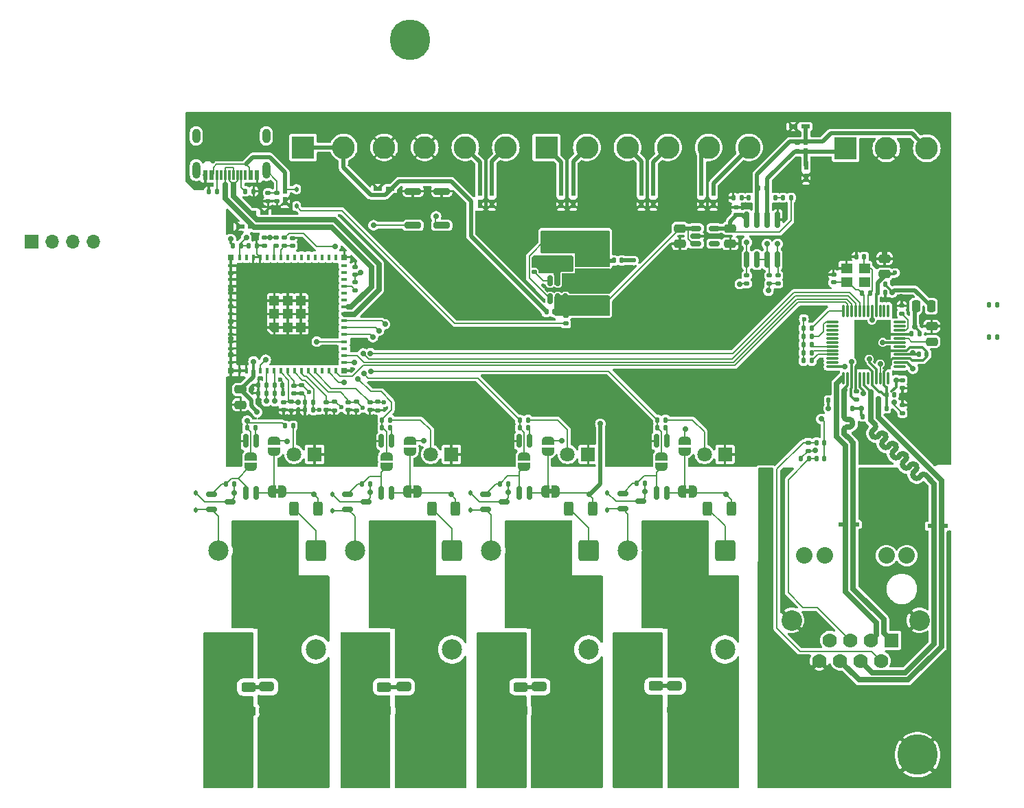
<source format=gbr>
%TF.GenerationSoftware,KiCad,Pcbnew,8.0.6-8.0.6-0~ubuntu24.04.1*%
%TF.CreationDate,2024-10-19T21:07:47+02:00*%
%TF.ProjectId,ESP_PLC,4553505f-504c-4432-9e6b-696361645f70,rev?*%
%TF.SameCoordinates,Original*%
%TF.FileFunction,Copper,L1,Top*%
%TF.FilePolarity,Positive*%
%FSLAX46Y46*%
G04 Gerber Fmt 4.6, Leading zero omitted, Abs format (unit mm)*
G04 Created by KiCad (PCBNEW 8.0.6-8.0.6-0~ubuntu24.04.1) date 2024-10-19 21:07:47*
%MOMM*%
%LPD*%
G01*
G04 APERTURE LIST*
G04 Aperture macros list*
%AMRoundRect*
0 Rectangle with rounded corners*
0 $1 Rounding radius*
0 $2 $3 $4 $5 $6 $7 $8 $9 X,Y pos of 4 corners*
0 Add a 4 corners polygon primitive as box body*
4,1,4,$2,$3,$4,$5,$6,$7,$8,$9,$2,$3,0*
0 Add four circle primitives for the rounded corners*
1,1,$1+$1,$2,$3*
1,1,$1+$1,$4,$5*
1,1,$1+$1,$6,$7*
1,1,$1+$1,$8,$9*
0 Add four rect primitives between the rounded corners*
20,1,$1+$1,$2,$3,$4,$5,0*
20,1,$1+$1,$4,$5,$6,$7,0*
20,1,$1+$1,$6,$7,$8,$9,0*
20,1,$1+$1,$8,$9,$2,$3,0*%
%AMOutline5P*
0 Free polygon, 5 corners , with rotation*
0 The origin of the aperture is its center*
0 number of corners: always 5*
0 $1 to $10 corner X, Y*
0 $11 Rotation angle, in degrees counterclockwise*
0 create outline with 5 corners*
4,1,5,$1,$2,$3,$4,$5,$6,$7,$8,$9,$10,$1,$2,$11*%
%AMOutline6P*
0 Free polygon, 6 corners , with rotation*
0 The origin of the aperture is its center*
0 number of corners: always 6*
0 $1 to $12 corner X, Y*
0 $13 Rotation angle, in degrees counterclockwise*
0 create outline with 6 corners*
4,1,6,$1,$2,$3,$4,$5,$6,$7,$8,$9,$10,$11,$12,$1,$2,$13*%
%AMOutline7P*
0 Free polygon, 7 corners , with rotation*
0 The origin of the aperture is its center*
0 number of corners: always 7*
0 $1 to $14 corner X, Y*
0 $15 Rotation angle, in degrees counterclockwise*
0 create outline with 7 corners*
4,1,7,$1,$2,$3,$4,$5,$6,$7,$8,$9,$10,$11,$12,$13,$14,$1,$2,$15*%
%AMOutline8P*
0 Free polygon, 8 corners , with rotation*
0 The origin of the aperture is its center*
0 number of corners: always 8*
0 $1 to $16 corner X, Y*
0 $17 Rotation angle, in degrees counterclockwise*
0 create outline with 8 corners*
4,1,8,$1,$2,$3,$4,$5,$6,$7,$8,$9,$10,$11,$12,$13,$14,$15,$16,$1,$2,$17*%
%AMFreePoly0*
4,1,19,0.500000,-0.750000,0.000000,-0.750000,0.000000,-0.744911,-0.071157,-0.744911,-0.207708,-0.704816,-0.327430,-0.627875,-0.420627,-0.520320,-0.479746,-0.390866,-0.500000,-0.250000,-0.500000,0.250000,-0.479746,0.390866,-0.420627,0.520320,-0.327430,0.627875,-0.207708,0.704816,-0.071157,0.744911,0.000000,0.744911,0.000000,0.750000,0.500000,0.750000,0.500000,-0.750000,0.500000,-0.750000,
$1*%
%AMFreePoly1*
4,1,19,0.000000,0.744911,0.071157,0.744911,0.207708,0.704816,0.327430,0.627875,0.420627,0.520320,0.479746,0.390866,0.500000,0.250000,0.500000,-0.250000,0.479746,-0.390866,0.420627,-0.520320,0.327430,-0.627875,0.207708,-0.704816,0.071157,-0.744911,0.000000,-0.744911,0.000000,-0.750000,-0.500000,-0.750000,-0.500000,0.750000,0.000000,0.750000,0.000000,0.744911,0.000000,0.744911,
$1*%
G04 Aperture macros list end*
%TA.AperFunction,EtchedComponent*%
%ADD10C,0.000000*%
%TD*%
%TA.AperFunction,ComponentPad*%
%ADD11R,1.700000X1.700000*%
%TD*%
%TA.AperFunction,ComponentPad*%
%ADD12O,1.700000X1.700000*%
%TD*%
%TA.AperFunction,SMDPad,CuDef*%
%ADD13RoundRect,0.250000X0.312500X0.625000X-0.312500X0.625000X-0.312500X-0.625000X0.312500X-0.625000X0*%
%TD*%
%TA.AperFunction,SMDPad,CuDef*%
%ADD14RoundRect,0.250000X0.625000X-0.312500X0.625000X0.312500X-0.625000X0.312500X-0.625000X-0.312500X0*%
%TD*%
%TA.AperFunction,SMDPad,CuDef*%
%ADD15RoundRect,0.250000X0.650000X-0.325000X0.650000X0.325000X-0.650000X0.325000X-0.650000X-0.325000X0*%
%TD*%
%TA.AperFunction,SMDPad,CuDef*%
%ADD16FreePoly0,270.000000*%
%TD*%
%TA.AperFunction,SMDPad,CuDef*%
%ADD17FreePoly1,270.000000*%
%TD*%
%TA.AperFunction,ComponentPad*%
%ADD18C,5.000000*%
%TD*%
%TA.AperFunction,ComponentPad*%
%ADD19C,2.500000*%
%TD*%
%TA.AperFunction,ComponentPad*%
%ADD20RoundRect,0.250000X-1.000000X1.000000X-1.000000X-1.000000X1.000000X-1.000000X1.000000X1.000000X0*%
%TD*%
%TA.AperFunction,SMDPad,CuDef*%
%ADD21RoundRect,0.135000X-0.135000X-0.185000X0.135000X-0.185000X0.135000X0.185000X-0.135000X0.185000X0*%
%TD*%
%TA.AperFunction,SMDPad,CuDef*%
%ADD22RoundRect,0.140000X0.140000X0.170000X-0.140000X0.170000X-0.140000X-0.170000X0.140000X-0.170000X0*%
%TD*%
%TA.AperFunction,SMDPad,CuDef*%
%ADD23RoundRect,0.135000X0.135000X0.185000X-0.135000X0.185000X-0.135000X-0.185000X0.135000X-0.185000X0*%
%TD*%
%TA.AperFunction,SMDPad,CuDef*%
%ADD24R,0.500000X1.100000*%
%TD*%
%TA.AperFunction,ComponentPad*%
%ADD25R,2.800000X2.800000*%
%TD*%
%TA.AperFunction,ComponentPad*%
%ADD26C,2.800000*%
%TD*%
%TA.AperFunction,SMDPad,CuDef*%
%ADD27RoundRect,0.140000X0.170000X-0.140000X0.170000X0.140000X-0.170000X0.140000X-0.170000X-0.140000X0*%
%TD*%
%TA.AperFunction,SMDPad,CuDef*%
%ADD28RoundRect,0.140000X-0.140000X-0.170000X0.140000X-0.170000X0.140000X0.170000X-0.140000X0.170000X0*%
%TD*%
%TA.AperFunction,ComponentPad*%
%ADD29R,1.778000X1.778000*%
%TD*%
%TA.AperFunction,ComponentPad*%
%ADD30C,1.778000*%
%TD*%
%TA.AperFunction,ComponentPad*%
%ADD31C,2.032000*%
%TD*%
%TA.AperFunction,ComponentPad*%
%ADD32C,2.540000*%
%TD*%
%TA.AperFunction,SMDPad,CuDef*%
%ADD33RoundRect,0.200000X0.800000X-0.200000X0.800000X0.200000X-0.800000X0.200000X-0.800000X-0.200000X0*%
%TD*%
%TA.AperFunction,SMDPad,CuDef*%
%ADD34R,1.100000X0.500000*%
%TD*%
%TA.AperFunction,SMDPad,CuDef*%
%ADD35RoundRect,0.112500X0.112500X-0.187500X0.112500X0.187500X-0.112500X0.187500X-0.112500X-0.187500X0*%
%TD*%
%TA.AperFunction,SMDPad,CuDef*%
%ADD36RoundRect,0.135000X-0.185000X0.135000X-0.185000X-0.135000X0.185000X-0.135000X0.185000X0.135000X0*%
%TD*%
%TA.AperFunction,SMDPad,CuDef*%
%ADD37RoundRect,0.135000X0.185000X-0.135000X0.185000X0.135000X-0.185000X0.135000X-0.185000X-0.135000X0*%
%TD*%
%TA.AperFunction,SMDPad,CuDef*%
%ADD38FreePoly0,0.000000*%
%TD*%
%TA.AperFunction,SMDPad,CuDef*%
%ADD39FreePoly1,0.000000*%
%TD*%
%TA.AperFunction,SMDPad,CuDef*%
%ADD40RoundRect,0.150000X-0.512500X-0.150000X0.512500X-0.150000X0.512500X0.150000X-0.512500X0.150000X0*%
%TD*%
%TA.AperFunction,SMDPad,CuDef*%
%ADD41RoundRect,0.150000X-0.150000X0.662500X-0.150000X-0.662500X0.150000X-0.662500X0.150000X0.662500X0*%
%TD*%
%TA.AperFunction,ComponentPad*%
%ADD42R,1.800000X1.800000*%
%TD*%
%TA.AperFunction,ComponentPad*%
%ADD43C,1.800000*%
%TD*%
%TA.AperFunction,SMDPad,CuDef*%
%ADD44RoundRect,0.140000X-0.170000X0.140000X-0.170000X-0.140000X0.170000X-0.140000X0.170000X0.140000X0*%
%TD*%
%TA.AperFunction,SMDPad,CuDef*%
%ADD45R,0.600000X1.240000*%
%TD*%
%TA.AperFunction,SMDPad,CuDef*%
%ADD46R,0.300000X1.240000*%
%TD*%
%TA.AperFunction,ComponentPad*%
%ADD47O,1.000000X2.100000*%
%TD*%
%TA.AperFunction,ComponentPad*%
%ADD48O,1.000000X1.800000*%
%TD*%
%TA.AperFunction,SMDPad,CuDef*%
%ADD49FreePoly0,90.000000*%
%TD*%
%TA.AperFunction,SMDPad,CuDef*%
%ADD50FreePoly1,90.000000*%
%TD*%
%TA.AperFunction,SMDPad,CuDef*%
%ADD51R,1.400000X1.200000*%
%TD*%
%TA.AperFunction,SMDPad,CuDef*%
%ADD52RoundRect,0.250000X0.475000X-0.250000X0.475000X0.250000X-0.475000X0.250000X-0.475000X-0.250000X0*%
%TD*%
%TA.AperFunction,SMDPad,CuDef*%
%ADD53RoundRect,0.250000X0.250000X0.475000X-0.250000X0.475000X-0.250000X-0.475000X0.250000X-0.475000X0*%
%TD*%
%TA.AperFunction,SMDPad,CuDef*%
%ADD54RoundRect,0.250000X-0.475000X0.250000X-0.475000X-0.250000X0.475000X-0.250000X0.475000X0.250000X0*%
%TD*%
%TA.AperFunction,SMDPad,CuDef*%
%ADD55R,3.600000X1.500000*%
%TD*%
%TA.AperFunction,SMDPad,CuDef*%
%ADD56RoundRect,0.147500X0.147500X0.172500X-0.147500X0.172500X-0.147500X-0.172500X0.147500X-0.172500X0*%
%TD*%
%TA.AperFunction,SMDPad,CuDef*%
%ADD57RoundRect,0.150000X0.150000X-0.512500X0.150000X0.512500X-0.150000X0.512500X-0.150000X-0.512500X0*%
%TD*%
%TA.AperFunction,SMDPad,CuDef*%
%ADD58RoundRect,0.075000X0.075000X-0.662500X0.075000X0.662500X-0.075000X0.662500X-0.075000X-0.662500X0*%
%TD*%
%TA.AperFunction,SMDPad,CuDef*%
%ADD59RoundRect,0.075000X0.662500X-0.075000X0.662500X0.075000X-0.662500X0.075000X-0.662500X-0.075000X0*%
%TD*%
%TA.AperFunction,SMDPad,CuDef*%
%ADD60RoundRect,0.150000X0.150000X-0.825000X0.150000X0.825000X-0.150000X0.825000X-0.150000X-0.825000X0*%
%TD*%
%TA.AperFunction,SMDPad,CuDef*%
%ADD61R,0.400000X0.800000*%
%TD*%
%TA.AperFunction,SMDPad,CuDef*%
%ADD62R,0.800000X0.400000*%
%TD*%
%TA.AperFunction,SMDPad,CuDef*%
%ADD63Outline5P,-0.600000X0.204000X-0.204000X0.600000X0.600000X0.600000X0.600000X-0.600000X-0.600000X-0.600000X90.000000*%
%TD*%
%TA.AperFunction,SMDPad,CuDef*%
%ADD64R,1.200000X1.200000*%
%TD*%
%TA.AperFunction,SMDPad,CuDef*%
%ADD65R,0.800000X0.800000*%
%TD*%
%TA.AperFunction,SMDPad,CuDef*%
%ADD66RoundRect,0.147500X-0.172500X0.147500X-0.172500X-0.147500X0.172500X-0.147500X0.172500X0.147500X0*%
%TD*%
%TA.AperFunction,SMDPad,CuDef*%
%ADD67RoundRect,0.147500X0.172500X-0.147500X0.172500X0.147500X-0.172500X0.147500X-0.172500X-0.147500X0*%
%TD*%
%TA.AperFunction,ViaPad*%
%ADD68C,0.700000*%
%TD*%
%TA.AperFunction,ViaPad*%
%ADD69C,0.600000*%
%TD*%
%TA.AperFunction,Conductor*%
%ADD70C,0.500000*%
%TD*%
%TA.AperFunction,Conductor*%
%ADD71C,0.200000*%
%TD*%
%TA.AperFunction,Conductor*%
%ADD72C,0.300000*%
%TD*%
%TA.AperFunction,Conductor*%
%ADD73C,0.700000*%
%TD*%
G04 APERTURE END LIST*
D10*
%TA.AperFunction,EtchedComponent*%
%TO.C,JP4*%
G36*
X148850000Y-114400000D02*
G01*
X148350000Y-114400000D01*
X148350000Y-113800000D01*
X148850000Y-113800000D01*
X148850000Y-114400000D01*
G37*
%TD.AperFunction*%
%TA.AperFunction,EtchedComponent*%
%TO.C,JP3*%
G36*
X165550000Y-114400000D02*
G01*
X165050000Y-114400000D01*
X165050000Y-113800000D01*
X165550000Y-113800000D01*
X165550000Y-114400000D01*
G37*
%TD.AperFunction*%
%TA.AperFunction,EtchedComponent*%
%TO.C,JP2*%
G36*
X182550000Y-114400000D02*
G01*
X182050000Y-114400000D01*
X182050000Y-113800000D01*
X182550000Y-113800000D01*
X182550000Y-114400000D01*
G37*
%TD.AperFunction*%
%TA.AperFunction,EtchedComponent*%
%TO.C,JP1*%
G36*
X199450000Y-114400000D02*
G01*
X198950000Y-114400000D01*
X198950000Y-113800000D01*
X199450000Y-113800000D01*
X199450000Y-114400000D01*
G37*
%TD.AperFunction*%
%TD*%
D11*
%TO.P,REF\u002A\u002A,1*%
%TO.N,N/C*%
X118300000Y-83300000D03*
D12*
%TO.P,REF\u002A\u002A,2*%
X120840000Y-83300000D03*
%TO.P,REF\u002A\u002A,3*%
X123380000Y-83300000D03*
%TO.P,REF\u002A\u002A,4*%
X125920000Y-83300000D03*
%TD*%
D13*
%TO.P,R33,1*%
%TO.N,VIN*%
X204612500Y-116250000D03*
%TO.P,R33,2*%
%TO.N,Net-(K4-PadA1)*%
X201687500Y-116250000D03*
%TD*%
%TO.P,R32,1*%
%TO.N,VIN*%
X187512500Y-116250000D03*
%TO.P,R32,2*%
%TO.N,Net-(K3-PadA1)*%
X184587500Y-116250000D03*
%TD*%
%TO.P,R31,1*%
%TO.N,VIN*%
X153612500Y-116250000D03*
%TO.P,R31,2*%
%TO.N,Net-(K1-PadA1)*%
X150687500Y-116250000D03*
%TD*%
%TO.P,R30,1*%
%TO.N,VIN*%
X170612500Y-116250000D03*
%TO.P,R30,2*%
%TO.N,Net-(K2-PadA1)*%
X167687500Y-116250000D03*
%TD*%
D14*
%TO.P,R29,1*%
%TO.N,/IO/K1_2*%
X145060000Y-141192500D03*
%TO.P,R29,2*%
%TO.N,Net-(C27-Pad2)*%
X145060000Y-138267500D03*
%TD*%
%TO.P,R28,1*%
%TO.N,/IO/K2_2*%
X161800000Y-141162500D03*
%TO.P,R28,2*%
%TO.N,Net-(C26-Pad2)*%
X161800000Y-138237500D03*
%TD*%
%TO.P,R27,1*%
%TO.N,/IO/K4_2*%
X195270000Y-141062500D03*
%TO.P,R27,2*%
%TO.N,Net-(C10-Pad2)*%
X195270000Y-138137500D03*
%TD*%
%TO.P,R26,1*%
%TO.N,/IO/K3_2*%
X178600000Y-141162500D03*
%TO.P,R26,2*%
%TO.N,Net-(C3-Pad2)*%
X178600000Y-138237500D03*
%TD*%
D15*
%TO.P,C27,1*%
%TO.N,/IO/K1_1*%
X147330000Y-141175000D03*
%TO.P,C27,2*%
%TO.N,Net-(C27-Pad2)*%
X147330000Y-138225000D03*
%TD*%
%TO.P,C26,1*%
%TO.N,/IO/K2_1*%
X164200000Y-141175000D03*
%TO.P,C26,2*%
%TO.N,Net-(C26-Pad2)*%
X164200000Y-138225000D03*
%TD*%
%TO.P,C10,1*%
%TO.N,/IO/K4_1*%
X197600000Y-141075000D03*
%TO.P,C10,2*%
%TO.N,Net-(C10-Pad2)*%
X197600000Y-138125000D03*
%TD*%
%TO.P,C3,1*%
%TO.N,/IO/K3_1*%
X180900000Y-141175000D03*
%TO.P,C3,2*%
%TO.N,Net-(C3-Pad2)*%
X180900000Y-138225000D03*
%TD*%
D16*
%TO.P,JP12,1,A*%
%TO.N,IO18*%
X196000000Y-109800000D03*
D17*
%TO.P,JP12,2,B*%
%TO.N,Net-(JP12-B)*%
X196000000Y-111100000D03*
%TD*%
D16*
%TO.P,JP11,1,A*%
%TO.N,IO17*%
X179070000Y-109800000D03*
D17*
%TO.P,JP11,2,B*%
%TO.N,Net-(JP11-B)*%
X179070000Y-111100000D03*
%TD*%
D16*
%TO.P,JP10,1,A*%
%TO.N,IO16*%
X162100000Y-109800000D03*
D17*
%TO.P,JP10,2,B*%
%TO.N,Net-(JP10-B)*%
X162100000Y-111100000D03*
%TD*%
%TO.P,JP9,2,B*%
%TO.N,Net-(JP9-B)*%
X145350000Y-111100000D03*
D16*
%TO.P,JP9,1,A*%
%TO.N,IO15*%
X145350000Y-109800000D03*
%TD*%
D18*
%TO.P,H2,1,1*%
%TO.N,GND*%
X205000000Y-104000000D03*
%TD*%
%TO.P,H3,1,1*%
%TO.N,GND*%
X165000000Y-58400000D03*
%TD*%
%TO.P,H2,1,1*%
%TO.N,GND*%
X227500000Y-80000000D03*
%TD*%
D19*
%TO.P,K2,11*%
%TO.N,/IO/K2_1*%
X164184166Y-119417500D03*
%TO.P,K2,12*%
%TO.N,unconnected-(K2-Pad12)*%
X170184166Y-133617500D03*
%TO.P,K2,14*%
%TO.N,/IO/K2_2*%
X158184166Y-133617500D03*
D20*
%TO.P,K2,A1*%
%TO.N,Net-(K2-PadA1)*%
X170184166Y-121417500D03*
D19*
%TO.P,K2,A2*%
%TO.N,Net-(D40-K)*%
X158184166Y-121417500D03*
%TD*%
D21*
%TO.P,R19,1*%
%TO.N,ACTLED*%
X236390000Y-95100000D03*
%TO.P,R19,2*%
%TO.N,Net-(J1-PadL2)*%
X237410000Y-95100000D03*
%TD*%
D22*
%TO.P,C34,1*%
%TO.N,IN1*%
X147280000Y-101000000D03*
%TO.P,C34,2*%
%TO.N,GND*%
X146320000Y-101000000D03*
%TD*%
D23*
%TO.P,R7,1*%
%TO.N,/IO/INT*%
X214510000Y-93950000D03*
%TO.P,R7,2*%
%TO.N,+3.3V*%
X213490000Y-93950000D03*
%TD*%
D22*
%TO.P,C38,1*%
%TO.N,IN5*%
X153030000Y-103100000D03*
%TO.P,C38,2*%
%TO.N,GND*%
X152070000Y-103100000D03*
%TD*%
D24*
%TO.P,D31,1,K*%
%TO.N,IN8*%
X202400000Y-77150000D03*
%TO.P,D31,2,A*%
%TO.N,GND*%
X202400000Y-78650000D03*
%TD*%
%TO.P,D1,1,A1*%
%TO.N,GND*%
X149600000Y-78350000D03*
%TO.P,D1,2,A2*%
%TO.N,Net-(D1-A2)*%
X149600000Y-76850000D03*
%TD*%
D25*
%TO.P,J15,1,Pin_1*%
%TO.N,/IO/K3_2*%
X177250000Y-146395000D03*
D26*
%TO.P,J15,2,Pin_2*%
%TO.N,/IO/K3_1*%
X182250000Y-146395000D03*
%TD*%
D27*
%TO.P,C42,1*%
%TO.N,+5V*%
X205200000Y-80055000D03*
%TO.P,C42,2*%
%TO.N,GND*%
X205200000Y-79095000D03*
%TD*%
D28*
%TO.P,C35,1*%
%TO.N,IN2*%
X148320000Y-101000000D03*
%TO.P,C35,2*%
%TO.N,GND*%
X149280000Y-101000000D03*
%TD*%
D23*
%TO.P,R106,1*%
%TO.N,GND*%
X177070000Y-113200000D03*
%TO.P,R106,2*%
%TO.N,Net-(JP11-B)*%
X176050000Y-113200000D03*
%TD*%
D19*
%TO.P,K3,11*%
%TO.N,/IO/K3_1*%
X181000832Y-119417500D03*
%TO.P,K3,12*%
%TO.N,unconnected-(K3-Pad12)*%
X187000832Y-133617500D03*
%TO.P,K3,14*%
%TO.N,/IO/K3_2*%
X175000832Y-133617500D03*
D20*
%TO.P,K3,A1*%
%TO.N,Net-(K3-PadA1)*%
X187000832Y-121417500D03*
D19*
%TO.P,K3,A2*%
%TO.N,Net-(D41-K)*%
X175000832Y-121417500D03*
%TD*%
D29*
%TO.P,J1,1,TD+*%
%TO.N,TXP*%
X224350000Y-132495000D03*
D30*
%TO.P,J1,2,TCT*%
%TO.N,Net-(J1-TCT)*%
X223080000Y-135035000D03*
%TO.P,J1,3,TD-*%
%TO.N,TXN*%
X221810000Y-132495000D03*
%TO.P,J1,4,RD+*%
%TO.N,RXP*%
X220540000Y-135035000D03*
%TO.P,J1,5,RCT*%
%TO.N,Net-(J1-RCT)*%
X219270000Y-132495000D03*
%TO.P,J1,6,RD-*%
%TO.N,RXN*%
X218000000Y-135035000D03*
%TO.P,J1,7,NC*%
%TO.N,unconnected-(J1-NC-Pad7)*%
X216730000Y-132495000D03*
%TO.P,J1,8*%
%TO.N,Earth*%
X215460000Y-135035000D03*
D31*
%TO.P,J1,9*%
%TO.N,N/C*%
X213605800Y-122030200D03*
%TO.P,J1,10*%
X216120400Y-122030200D03*
%TO.P,J1,11*%
X223715000Y-122030200D03*
%TO.P,J1,12*%
X226229600Y-122030200D03*
D32*
%TO.P,J1,SH*%
%TO.N,Earth*%
X227779000Y-130031200D03*
X212031000Y-130031200D03*
%TD*%
D33*
%TO.P,SW1,1,1*%
%TO.N,EN*%
X165350000Y-81300000D03*
%TO.P,SW1,2,2*%
%TO.N,GND*%
X165350000Y-77100000D03*
%TD*%
D24*
%TO.P,D27,1,K*%
%TO.N,IN4*%
X185100000Y-77150000D03*
%TO.P,D27,2,A*%
%TO.N,GND*%
X185100000Y-78650000D03*
%TD*%
D34*
%TO.P,D8,1,A1*%
%TO.N,TXP*%
X219850000Y-118200000D03*
%TO.P,D8,2,A2*%
%TO.N,TXN*%
X218350000Y-118200000D03*
%TD*%
D23*
%TO.P,R104,1*%
%TO.N,GND*%
X143310000Y-113200000D03*
%TO.P,R104,2*%
%TO.N,Net-(JP9-B)*%
X142290000Y-113200000D03*
%TD*%
D35*
%TO.P,D40,1,K*%
%TO.N,Net-(D40-K)*%
X155400000Y-116550000D03*
%TO.P,D40,2,A*%
%TO.N,GND*%
X155400000Y-114450000D03*
%TD*%
D36*
%TO.P,R73,1*%
%TO.N,IN8*%
X161050000Y-103090000D03*
%TO.P,R73,2*%
%TO.N,GND*%
X161050000Y-104110000D03*
%TD*%
D28*
%TO.P,C20,1*%
%TO.N,Net-(J1-TCT)*%
X215075000Y-108100000D03*
%TO.P,C20,2*%
%TO.N,AGND*%
X216035000Y-108100000D03*
%TD*%
D21*
%TO.P,R16,1*%
%TO.N,+3.3VA*%
X213145000Y-110100000D03*
%TO.P,R16,2*%
%TO.N,Net-(J1-RCT)*%
X214165000Y-110100000D03*
%TD*%
D37*
%TO.P,R96,1*%
%TO.N,Net-(D32-A2)*%
X212700000Y-72110000D03*
%TO.P,R96,2*%
%TO.N,Net-(D33-A2)*%
X212700000Y-71090000D03*
%TD*%
D38*
%TO.P,JP4,1,A*%
%TO.N,Net-(JP4-A)*%
X147950000Y-114100000D03*
D39*
%TO.P,JP4,2,B*%
%TO.N,VIN*%
X149250000Y-114100000D03*
%TD*%
D23*
%TO.P,R100,1*%
%TO.N,Net-(D35-A)*%
X150560000Y-106000000D03*
%TO.P,R100,2*%
%TO.N,IO15*%
X149540000Y-106000000D03*
%TD*%
D40*
%TO.P,Q8,3,S*%
%TO.N,GND*%
X193475000Y-115350000D03*
%TO.P,Q8,2,D*%
%TO.N,Net-(D42-K)*%
X191200000Y-116300000D03*
%TO.P,Q8,1,G*%
%TO.N,Net-(JP12-B)*%
X191200000Y-114400000D03*
%TD*%
D34*
%TO.P,D34,1,A1*%
%TO.N,Net-(D33-A2)*%
X213750000Y-69100000D03*
%TO.P,D34,2,A2*%
%TO.N,GND*%
X212250000Y-69100000D03*
%TD*%
D37*
%TO.P,R93,1*%
%TO.N,+3.3V*%
X209300000Y-88510000D03*
%TO.P,R93,2*%
%TO.N,Net-(U6-DE)*%
X209300000Y-87490000D03*
%TD*%
D41*
%TO.P,U8,1*%
%TO.N,Net-(R24-Pad2)*%
X146000000Y-107912500D03*
%TO.P,U8,2*%
%TO.N,GND*%
X144730000Y-107912500D03*
%TO.P,U8,3*%
%TO.N,Net-(JP9-B)*%
X144730000Y-114287500D03*
%TO.P,U8,4*%
%TO.N,Net-(JP4-A)*%
X146000000Y-114287500D03*
%TD*%
D21*
%TO.P,R1,1*%
%TO.N,+3.3V*%
X143180000Y-83800000D03*
%TO.P,R1,2*%
%TO.N,EN*%
X144200000Y-83800000D03*
%TD*%
D41*
%TO.P,U7,1*%
%TO.N,Net-(R23-Pad2)*%
X179720000Y-107912500D03*
%TO.P,U7,2*%
%TO.N,GND*%
X178450000Y-107912500D03*
%TO.P,U7,3*%
%TO.N,Net-(JP11-B)*%
X178450000Y-114287500D03*
%TO.P,U7,4*%
%TO.N,Net-(JP2-A)*%
X179720000Y-114287500D03*
%TD*%
D37*
%TO.P,R92,1*%
%TO.N,+3.3V*%
X210350000Y-88510000D03*
%TO.P,R92,2*%
%TO.N,Net-(U6-DI)*%
X210350000Y-87490000D03*
%TD*%
D18*
%TO.P,H1,1,1*%
%TO.N,Earth*%
X227550000Y-146600000D03*
%TD*%
D19*
%TO.P,K1,11*%
%TO.N,/IO/K1_1*%
X147367500Y-119417500D03*
%TO.P,K1,12*%
%TO.N,unconnected-(K1-Pad12)*%
X153367500Y-133617500D03*
%TO.P,K1,14*%
%TO.N,/IO/K1_2*%
X141367500Y-133617500D03*
D20*
%TO.P,K1,A1*%
%TO.N,Net-(K1-PadA1)*%
X153367500Y-121417500D03*
D19*
%TO.P,K1,A2*%
%TO.N,Net-(D39-K)*%
X141367500Y-121417500D03*
%TD*%
D23*
%TO.P,R102,1*%
%TO.N,Net-(D37-A)*%
X179520000Y-105300000D03*
%TO.P,R102,2*%
%TO.N,IO17*%
X178500000Y-105300000D03*
%TD*%
%TO.P,R107,2*%
%TO.N,Net-(JP12-B)*%
X192940000Y-113150000D03*
%TO.P,R107,1*%
%TO.N,GND*%
X193960000Y-113150000D03*
%TD*%
D28*
%TO.P,C17,1*%
%TO.N,GND*%
X220020000Y-85170000D03*
%TO.P,C17,2*%
%TO.N,Net-(U4-XI{slash}CLKIN)*%
X220980000Y-85170000D03*
%TD*%
D24*
%TO.P,D24,1,K*%
%TO.N,IN1*%
X173600000Y-77150000D03*
%TO.P,D24,2,A*%
%TO.N,GND*%
X173600000Y-78650000D03*
%TD*%
D38*
%TO.P,JP3,1,A*%
%TO.N,Net-(JP3-A)*%
X164650000Y-114100000D03*
D39*
%TO.P,JP3,2,B*%
%TO.N,VIN*%
X165950000Y-114100000D03*
%TD*%
D42*
%TO.P,D36,1,K*%
%TO.N,GND*%
X170091666Y-109550000D03*
D43*
%TO.P,D36,2,A*%
%TO.N,Net-(D36-A)*%
X167551666Y-109550000D03*
%TD*%
D23*
%TO.P,R101,1*%
%TO.N,Net-(D36-A)*%
X162560000Y-105300000D03*
%TO.P,R101,2*%
%TO.N,IO16*%
X161540000Y-105300000D03*
%TD*%
D25*
%TO.P,J13,1,Pin_1*%
%TO.N,/IO/K1_2*%
X143650000Y-146395000D03*
D26*
%TO.P,J13,2,Pin_2*%
%TO.N,/IO/K1_1*%
X148650000Y-146395000D03*
%TD*%
D44*
%TO.P,C37,1*%
%TO.N,IN4*%
X150650000Y-101070000D03*
%TO.P,C37,2*%
%TO.N,GND*%
X150650000Y-102030000D03*
%TD*%
D36*
%TO.P,R71,1*%
%TO.N,IN6*%
X155650000Y-103090000D03*
%TO.P,R71,2*%
%TO.N,GND*%
X155650000Y-104110000D03*
%TD*%
D27*
%TO.P,C23,1*%
%TO.N,GND*%
X147000000Y-83800000D03*
%TO.P,C23,2*%
%TO.N,Net-(U6-RO)*%
X147000000Y-82840000D03*
%TD*%
D21*
%TO.P,R24,1*%
%TO.N,IO15*%
X144890000Y-106300000D03*
%TO.P,R24,2*%
%TO.N,Net-(R24-Pad2)*%
X145910000Y-106300000D03*
%TD*%
D23*
%TO.P,R99,1*%
%TO.N,Net-(R97-Pad2)*%
X205860000Y-77900000D03*
%TO.P,R99,2*%
%TO.N,GND*%
X204840000Y-77900000D03*
%TD*%
D44*
%TO.P,C41,1*%
%TO.N,IN8*%
X160050000Y-103120000D03*
%TO.P,C41,2*%
%TO.N,GND*%
X160050000Y-104080000D03*
%TD*%
D23*
%TO.P,R66,1*%
%TO.N,IN1*%
X147310000Y-102000000D03*
%TO.P,R66,2*%
%TO.N,GND*%
X146290000Y-102000000D03*
%TD*%
D27*
%TO.P,C24,1*%
%TO.N,Net-(U6-DE)*%
X158250000Y-87400000D03*
%TO.P,C24,2*%
%TO.N,GND*%
X158250000Y-86440000D03*
%TD*%
D34*
%TO.P,D2,1,A1*%
%TO.N,GND*%
X147050000Y-79750000D03*
%TO.P,D2,2,A2*%
%TO.N,D-*%
X145550000Y-79750000D03*
%TD*%
D23*
%TO.P,R90,1*%
%TO.N,+5V*%
X211960000Y-77900000D03*
%TO.P,R90,2*%
%TO.N,Net-(R90-Pad2)*%
X210940000Y-77900000D03*
%TD*%
D45*
%TO.P,J3,A1,GND*%
%TO.N,GND*%
X146150000Y-75100000D03*
%TO.P,J3,A4,VBUS*%
%TO.N,Net-(D1-A2)*%
X145350000Y-75100000D03*
D46*
%TO.P,J3,A5,CC1*%
%TO.N,Net-(J3-CC1)*%
X144200000Y-75100000D03*
%TO.P,J3,A6,D+*%
%TO.N,D+*%
X143200000Y-75100000D03*
%TO.P,J3,A7,D-*%
%TO.N,D-*%
X142700000Y-75100000D03*
%TO.P,J3,A8*%
%TO.N,N/C*%
X141700000Y-75100000D03*
D45*
%TO.P,J3,A9,VBUS*%
%TO.N,Net-(D1-A2)*%
X140550000Y-75100000D03*
%TO.P,J3,A12,GND*%
%TO.N,GND*%
X139750000Y-75100000D03*
%TO.P,J3,B1,GND*%
X139750000Y-75100000D03*
%TO.P,J3,B4,VBUS*%
%TO.N,Net-(D1-A2)*%
X140550000Y-75100000D03*
D46*
%TO.P,J3,B5,CC2*%
%TO.N,Net-(J3-CC2)*%
X141200000Y-75100000D03*
%TO.P,J3,B6,D+*%
%TO.N,D+*%
X142200000Y-75100000D03*
%TO.P,J3,B7,D-*%
%TO.N,D-*%
X143700000Y-75100000D03*
%TO.P,J3,B8*%
%TO.N,N/C*%
X144700000Y-75100000D03*
D45*
%TO.P,J3,B9,VBUS*%
%TO.N,Net-(D1-A2)*%
X145350000Y-75100000D03*
%TO.P,J3,B12,GND*%
%TO.N,GND*%
X146150000Y-75100000D03*
D47*
%TO.P,J3,S1,SHIELD*%
%TO.N,Net-(J3-SHIELD)*%
X147270000Y-74500000D03*
D48*
X147270000Y-70300000D03*
D47*
X138630000Y-74500000D03*
D48*
X138630000Y-70300000D03*
%TD*%
D24*
%TO.P,D25,1,K*%
%TO.N,IN2*%
X175100000Y-77150000D03*
%TO.P,D25,2,A*%
%TO.N,GND*%
X175100000Y-78650000D03*
%TD*%
D35*
%TO.P,D39,1,K*%
%TO.N,Net-(D39-K)*%
X138600000Y-116450000D03*
%TO.P,D39,2,A*%
%TO.N,GND*%
X138600000Y-114350000D03*
%TD*%
D21*
%TO.P,R13,1*%
%TO.N,+3.3V*%
X213500000Y-98000000D03*
%TO.P,R13,2*%
%TO.N,Net-(U4-PMODE0)*%
X214520000Y-98000000D03*
%TD*%
D23*
%TO.P,R9,1*%
%TO.N,+3.3VA*%
X223710000Y-103900000D03*
%TO.P,R9,2*%
%TO.N,RXN*%
X222690000Y-103900000D03*
%TD*%
%TO.P,R8,1*%
%TO.N,RXP*%
X221810000Y-104900000D03*
%TO.P,R8,2*%
%TO.N,+3.3VA*%
X220790000Y-104900000D03*
%TD*%
D41*
%TO.P,U9,1*%
%TO.N,Net-(R25-Pad2)*%
X162735000Y-107912500D03*
%TO.P,U9,2*%
%TO.N,GND*%
X161465000Y-107912500D03*
%TO.P,U9,3*%
%TO.N,Net-(JP10-B)*%
X161465000Y-114287500D03*
%TO.P,U9,4*%
%TO.N,Net-(JP3-A)*%
X162735000Y-114287500D03*
%TD*%
D49*
%TO.P,JP8,1,A*%
%TO.N,Net-(JP1-A)*%
X198850000Y-109200000D03*
D50*
%TO.P,JP8,2,B*%
%TO.N,+3.3V*%
X198850000Y-107900000D03*
%TD*%
D33*
%TO.P,SW2,1,1*%
%TO.N,IO0*%
X168900000Y-81300000D03*
%TO.P,SW2,2,2*%
%TO.N,GND*%
X168900000Y-77100000D03*
%TD*%
D35*
%TO.P,D5,1,K*%
%TO.N,Net-(D5-K)*%
X151000000Y-78950000D03*
%TO.P,D5,2,A*%
%TO.N,Net-(D1-A2)*%
X151000000Y-76850000D03*
%TD*%
D24*
%TO.P,D26,1,K*%
%TO.N,IN3*%
X183600000Y-77150000D03*
%TO.P,D26,2,A*%
%TO.N,GND*%
X183600000Y-78650000D03*
%TD*%
D23*
%TO.P,R95,1*%
%TO.N,Net-(D32-A2)*%
X208910000Y-76700000D03*
%TO.P,R95,2*%
%TO.N,Net-(D33-A2)*%
X207890000Y-76700000D03*
%TD*%
D36*
%TO.P,R21,1*%
%TO.N,Net-(U6-DE)*%
X158250000Y-88310000D03*
%TO.P,R21,2*%
%TO.N,IO47*%
X158250000Y-89330000D03*
%TD*%
D37*
%TO.P,R20,1*%
%TO.N,RX*%
X148500000Y-83860000D03*
%TO.P,R20,2*%
%TO.N,Net-(U6-RO)*%
X148500000Y-82840000D03*
%TD*%
D36*
%TO.P,R68,1*%
%TO.N,IN3*%
X150350000Y-103090000D03*
%TO.P,R68,2*%
%TO.N,GND*%
X150350000Y-104110000D03*
%TD*%
D51*
%TO.P,Y1,1,1*%
%TO.N,Net-(U4-XO)*%
X218800000Y-88320000D03*
%TO.P,Y1,2,2*%
%TO.N,GND*%
X221000000Y-88320000D03*
%TO.P,Y1,3,3*%
%TO.N,Net-(U4-XI{slash}CLKIN)*%
X221000000Y-86620000D03*
%TO.P,Y1,4,4*%
%TO.N,GND*%
X218800000Y-86620000D03*
%TD*%
D52*
%TO.P,C11,1*%
%TO.N,+3.3V*%
X223500000Y-87320000D03*
%TO.P,C11,2*%
%TO.N,GND*%
X223500000Y-85420000D03*
%TD*%
D23*
%TO.P,R4,1*%
%TO.N,Net-(J3-CC2)*%
X141210000Y-77100000D03*
%TO.P,R4,2*%
%TO.N,GND*%
X140190000Y-77100000D03*
%TD*%
D24*
%TO.P,D30,1,K*%
%TO.N,IN7*%
X200900000Y-77150000D03*
%TO.P,D30,2,A*%
%TO.N,GND*%
X200900000Y-78650000D03*
%TD*%
D34*
%TO.P,D7,1,A1*%
%TO.N,RXP*%
X229300000Y-118400000D03*
%TO.P,D7,2,A2*%
%TO.N,RXN*%
X230800000Y-118400000D03*
%TD*%
D42*
%TO.P,D35,1,K*%
%TO.N,GND*%
X153225000Y-109550000D03*
D43*
%TO.P,D35,2,A*%
%TO.N,Net-(D35-A)*%
X150685000Y-109550000D03*
%TD*%
D52*
%TO.P,C7,1*%
%TO.N,GND*%
X186600000Y-87600000D03*
%TO.P,C7,2*%
%TO.N,/buck_u*%
X186600000Y-85700000D03*
%TD*%
D42*
%TO.P,D37,1,K*%
%TO.N,GND*%
X186958332Y-109550000D03*
D43*
%TO.P,D37,2,A*%
%TO.N,Net-(D37-A)*%
X184418332Y-109550000D03*
%TD*%
D25*
%TO.P,J12,1,Pin_1*%
%TO.N,Net-(D32-A2)*%
X218700000Y-71800000D03*
D26*
%TO.P,J12,2,Pin_2*%
%TO.N,GND*%
X223700000Y-71800000D03*
%TO.P,J12,3,Pin_3*%
%TO.N,Net-(D33-A2)*%
X228700000Y-71800000D03*
%TD*%
D34*
%TO.P,D9,1,K*%
%TO.N,Net-(D9-K)*%
X162550000Y-76800000D03*
%TO.P,D9,2,A*%
%TO.N,GND*%
X161050000Y-76800000D03*
%TD*%
D24*
%TO.P,D29,1,K*%
%TO.N,IN6*%
X195000000Y-77150000D03*
%TO.P,D29,2,A*%
%TO.N,GND*%
X195000000Y-78650000D03*
%TD*%
D23*
%TO.P,R103,2*%
%TO.N,IO18*%
X195490000Y-105300000D03*
%TO.P,R103,1*%
%TO.N,Net-(D38-A)*%
X196510000Y-105300000D03*
%TD*%
D24*
%TO.P,D33,1,A1*%
%TO.N,Net-(D32-A2)*%
X213775000Y-72350000D03*
%TO.P,D33,2,A2*%
%TO.N,Net-(D33-A2)*%
X213775000Y-70850000D03*
%TD*%
D28*
%TO.P,C21,1*%
%TO.N,Net-(J1-RCT)*%
X215075000Y-110100000D03*
%TO.P,C21,2*%
%TO.N,AGND*%
X216035000Y-110100000D03*
%TD*%
D41*
%TO.P,U5,1*%
%TO.N,Net-(R22-Pad2)*%
X196620000Y-107912500D03*
%TO.P,U5,2*%
%TO.N,GND*%
X195350000Y-107912500D03*
%TO.P,U5,3*%
%TO.N,Net-(JP12-B)*%
X195350000Y-114287500D03*
%TO.P,U5,4*%
%TO.N,Net-(JP1-A)*%
X196620000Y-114287500D03*
%TD*%
D38*
%TO.P,JP2,1,A*%
%TO.N,Net-(JP2-A)*%
X181650000Y-114100000D03*
D39*
%TO.P,JP2,2,B*%
%TO.N,VIN*%
X182950000Y-114100000D03*
%TD*%
D21*
%TO.P,R6,1*%
%TO.N,+3.3VA*%
X216590000Y-102900000D03*
%TO.P,R6,2*%
%TO.N,TXN*%
X217610000Y-102900000D03*
%TD*%
D40*
%TO.P,Q6,1,G*%
%TO.N,Net-(JP10-B)*%
X157325000Y-114450000D03*
%TO.P,Q6,2,D*%
%TO.N,Net-(D40-K)*%
X157325000Y-116350000D03*
%TO.P,Q6,3,S*%
%TO.N,GND*%
X159600000Y-115400000D03*
%TD*%
D28*
%TO.P,C13,1*%
%TO.N,+3.3VA*%
X223720000Y-102200000D03*
%TO.P,C13,2*%
%TO.N,AGND*%
X224680000Y-102200000D03*
%TD*%
D53*
%TO.P,C12,1*%
%TO.N,+3.3VA*%
X229250000Y-91300000D03*
%TO.P,C12,2*%
%TO.N,AGND*%
X227350000Y-91300000D03*
%TD*%
D44*
%TO.P,C40,1*%
%TO.N,IN7*%
X157350000Y-103120000D03*
%TO.P,C40,2*%
%TO.N,GND*%
X157350000Y-104080000D03*
%TD*%
D21*
%TO.P,R14,1*%
%TO.N,Net-(U4-XO)*%
X220690000Y-89670000D03*
%TO.P,R14,2*%
%TO.N,Net-(U4-XI{slash}CLKIN)*%
X221710000Y-89670000D03*
%TD*%
D22*
%TO.P,C1,1*%
%TO.N,GND*%
X146080000Y-83800000D03*
%TO.P,C1,2*%
%TO.N,EN*%
X145120000Y-83800000D03*
%TD*%
D28*
%TO.P,C15,1*%
%TO.N,+3.3VA*%
X226820000Y-94700000D03*
%TO.P,C15,2*%
%TO.N,AGND*%
X227780000Y-94700000D03*
%TD*%
D54*
%TO.P,C25,1*%
%TO.N,VIN*%
X198267500Y-81675000D03*
%TO.P,C25,2*%
%TO.N,GND*%
X198267500Y-83575000D03*
%TD*%
D21*
%TO.P,R67,1*%
%TO.N,IN2*%
X148290000Y-102000000D03*
%TO.P,R67,2*%
%TO.N,GND*%
X149310000Y-102000000D03*
%TD*%
D40*
%TO.P,Q5,1,G*%
%TO.N,Net-(JP9-B)*%
X140562500Y-114450000D03*
%TO.P,Q5,2,D*%
%TO.N,Net-(D39-K)*%
X140562500Y-116350000D03*
%TO.P,Q5,3,S*%
%TO.N,GND*%
X142837500Y-115400000D03*
%TD*%
D21*
%TO.P,R12,1*%
%TO.N,+3.3V*%
X213490000Y-97000000D03*
%TO.P,R12,2*%
%TO.N,Net-(U4-PMODE1)*%
X214510000Y-97000000D03*
%TD*%
D27*
%TO.P,C4,1*%
%TO.N,GND*%
X148600000Y-78290000D03*
%TO.P,C4,2*%
%TO.N,Net-(J3-SHIELD)*%
X148600000Y-77330000D03*
%TD*%
D44*
%TO.P,C14,1*%
%TO.N,+3.3VA*%
X220000000Y-101820000D03*
%TO.P,C14,2*%
%TO.N,AGND*%
X220000000Y-102780000D03*
%TD*%
D23*
%TO.P,R97,1*%
%TO.N,Net-(D33-A2)*%
X207760000Y-77900000D03*
%TO.P,R97,2*%
%TO.N,Net-(R97-Pad2)*%
X206740000Y-77900000D03*
%TD*%
D28*
%TO.P,C9,1*%
%TO.N,+3.3V*%
X222620000Y-89600000D03*
%TO.P,C9,2*%
%TO.N,GND*%
X223580000Y-89600000D03*
%TD*%
D40*
%TO.P,Q7,1,G*%
%TO.N,Net-(JP11-B)*%
X174325000Y-114450000D03*
%TO.P,Q7,2,D*%
%TO.N,Net-(D41-K)*%
X174325000Y-116350000D03*
%TO.P,Q7,3,S*%
%TO.N,GND*%
X176600000Y-115400000D03*
%TD*%
D21*
%TO.P,R2,1*%
%TO.N,TXP*%
X218490000Y-103900000D03*
%TO.P,R2,2*%
%TO.N,+3.3VA*%
X219510000Y-103900000D03*
%TD*%
%TO.P,R11,1*%
%TO.N,+3.3V*%
X213490000Y-96000000D03*
%TO.P,R11,2*%
%TO.N,Net-(U4-PMODE2)*%
X214510000Y-96000000D03*
%TD*%
D23*
%TO.P,R70,1*%
%TO.N,IN5*%
X153060000Y-104100000D03*
%TO.P,R70,2*%
%TO.N,GND*%
X152040000Y-104100000D03*
%TD*%
D27*
%TO.P,C5,1*%
%TO.N,Net-(U3-BST)*%
X180310000Y-87030000D03*
%TO.P,C5,2*%
%TO.N,/buck*%
X180310000Y-86070000D03*
%TD*%
D23*
%TO.P,R91,1*%
%TO.N,Net-(R90-Pad2)*%
X210060000Y-77900000D03*
%TO.P,R91,2*%
%TO.N,Net-(D32-A2)*%
X209040000Y-77900000D03*
%TD*%
D27*
%TO.P,C44,1*%
%TO.N,TX*%
X150500000Y-83830000D03*
%TO.P,C44,2*%
%TO.N,GND*%
X150500000Y-82870000D03*
%TD*%
D25*
%TO.P,J9,1,Pin_1*%
%TO.N,Net-(D9-K)*%
X151800000Y-71700000D03*
D26*
%TO.P,J9,2,Pin_2*%
X156800000Y-71700000D03*
%TO.P,J9,3,Pin_3*%
%TO.N,GND*%
X161800000Y-71700000D03*
%TO.P,J9,4,Pin_4*%
X166800000Y-71700000D03*
%TO.P,J9,5,Pin_5*%
%TO.N,IN1*%
X171800000Y-71700000D03*
%TO.P,J9,6,Pin_6*%
%TO.N,IN2*%
X176800000Y-71700000D03*
%TD*%
D23*
%TO.P,R105,1*%
%TO.N,GND*%
X160060000Y-113200000D03*
%TO.P,R105,2*%
%TO.N,Net-(JP10-B)*%
X159040000Y-113200000D03*
%TD*%
D55*
%TO.P,L1,1*%
%TO.N,/buck*%
X183210000Y-86075000D03*
%TO.P,L1,2*%
%TO.N,/buck_u*%
X183210000Y-83025000D03*
%TD*%
D44*
%TO.P,C36,1*%
%TO.N,IN3*%
X149400000Y-103120000D03*
%TO.P,C36,2*%
%TO.N,GND*%
X149400000Y-104080000D03*
%TD*%
D27*
%TO.P,C22,1*%
%TO.N,Net-(U4-1V2O)*%
X225600000Y-92180000D03*
%TO.P,C22,2*%
%TO.N,GND*%
X225600000Y-91220000D03*
%TD*%
D56*
%TO.P,FB5,1*%
%TO.N,VIN*%
X182785000Y-92000000D03*
%TO.P,FB5,2*%
%TO.N,Net-(D9-K)*%
X181815000Y-92000000D03*
%TD*%
D36*
%TO.P,R69,1*%
%TO.N,IN4*%
X151650000Y-100990000D03*
%TO.P,R69,2*%
%TO.N,GND*%
X151650000Y-102010000D03*
%TD*%
D21*
%TO.P,R17,1*%
%TO.N,LINKLED*%
X236390000Y-91120000D03*
%TO.P,R17,2*%
%TO.N,Net-(J1-PadL4)*%
X237410000Y-91120000D03*
%TD*%
D22*
%TO.P,C16,1*%
%TO.N,+3.3VA*%
X228680000Y-97200000D03*
%TO.P,C16,2*%
%TO.N,AGND*%
X227720000Y-97200000D03*
%TD*%
D25*
%TO.P,J14,1,Pin_1*%
%TO.N,/IO/K2_2*%
X160450000Y-146445000D03*
D26*
%TO.P,J14,2,Pin_2*%
%TO.N,/IO/K2_1*%
X165450000Y-146445000D03*
%TD*%
D52*
%TO.P,C19,1*%
%TO.N,Net-(U4-TOCAP)*%
X229300000Y-95650000D03*
%TO.P,C19,2*%
%TO.N,GND*%
X229300000Y-93750000D03*
%TD*%
D42*
%TO.P,D38,1,K*%
%TO.N,GND*%
X203825000Y-109550000D03*
D43*
%TO.P,D38,2,A*%
%TO.N,Net-(D38-A)*%
X201285000Y-109550000D03*
%TD*%
D44*
%TO.P,C39,1*%
%TO.N,IN6*%
X154650000Y-103120000D03*
%TO.P,C39,2*%
%TO.N,GND*%
X154650000Y-104080000D03*
%TD*%
D35*
%TO.P,D41,1,K*%
%TO.N,Net-(D41-K)*%
X172400000Y-116400000D03*
%TO.P,D41,2,A*%
%TO.N,GND*%
X172400000Y-114300000D03*
%TD*%
D37*
%TO.P,R94,1*%
%TO.N,+3.3V*%
X206500000Y-88510000D03*
%TO.P,R94,2*%
%TO.N,Net-(U6-RO)*%
X206500000Y-87490000D03*
%TD*%
D27*
%TO.P,C18,1*%
%TO.N,Net-(U4-XO)*%
X217200000Y-88350000D03*
%TO.P,C18,2*%
%TO.N,GND*%
X217200000Y-87390000D03*
%TD*%
D57*
%TO.P,U3,1,FB*%
%TO.N,/buck_u*%
X182260000Y-90387500D03*
%TO.P,U3,2,EN*%
%TO.N,VIN*%
X183210000Y-90387500D03*
%TO.P,U3,3,IN*%
X184160000Y-90387500D03*
%TO.P,U3,4,GND*%
%TO.N,GND*%
X184160000Y-88112500D03*
%TO.P,U3,5,SW*%
%TO.N,/buck*%
X183210000Y-88112500D03*
%TO.P,U3,6,BST*%
%TO.N,Net-(U3-BST)*%
X182260000Y-88112500D03*
%TD*%
D25*
%TO.P,J16,1,Pin_1*%
%TO.N,/IO/K4_2*%
X194050000Y-146412500D03*
D26*
%TO.P,J16,2,Pin_2*%
%TO.N,/IO/K4_1*%
X199050000Y-146412500D03*
%TD*%
D39*
%TO.P,JP1,2,B*%
%TO.N,VIN*%
X199850000Y-114100000D03*
D38*
%TO.P,JP1,1,A*%
%TO.N,Net-(JP1-A)*%
X198550000Y-114100000D03*
%TD*%
D36*
%TO.P,R18,1*%
%TO.N,GND*%
X225700000Y-103490000D03*
%TO.P,R18,2*%
%TO.N,Net-(U4-EXRES1)*%
X225700000Y-104510000D03*
%TD*%
D58*
%TO.P,U4,1,TXN*%
%TO.N,TXN*%
X218450000Y-100162500D03*
%TO.P,U4,2,TXP*%
%TO.N,TXP*%
X218950000Y-100162500D03*
%TO.P,U4,3,AGND*%
%TO.N,AGND*%
X219450000Y-100162500D03*
%TO.P,U4,4,AVDD*%
%TO.N,+3.3VA*%
X219950000Y-100162500D03*
%TO.P,U4,5,RXN*%
%TO.N,RXN*%
X220450000Y-100162500D03*
%TO.P,U4,6,RXP*%
%TO.N,RXP*%
X220950000Y-100162500D03*
%TO.P,U4,7,DNC*%
%TO.N,unconnected-(U4-DNC-Pad7)*%
X221450000Y-100162500D03*
%TO.P,U4,8,AVDD*%
%TO.N,+3.3VA*%
X221950000Y-100162500D03*
%TO.P,U4,9,AGND*%
%TO.N,AGND*%
X222450000Y-100162500D03*
%TO.P,U4,10,EXRES1*%
%TO.N,Net-(U4-EXRES1)*%
X222950000Y-100162500D03*
%TO.P,U4,11,AVDD*%
%TO.N,+3.3VA*%
X223450000Y-100162500D03*
%TO.P,U4,12,NC*%
%TO.N,unconnected-(U4-NC-Pad12)*%
X223950000Y-100162500D03*
D59*
%TO.P,U4,13,NC*%
%TO.N,unconnected-(U4-NC-Pad13)*%
X225362500Y-98750000D03*
%TO.P,U4,14,AGND*%
%TO.N,AGND*%
X225362500Y-98250000D03*
%TO.P,U4,15,AVDD*%
%TO.N,+3.3VA*%
X225362500Y-97750000D03*
%TO.P,U4,16,AGND*%
%TO.N,AGND*%
X225362500Y-97250000D03*
%TO.P,U4,17,AVDD*%
%TO.N,+3.3VA*%
X225362500Y-96750000D03*
%TO.P,U4,18,VBG*%
%TO.N,unconnected-(U4-VBG-Pad18)*%
X225362500Y-96250000D03*
%TO.P,U4,19,AGND*%
%TO.N,AGND*%
X225362500Y-95750000D03*
%TO.P,U4,20,TOCAP*%
%TO.N,Net-(U4-TOCAP)*%
X225362500Y-95250000D03*
%TO.P,U4,21,AVDD*%
%TO.N,+3.3VA*%
X225362500Y-94750000D03*
%TO.P,U4,22,1V2O*%
%TO.N,Net-(U4-1V2O)*%
X225362500Y-94250000D03*
%TO.P,U4,23,RSVD*%
%TO.N,unconnected-(U4-RSVD-Pad23)*%
X225362500Y-93750000D03*
%TO.P,U4,24,SPDLED*%
%TO.N,unconnected-(U4-SPDLED-Pad24)*%
X225362500Y-93250000D03*
D58*
%TO.P,U4,25,LINKLED*%
%TO.N,LINKLED*%
X223950000Y-91837500D03*
%TO.P,U4,26,DUPLED*%
%TO.N,unconnected-(U4-DUPLED-Pad26)*%
X223450000Y-91837500D03*
%TO.P,U4,27,ACTLED*%
%TO.N,ACTLED*%
X222950000Y-91837500D03*
%TO.P,U4,28,VDD*%
%TO.N,+3.3V*%
X222450000Y-91837500D03*
%TO.P,U4,29,GND*%
%TO.N,GND*%
X221950000Y-91837500D03*
%TO.P,U4,30,XI/CLKIN*%
%TO.N,Net-(U4-XI{slash}CLKIN)*%
X221450000Y-91837500D03*
%TO.P,U4,31,XO*%
%TO.N,Net-(U4-XO)*%
X220950000Y-91837500D03*
%TO.P,U4,32,~{SCS}*%
%TO.N,IO10*%
X220450000Y-91837500D03*
%TO.P,U4,33,SCLK*%
%TO.N,IO12*%
X219950000Y-91837500D03*
%TO.P,U4,34,MISO*%
%TO.N,IO13*%
X219450000Y-91837500D03*
%TO.P,U4,35,MOSI*%
%TO.N,IO11*%
X218950000Y-91837500D03*
%TO.P,U4,36,~{INT}*%
%TO.N,/IO/INT*%
X218450000Y-91837500D03*
D59*
%TO.P,U4,37,~{RST}*%
%TO.N,/IO/RST_W55*%
X217037500Y-93250000D03*
%TO.P,U4,38,RSVD*%
%TO.N,unconnected-(U4-RSVD-Pad38)*%
X217037500Y-93750000D03*
%TO.P,U4,39,RSVD*%
%TO.N,unconnected-(U4-RSVD-Pad39)*%
X217037500Y-94250000D03*
%TO.P,U4,40,RSVD*%
%TO.N,unconnected-(U4-RSVD-Pad40)*%
X217037500Y-94750000D03*
%TO.P,U4,41,RSVD*%
%TO.N,unconnected-(U4-RSVD-Pad41)*%
X217037500Y-95250000D03*
%TO.P,U4,42,RSVD*%
%TO.N,unconnected-(U4-RSVD-Pad42)*%
X217037500Y-95750000D03*
%TO.P,U4,43,PMODE2*%
%TO.N,Net-(U4-PMODE2)*%
X217037500Y-96250000D03*
%TO.P,U4,44,PMODE1*%
%TO.N,Net-(U4-PMODE1)*%
X217037500Y-96750000D03*
%TO.P,U4,45,PMODE0*%
%TO.N,Net-(U4-PMODE0)*%
X217037500Y-97250000D03*
%TO.P,U4,46,NC*%
%TO.N,unconnected-(U4-NC-Pad46)*%
X217037500Y-97750000D03*
%TO.P,U4,47,NC*%
%TO.N,unconnected-(U4-NC-Pad47)*%
X217037500Y-98250000D03*
%TO.P,U4,48,AGND*%
%TO.N,AGND*%
X217037500Y-98750000D03*
%TD*%
D21*
%TO.P,R22,1*%
%TO.N,IO18*%
X195490000Y-106300000D03*
%TO.P,R22,2*%
%TO.N,Net-(R22-Pad2)*%
X196510000Y-106300000D03*
%TD*%
%TO.P,R5,1*%
%TO.N,Net-(J3-CC1)*%
X144690000Y-77100000D03*
%TO.P,R5,2*%
%TO.N,GND*%
X145710000Y-77100000D03*
%TD*%
D60*
%TO.P,U6,1,RO*%
%TO.N,Net-(U6-RO)*%
X206500000Y-85550000D03*
%TO.P,U6,2,~{RE}*%
%TO.N,Net-(U6-DE)*%
X207770000Y-85550000D03*
%TO.P,U6,3,DE*%
X209040000Y-85550000D03*
%TO.P,U6,4,DI*%
%TO.N,Net-(U6-DI)*%
X210310000Y-85550000D03*
%TO.P,U6,5,GND*%
%TO.N,GND*%
X210310000Y-80600000D03*
%TO.P,U6,6,A*%
%TO.N,Net-(D32-A2)*%
X209040000Y-80600000D03*
%TO.P,U6,7,B*%
%TO.N,Net-(D33-A2)*%
X207770000Y-80600000D03*
%TO.P,U6,8,VCC*%
%TO.N,+5V*%
X206500000Y-80600000D03*
%TD*%
D21*
%TO.P,R25,1*%
%TO.N,IO16*%
X161540000Y-106300000D03*
%TO.P,R25,2*%
%TO.N,Net-(R25-Pad2)*%
X162560000Y-106300000D03*
%TD*%
D52*
%TO.P,C8,1*%
%TO.N,GND*%
X188610000Y-87600000D03*
%TO.P,C8,2*%
%TO.N,/buck_u*%
X188610000Y-85700000D03*
%TD*%
D35*
%TO.P,D42,2,A*%
%TO.N,GND*%
X189300000Y-114300000D03*
%TO.P,D42,1,K*%
%TO.N,Net-(D42-K)*%
X189300000Y-116400000D03*
%TD*%
D49*
%TO.P,JP5,1,A*%
%TO.N,Net-(JP4-A)*%
X148250000Y-109200000D03*
D50*
%TO.P,JP5,2,B*%
%TO.N,+3.3V*%
X148250000Y-107900000D03*
%TD*%
D24*
%TO.P,D28,1,K*%
%TO.N,IN5*%
X193500000Y-77150000D03*
%TO.P,D28,2,A*%
%TO.N,GND*%
X193500000Y-78650000D03*
%TD*%
D37*
%TO.P,R98,1*%
%TO.N,TX*%
X149500000Y-83860000D03*
%TO.P,R98,2*%
%TO.N,Net-(U6-DI)*%
X149500000Y-82840000D03*
%TD*%
D56*
%TO.P,FB1,1*%
%TO.N,+3.3V*%
X191095000Y-85650000D03*
%TO.P,FB1,2*%
%TO.N,/buck_u*%
X190125000Y-85650000D03*
%TD*%
D61*
%TO.P,U1,1,GND*%
%TO.N,GND*%
X143950000Y-99244500D03*
%TO.P,U1,2,GND*%
X144800000Y-99244500D03*
%TO.P,U1,3,3V3*%
%TO.N,+3.3V*%
X145650000Y-99244500D03*
%TO.P,U1,4,IO0*%
%TO.N,IO0*%
X146500000Y-99244500D03*
%TO.P,U1,5,IO1*%
%TO.N,IN1*%
X147350000Y-99244500D03*
%TO.P,U1,6,IO2*%
%TO.N,IN2*%
X148200000Y-99244500D03*
%TO.P,U1,7,IO3*%
%TO.N,IN3*%
X149050000Y-99244500D03*
%TO.P,U1,8,IO4*%
%TO.N,IN4*%
X149900000Y-99244500D03*
%TO.P,U1,9,IO5*%
%TO.N,IN5*%
X150750000Y-99244500D03*
%TO.P,U1,10,IO6*%
%TO.N,IN6*%
X151600000Y-99244500D03*
%TO.P,U1,11,IO7*%
%TO.N,IN7*%
X152450000Y-99244500D03*
%TO.P,U1,12,IO8*%
%TO.N,IN8*%
X153300000Y-99244500D03*
%TO.P,U1,13,IO9*%
%TO.N,IO9*%
X154150000Y-99244500D03*
%TO.P,U1,14,IO10*%
%TO.N,IO10*%
X155000000Y-99244500D03*
%TO.P,U1,15,IO11*%
%TO.N,IO11*%
X155850000Y-99244500D03*
D62*
%TO.P,U1,16,IO12*%
%TO.N,IO12*%
X156900000Y-98194500D03*
%TO.P,U1,17,IO13*%
%TO.N,IO13*%
X156900000Y-97344500D03*
%TO.P,U1,18,IO14*%
%TO.N,IO14*%
X156900000Y-96494500D03*
%TO.P,U1,19,IO15*%
%TO.N,IO15*%
X156900000Y-95644500D03*
%TO.P,U1,20,IO16*%
%TO.N,IO16*%
X156900000Y-94794500D03*
%TO.P,U1,21,IO17*%
%TO.N,IO17*%
X156900000Y-93944500D03*
%TO.P,U1,22,IO18*%
%TO.N,IO18*%
X156900000Y-93094500D03*
%TO.P,U1,23,IO19*%
%TO.N,D-*%
X156900000Y-92244500D03*
%TO.P,U1,24,IO20*%
%TO.N,D+*%
X156900000Y-91394500D03*
%TO.P,U1,25,IO21*%
%TO.N,IO21*%
X156900000Y-90544500D03*
%TO.P,U1,26,IO26*%
%TO.N,IO26*%
X156900000Y-89694500D03*
%TO.P,U1,27,IO47*%
%TO.N,IO47*%
X156900000Y-88844500D03*
%TO.P,U1,28,IO33*%
%TO.N,IO33*%
X156900000Y-87994500D03*
%TO.P,U1,29,IO34*%
%TO.N,IO34*%
X156900000Y-87144500D03*
%TO.P,U1,30,IO48*%
%TO.N,IO48*%
X156900000Y-86294500D03*
D61*
%TO.P,U1,31,IO35*%
%TO.N,IO35*%
X155850000Y-85244500D03*
%TO.P,U1,32,IO36*%
%TO.N,IO36*%
X155000000Y-85244500D03*
%TO.P,U1,33,IO37*%
%TO.N,IO37*%
X154150000Y-85244500D03*
%TO.P,U1,34,IO38*%
%TO.N,IO38*%
X153300000Y-85244500D03*
%TO.P,U1,35,IO39*%
%TO.N,IO39*%
X152450000Y-85244500D03*
%TO.P,U1,36,IO40*%
%TO.N,IO40*%
X151600000Y-85244500D03*
%TO.P,U1,37,IO41*%
%TO.N,IO41*%
X150750000Y-85244500D03*
%TO.P,U1,38,IO42*%
%TO.N,IO42*%
X149900000Y-85244500D03*
%TO.P,U1,39,TXD0*%
%TO.N,TX*%
X149050000Y-85244500D03*
%TO.P,U1,40,RXD0*%
%TO.N,RX*%
X148200000Y-85244500D03*
%TO.P,U1,41,IO45*%
%TO.N,IO45*%
X147350000Y-85244500D03*
%TO.P,U1,42,GND*%
%TO.N,GND*%
X146500000Y-85244500D03*
%TO.P,U1,43,GND*%
X145650000Y-85244500D03*
%TO.P,U1,44,IO46*%
%TO.N,IO46*%
X144800000Y-85244500D03*
%TO.P,U1,45,EN*%
%TO.N,EN*%
X143950000Y-85244500D03*
D62*
%TO.P,U1,46,GND*%
%TO.N,GND*%
X142900000Y-86294500D03*
%TO.P,U1,47,GND*%
X142900000Y-87144500D03*
%TO.P,U1,48,GND*%
X142900000Y-87994500D03*
%TO.P,U1,49,GND*%
X142900000Y-88844500D03*
%TO.P,U1,50,GND*%
X142900000Y-89694500D03*
%TO.P,U1,51,GND*%
X142900000Y-90544500D03*
%TO.P,U1,52,GND*%
X142900000Y-91394500D03*
%TO.P,U1,53,GND*%
X142900000Y-92244500D03*
%TO.P,U1,54,GND*%
X142900000Y-93094500D03*
%TO.P,U1,55,GND*%
X142900000Y-93944500D03*
%TO.P,U1,56,GND*%
X142900000Y-94794500D03*
%TO.P,U1,57,GND*%
X142900000Y-95644500D03*
%TO.P,U1,58,GND*%
X142900000Y-96494500D03*
%TO.P,U1,59,GND*%
X142900000Y-97344500D03*
%TO.P,U1,60,GND*%
X142900000Y-98194500D03*
D63*
%TO.P,U1,61,GND*%
X148250000Y-93894500D03*
D64*
X149900000Y-93894500D03*
X151550000Y-93894500D03*
X148250000Y-92244500D03*
X149900000Y-92244500D03*
X151550000Y-92244500D03*
X148250000Y-90594500D03*
X149900000Y-90594500D03*
X151550000Y-90594500D03*
D65*
%TO.P,U1,62,GND*%
X142900000Y-99244500D03*
%TO.P,U1,63,GND*%
X156900000Y-99244500D03*
%TO.P,U1,64,GND*%
X156900000Y-85244500D03*
%TO.P,U1,65,GND*%
X142900000Y-85244500D03*
%TD*%
D54*
%TO.P,C6,1*%
%TO.N,GND*%
X186610000Y-89100000D03*
%TO.P,C6,2*%
%TO.N,VIN*%
X186610000Y-91000000D03*
%TD*%
D36*
%TO.P,R3,1*%
%TO.N,Net-(J3-SHIELD)*%
X147500000Y-77290000D03*
%TO.P,R3,2*%
%TO.N,GND*%
X147500000Y-78310000D03*
%TD*%
D21*
%TO.P,R10,1*%
%TO.N,+3.3V*%
X213490000Y-95000000D03*
%TO.P,R10,2*%
%TO.N,/IO/RST_W55*%
X214510000Y-95000000D03*
%TD*%
D25*
%TO.P,J11,1,Pin_1*%
%TO.N,IN3*%
X181800000Y-71700000D03*
D26*
%TO.P,J11,2,Pin_2*%
%TO.N,IN4*%
X186800000Y-71700000D03*
%TO.P,J11,3,Pin_3*%
%TO.N,IN5*%
X191800000Y-71700000D03*
%TO.P,J11,4,Pin_4*%
%TO.N,IN6*%
X196800000Y-71700000D03*
%TO.P,J11,5,Pin_5*%
%TO.N,IN7*%
X201800000Y-71700000D03*
%TO.P,J11,6,Pin_6*%
%TO.N,IN8*%
X206800000Y-71700000D03*
%TD*%
D56*
%TO.P,FB3,1*%
%TO.N,+3.3VA*%
X223585000Y-88600000D03*
%TO.P,FB3,2*%
%TO.N,+3.3V*%
X222615000Y-88600000D03*
%TD*%
D19*
%TO.P,K4,11*%
%TO.N,/IO/K4_1*%
X197817500Y-119417500D03*
%TO.P,K4,12*%
%TO.N,unconnected-(K4-Pad12)*%
X203817500Y-133617500D03*
%TO.P,K4,14*%
%TO.N,/IO/K4_2*%
X191817500Y-133617500D03*
D20*
%TO.P,K4,A1*%
%TO.N,Net-(K4-PadA1)*%
X203817500Y-121417500D03*
D19*
%TO.P,K4,A2*%
%TO.N,Net-(D42-K)*%
X191817500Y-121417500D03*
%TD*%
D54*
%TO.P,C2,1*%
%TO.N,+3.3V*%
X144100000Y-101550000D03*
%TO.P,C2,2*%
%TO.N,GND*%
X144100000Y-103450000D03*
%TD*%
D66*
%TO.P,FB2,1*%
%TO.N,VIN*%
X184200000Y-92465000D03*
%TO.P,FB2,2*%
%TO.N,Net-(D5-K)*%
X184200000Y-93435000D03*
%TD*%
D49*
%TO.P,JP7,1,A*%
%TO.N,Net-(JP2-A)*%
X181970000Y-109200000D03*
D50*
%TO.P,JP7,2,B*%
%TO.N,+3.3V*%
X181970000Y-107900000D03*
%TD*%
D67*
%TO.P,FB4,1*%
%TO.N,GND*%
X225700000Y-101385000D03*
%TO.P,FB4,2*%
%TO.N,AGND*%
X225700000Y-100415000D03*
%TD*%
D21*
%TO.P,R23,1*%
%TO.N,IO17*%
X178510000Y-106300000D03*
%TO.P,R23,2*%
%TO.N,Net-(R23-Pad2)*%
X179530000Y-106300000D03*
%TD*%
D24*
%TO.P,D32,1,A1*%
%TO.N,GND*%
X213800000Y-75450000D03*
%TO.P,D32,2,A2*%
%TO.N,Net-(D32-A2)*%
X213800000Y-73950000D03*
%TD*%
D37*
%TO.P,R15,1*%
%TO.N,+3.3VA*%
X214055000Y-109110000D03*
%TO.P,R15,2*%
%TO.N,Net-(J1-TCT)*%
X214055000Y-108090000D03*
%TD*%
D40*
%TO.P,U2,1,VIN*%
%TO.N,VIN*%
X200230000Y-81675000D03*
%TO.P,U2,2,GND*%
%TO.N,GND*%
X200230000Y-82625000D03*
%TO.P,U2,3,EN*%
%TO.N,VIN*%
X200230000Y-83575000D03*
%TO.P,U2,4,NC*%
%TO.N,unconnected-(U2-NC-Pad4)*%
X202505000Y-83575000D03*
%TO.P,U2,5,VOUT*%
%TO.N,+5V*%
X202505000Y-81675000D03*
%TD*%
D34*
%TO.P,D3,1,A1*%
%TO.N,GND*%
X144050000Y-81450000D03*
%TO.P,D3,2,A2*%
%TO.N,D+*%
X145550000Y-81450000D03*
%TD*%
D49*
%TO.P,JP6,1,A*%
%TO.N,Net-(JP3-A)*%
X165000000Y-109200000D03*
D50*
%TO.P,JP6,2,B*%
%TO.N,+3.3V*%
X165000000Y-107900000D03*
%TD*%
D36*
%TO.P,R72,1*%
%TO.N,IN7*%
X158350000Y-103090000D03*
%TO.P,R72,2*%
%TO.N,GND*%
X158350000Y-104110000D03*
%TD*%
D54*
%TO.P,C43,1*%
%TO.N,+5V*%
X204467500Y-81675000D03*
%TO.P,C43,2*%
%TO.N,GND*%
X204467500Y-83575000D03*
%TD*%
D68*
%TO.N,GND*%
X145900000Y-82800000D03*
%TO.N,Net-(U6-RO)*%
X206500000Y-83400000D03*
X147700000Y-82840000D03*
%TO.N,Net-(U6-DI)*%
X210300000Y-83600000D03*
X155800000Y-83900000D03*
%TO.N,Net-(U6-DE)*%
X158922446Y-87116893D03*
X209000000Y-83600000D03*
%TO.N,IO0*%
X168200000Y-80200000D03*
X147200000Y-97900000D03*
%TO.N,EN*%
X160500000Y-81300000D03*
X144800000Y-82800000D03*
%TO.N,GND*%
X160100000Y-106750000D03*
X143400000Y-107900000D03*
X194000000Y-107900000D03*
X177250000Y-106250000D03*
%TO.N,VIN*%
X188450000Y-105800000D03*
X185150000Y-92000000D03*
%TO.N,IO18*%
X160199992Y-99300000D03*
X161900000Y-93500000D03*
%TO.N,IO17*%
X159304490Y-99617129D03*
X161150000Y-94300000D03*
%TO.N,IO16*%
X160413068Y-95097005D03*
X158588132Y-100241097D03*
%TO.N,GND*%
X156900000Y-85244500D03*
X156900000Y-99244500D03*
%TO.N,IO15*%
X144900000Y-105400000D03*
X153500000Y-95644500D03*
%TO.N,GND*%
X160060000Y-114200000D03*
X177070000Y-114200000D03*
X193960000Y-114100000D03*
X143310000Y-114350000D03*
%TO.N,+3.3V*%
X198900000Y-106450000D03*
X183700000Y-107900000D03*
X166700000Y-107900000D03*
X149860000Y-107948291D03*
X205650000Y-88550000D03*
%TO.N,IO10*%
X160100000Y-97100000D03*
X156900000Y-100650000D03*
%TO.N,IO12*%
X159197426Y-97117525D03*
X158100010Y-98194493D03*
%TO.N,+3.3V*%
X209175000Y-89375000D03*
%TO.N,GND*%
X142900000Y-97244500D03*
X142900000Y-95244500D03*
X142900000Y-93244500D03*
X142900000Y-91244500D03*
X142900000Y-89244500D03*
X142900000Y-87244500D03*
D69*
%TO.N,+3.3V*%
X213550000Y-92850000D03*
D68*
%TO.N,GND*%
X149900000Y-93894500D03*
X148400000Y-104900000D03*
X149900000Y-92244500D03*
X151550000Y-90594500D03*
X212400000Y-75700000D03*
X202400000Y-79900000D03*
X229300000Y-92600000D03*
X182739688Y-89250001D03*
D69*
X146250000Y-103100000D03*
D68*
X151550000Y-92244500D03*
X221950000Y-93000000D03*
X217200000Y-86270000D03*
X142900000Y-85244500D03*
X204500000Y-84800000D03*
X148250000Y-93894500D03*
X219000000Y-85170000D03*
X211000000Y-69100000D03*
X211000000Y-79000000D03*
X151550000Y-93894500D03*
X146600000Y-76500000D03*
X220700000Y-106000000D03*
X213800000Y-76700000D03*
D69*
X149000000Y-100300000D03*
D68*
X225500000Y-90100000D03*
X149900000Y-90594500D03*
X138900000Y-76300000D03*
X200900000Y-79900000D03*
X198300000Y-84800000D03*
X183710000Y-89250000D03*
X143000000Y-80500000D03*
X225700000Y-102500000D03*
X148600000Y-79400000D03*
X223500000Y-84800000D03*
X201600000Y-82600000D03*
X148250000Y-92244500D03*
X148250000Y-90594500D03*
%TO.N,+3.3V*%
X142900000Y-83000000D03*
D69*
X192560012Y-85650000D03*
D68*
X145700000Y-98100000D03*
D69*
X224800000Y-87170000D03*
D68*
X146150000Y-104350000D03*
%TO.N,VIN*%
X187050000Y-114500012D03*
X203900000Y-114450000D03*
X153100000Y-114450006D03*
X170050000Y-114500000D03*
%TO.N,AGND*%
X223262500Y-95750000D03*
X218562520Y-98750000D03*
X215700000Y-105186637D03*
X221600000Y-97800000D03*
X226941920Y-97069386D03*
X219462500Y-98150000D03*
X227200000Y-93800000D03*
X227000000Y-99000000D03*
X224900000Y-100400000D03*
%TO.N,+3.3VA*%
X220600000Y-103900000D03*
X223700000Y-93400000D03*
X216590008Y-103890010D03*
X224409999Y-89600000D03*
X214955000Y-109100000D03*
X220600000Y-98700000D03*
%TO.N,RXN*%
X222700000Y-102700000D03*
X220854603Y-102050650D03*
%TO.N,Net-(U4-EXRES1)*%
X222949988Y-98400000D03*
X224700000Y-103100000D03*
%TO.N,IN1*%
X147300000Y-103000000D03*
%TO.N,IN2*%
X148300002Y-103000000D03*
%TO.N,IN3*%
X151200000Y-103100000D03*
D69*
%TO.N,IN4*%
X152516519Y-101832011D03*
%TO.N,IN5*%
X153800000Y-104050000D03*
%TO.N,IN6*%
X156499998Y-103750000D03*
%TO.N,IN7*%
X159150000Y-103800000D03*
%TO.N,IN8*%
X161800000Y-103100000D03*
D68*
%TO.N,GND*%
X142900000Y-99244500D03*
%TD*%
D70*
%TO.N,Net-(D9-K)*%
X181815000Y-92000000D02*
X172500000Y-82685000D01*
X172500000Y-82685000D02*
X172500000Y-78300000D01*
X172500000Y-78300000D02*
X170100000Y-75900000D01*
X170100000Y-75900000D02*
X163600000Y-75900000D01*
X163600000Y-75900000D02*
X161900000Y-77600000D01*
X161900000Y-77600000D02*
X160200000Y-77600000D01*
X160200000Y-77600000D02*
X156750000Y-74150000D01*
X156750000Y-74150000D02*
X156750000Y-71750000D01*
X156750000Y-71750000D02*
X156800000Y-71700000D01*
D71*
%TO.N,Net-(D5-K)*%
X151000000Y-78950000D02*
X151550000Y-79500000D01*
X151550000Y-79500000D02*
X156600000Y-79500000D01*
X156600000Y-79500000D02*
X170535000Y-93435000D01*
X170535000Y-93435000D02*
X184200000Y-93435000D01*
%TO.N,EN*%
X165350000Y-81300000D02*
X160500000Y-81300000D01*
%TO.N,Net-(U6-DI)*%
X149500000Y-82840000D02*
X150050000Y-82290000D01*
X150050000Y-82290000D02*
X151890000Y-82290000D01*
X151890000Y-82290000D02*
X153500000Y-83900000D01*
X153500000Y-83900000D02*
X155800000Y-83900000D01*
%TO.N,AGND*%
X216035000Y-108100000D02*
X216035000Y-105521637D01*
X216035000Y-105521637D02*
X215700000Y-105186637D01*
%TO.N,EN*%
X143950000Y-83650000D02*
X144800000Y-82800000D01*
X143950000Y-85244500D02*
X143950000Y-83650000D01*
%TO.N,Net-(U6-DE)*%
X158250000Y-87400000D02*
X158639339Y-87400000D01*
%TO.N,Net-(U6-RO)*%
X206500000Y-83400000D02*
X206500000Y-85550000D01*
%TO.N,Net-(U6-DE)*%
X158639339Y-87400000D02*
X158922446Y-87116893D01*
%TO.N,Net-(U6-RO)*%
X148500000Y-82840000D02*
X147700000Y-82840000D01*
X147000000Y-82840000D02*
X147700000Y-82840000D01*
%TO.N,RX*%
X148300000Y-83860000D02*
X148200000Y-83960000D01*
X148200000Y-83960000D02*
X148200000Y-85244500D01*
%TO.N,TX*%
X149050000Y-85244500D02*
X149050000Y-84310000D01*
X149050000Y-84310000D02*
X149500000Y-83860000D01*
X149500000Y-83860000D02*
X150470000Y-83860000D01*
X150470000Y-83860000D02*
X150500000Y-83830000D01*
%TO.N,Net-(U6-DI)*%
X210300000Y-83600000D02*
X210300000Y-85540000D01*
X210300000Y-85540000D02*
X210310000Y-85550000D01*
%TO.N,Net-(U6-DE)*%
X209000000Y-83600000D02*
X209000000Y-85510000D01*
X209000000Y-85510000D02*
X209040000Y-85550000D01*
D70*
%TO.N,Net-(D9-K)*%
X156800000Y-73679898D02*
X156800000Y-71700000D01*
D71*
%TO.N,EN*%
X144200000Y-83800000D02*
X145120000Y-83800000D01*
D72*
%TO.N,+3.3V*%
X143200000Y-83800000D02*
X142900000Y-83500000D01*
X142900000Y-83500000D02*
X142900000Y-83000000D01*
D71*
%TO.N,GND*%
X146080000Y-83800000D02*
X146080000Y-84824500D01*
X146080000Y-84824500D02*
X146500000Y-85244500D01*
%TO.N,VIN*%
X186610000Y-91000000D02*
X188942500Y-91000000D01*
X188942500Y-91000000D02*
X198267500Y-81675000D01*
%TO.N,IO12*%
X159879901Y-97800000D02*
X159197426Y-97117525D01*
X204684314Y-97800000D02*
X159879901Y-97800000D01*
X212484314Y-90000000D02*
X204684314Y-97800000D01*
X219950000Y-91837500D02*
X219950000Y-90936218D01*
X219013782Y-90000000D02*
X212484314Y-90000000D01*
X219950000Y-90936218D02*
X219013782Y-90000000D01*
%TO.N,IO13*%
X204850000Y-98200000D02*
X159289950Y-98200000D01*
%TO.N,IO12*%
X156900000Y-98194500D02*
X158100003Y-98194500D01*
%TO.N,IO13*%
X218848096Y-90400000D02*
X212650000Y-90400000D01*
X219450000Y-91837500D02*
X219450000Y-91001904D01*
%TO.N,IO12*%
X158100003Y-98194500D02*
X158100010Y-98194493D01*
%TO.N,IO13*%
X159289950Y-98200000D02*
X158434450Y-97344500D01*
X158434450Y-97344500D02*
X156900000Y-97344500D01*
X219450000Y-91001904D02*
X218848096Y-90400000D01*
X212650000Y-90400000D02*
X204850000Y-98200000D01*
%TO.N,IO10*%
X204818628Y-97100000D02*
X160100000Y-97100000D01*
X212318628Y-89600000D02*
X204818628Y-97100000D01*
X219179468Y-89600000D02*
X212318628Y-89600000D01*
X220450000Y-91837500D02*
X220450000Y-90870532D01*
X220450000Y-90870532D02*
X219179468Y-89600000D01*
D70*
%TO.N,+3.3VA*%
X227250000Y-89300000D02*
X229250000Y-91300000D01*
D72*
X223586846Y-88670000D02*
X223585000Y-88670000D01*
D70*
X224709999Y-89300000D02*
X227250000Y-89300000D01*
X224409999Y-89600000D02*
X224709999Y-89300000D01*
D72*
X224409999Y-89600000D02*
X224409999Y-89493153D01*
X224409999Y-89493153D02*
X223586846Y-88670000D01*
D71*
%TO.N,IO15*%
X156900000Y-95644500D02*
X153500000Y-95644500D01*
%TO.N,IO0*%
X168150000Y-81300000D02*
X168150000Y-80250000D01*
X168150000Y-80250000D02*
X168200000Y-80200000D01*
X147200000Y-97900000D02*
X146500000Y-98600000D01*
X146500000Y-98600000D02*
X146500000Y-99244500D01*
D70*
%TO.N,VIN*%
X188450000Y-105800000D02*
X188450000Y-113251056D01*
X187201044Y-114500012D02*
X187050000Y-114500012D01*
X188450000Y-113251056D02*
X187201044Y-114500012D01*
D71*
%TO.N,Net-(D38-A)*%
X196510000Y-105300000D02*
X199800000Y-105300000D01*
X199800000Y-105300000D02*
X201285000Y-106785000D01*
X201285000Y-106785000D02*
X201285000Y-109550000D01*
%TO.N,Net-(D37-A)*%
X179520000Y-105300000D02*
X183200000Y-105300000D01*
X183200000Y-105300000D02*
X184418332Y-106518332D01*
X184418332Y-106518332D02*
X184418332Y-109550000D01*
%TO.N,Net-(D36-A)*%
X162560000Y-105300000D02*
X166300000Y-105300000D01*
X166300000Y-105300000D02*
X167551666Y-106551666D01*
X167551666Y-106551666D02*
X167551666Y-109550000D01*
%TO.N,IO16*%
X161540000Y-106300000D02*
X161540000Y-105210000D01*
X161540000Y-105210000D02*
X162700000Y-104050000D01*
X162700000Y-103100000D02*
X161400000Y-101800000D01*
X162700000Y-104050000D02*
X162700000Y-103100000D01*
X161400000Y-101800000D02*
X160147035Y-101800000D01*
X160147035Y-101800000D02*
X158588132Y-100241097D01*
%TO.N,IO18*%
X195490000Y-106300000D02*
X195490000Y-105300000D01*
%TO.N,+3.3V*%
X149811709Y-107900000D02*
X149860000Y-107948291D01*
X148250000Y-107900000D02*
X149811709Y-107900000D01*
%TO.N,Net-(D35-A)*%
X150560000Y-106000000D02*
X150560000Y-109425000D01*
X150560000Y-109425000D02*
X150685000Y-109550000D01*
%TO.N,IO15*%
X149540000Y-106000000D02*
X149220000Y-105680000D01*
X149220000Y-105680000D02*
X145180000Y-105680000D01*
X145180000Y-105680000D02*
X144900000Y-105400000D01*
D70*
%TO.N,+3.3V*%
X145400000Y-103600000D02*
X146150000Y-104350000D01*
X145400000Y-102850000D02*
X145400000Y-103600000D01*
X144100000Y-101550000D02*
X145400000Y-102850000D01*
D71*
%TO.N,IO18*%
X156900000Y-93094500D02*
X161494500Y-93094500D01*
X161494500Y-93094500D02*
X161900000Y-93500000D01*
%TO.N,IO16*%
X156900000Y-94794500D02*
X160110563Y-94794500D01*
X160110563Y-94794500D02*
X160413068Y-95097005D01*
%TO.N,IO17*%
X156900000Y-93944500D02*
X160794500Y-93944500D01*
X160794500Y-93944500D02*
X161150000Y-94300000D01*
%TO.N,IN8*%
X160050000Y-103120000D02*
X161780000Y-103120000D01*
X161780000Y-103120000D02*
X161800000Y-103100000D01*
%TO.N,IN6*%
X155869998Y-103120000D02*
X156499998Y-103750000D01*
X154650000Y-103120000D02*
X155869998Y-103120000D01*
%TO.N,IN7*%
X158470000Y-103120000D02*
X159150000Y-103800000D01*
X157350000Y-103120000D02*
X158470000Y-103120000D01*
%TO.N,IN8*%
X158330000Y-101400000D02*
X160050000Y-103120000D01*
X155255500Y-101400000D02*
X158330000Y-101400000D01*
X153300000Y-99444500D02*
X155255500Y-101400000D01*
X153300000Y-99244500D02*
X153300000Y-99444500D01*
%TO.N,IO10*%
X156205500Y-100650000D02*
X156900000Y-100650000D01*
X155000000Y-99244500D02*
X155000000Y-99444500D01*
X155000000Y-99444500D02*
X156205500Y-100650000D01*
%TO.N,IN3*%
X150000000Y-103090000D02*
X150010000Y-103100000D01*
X150010000Y-103100000D02*
X151200000Y-103100000D01*
%TO.N,IN5*%
X150750000Y-99244500D02*
X150750000Y-99444500D01*
X150750000Y-99444500D02*
X151705500Y-100400000D01*
X151705500Y-100400000D02*
X151998924Y-100400000D01*
X151998924Y-100400000D02*
X153116519Y-101517595D01*
X153116519Y-101517595D02*
X153116519Y-103013481D01*
X153116519Y-103013481D02*
X153030000Y-103100000D01*
X153060000Y-104100000D02*
X153060000Y-103130000D01*
X153060000Y-103130000D02*
X153030000Y-103100000D01*
%TO.N,IO15*%
X144890000Y-106300000D02*
X144890000Y-105410000D01*
X144890000Y-105410000D02*
X144900000Y-105400000D01*
%TO.N,IN2*%
X148290000Y-102989998D02*
X148300002Y-103000000D01*
X148290000Y-102000000D02*
X148290000Y-102989998D01*
%TO.N,IN1*%
X147310000Y-102990000D02*
X147300000Y-103000000D01*
X147310000Y-102000000D02*
X147310000Y-102990000D01*
%TO.N,GND*%
X160060000Y-114200000D02*
X160060000Y-114940000D01*
X177070000Y-114200000D02*
X177070000Y-114930000D01*
X193960000Y-114100000D02*
X193960000Y-114865000D01*
%TO.N,Net-(JP11-B)*%
X176050000Y-113200000D02*
X177050000Y-112200000D01*
X177050000Y-112200000D02*
X178450000Y-112200000D01*
%TO.N,VIN*%
X204612500Y-115162500D02*
X203900000Y-114450000D01*
X204612500Y-116250000D02*
X204612500Y-115162500D01*
X203750000Y-114300000D02*
X203900000Y-114450000D01*
X199950000Y-114300000D02*
X203750000Y-114300000D01*
X183020000Y-114300000D02*
X186849988Y-114300000D01*
X187512500Y-114962512D02*
X187050000Y-114500012D01*
X187050000Y-114450000D02*
X187050000Y-114500012D01*
X186849988Y-114300000D02*
X187050000Y-114500012D01*
X187000000Y-114400000D02*
X187050000Y-114450000D01*
X187512500Y-116250000D02*
X187512500Y-114962512D01*
X169850000Y-114300000D02*
X170050000Y-114500000D01*
X166050000Y-114300000D02*
X169850000Y-114300000D01*
X170612500Y-115062500D02*
X170050000Y-114500000D01*
X170612500Y-116250000D02*
X170612500Y-115062500D01*
%TO.N,Net-(D42-K)*%
X191200000Y-116300000D02*
X189400000Y-116300000D01*
X189400000Y-116300000D02*
X189300000Y-116400000D01*
X191817500Y-116917500D02*
X191200000Y-116300000D01*
X191817500Y-121417500D02*
X191817500Y-116917500D01*
%TO.N,GND*%
X193960000Y-113150000D02*
X193960000Y-114100000D01*
X193960000Y-114865000D02*
X193475000Y-115350000D01*
X189300000Y-114300000D02*
X190350000Y-115350000D01*
X190350000Y-115350000D02*
X193475000Y-115350000D01*
X176600000Y-115400000D02*
X173500000Y-115400000D01*
X173500000Y-115400000D02*
X172400000Y-114300000D01*
X177070000Y-113200000D02*
X177070000Y-114200000D01*
X177070000Y-114930000D02*
X176600000Y-115400000D01*
X160060000Y-113200000D02*
X160060000Y-114200000D01*
X160060000Y-114940000D02*
X159600000Y-115400000D01*
%TO.N,Net-(JP10-B)*%
X161465000Y-111735000D02*
X161465000Y-112250000D01*
X159040000Y-113200000D02*
X159990000Y-112250000D01*
X161465000Y-112250000D02*
X161465000Y-114287500D01*
X159990000Y-112250000D02*
X161465000Y-112250000D01*
X157325000Y-114450000D02*
X158575000Y-113200000D01*
X158575000Y-113200000D02*
X159040000Y-113200000D01*
%TO.N,Net-(JP12-B)*%
X195350000Y-111750000D02*
X195350000Y-112200000D01*
X195350000Y-112200000D02*
X195350000Y-114287500D01*
X192940000Y-113150000D02*
X193890000Y-112200000D01*
X193890000Y-112200000D02*
X195350000Y-112200000D01*
%TO.N,Net-(JP11-B)*%
X178450000Y-111720000D02*
X178450000Y-112350000D01*
X178450000Y-112350000D02*
X178450000Y-114287500D01*
%TO.N,Net-(K4-PadA1)*%
X201687500Y-116250000D02*
X203817500Y-118380000D01*
X203817500Y-118380000D02*
X203817500Y-121417500D01*
%TO.N,Net-(K3-PadA1)*%
X184587500Y-116250000D02*
X184600000Y-116250000D01*
X184600000Y-116250000D02*
X187000832Y-118650832D01*
X187000832Y-118650832D02*
X187000832Y-121417500D01*
%TO.N,Net-(K2-PadA1)*%
X167687500Y-116250000D02*
X170184166Y-118746666D01*
X170184166Y-118746666D02*
X170184166Y-121417500D01*
%TO.N,Net-(K1-PadA1)*%
X150687500Y-116250000D02*
X153367500Y-118930000D01*
X153367500Y-118930000D02*
X153367500Y-121417500D01*
%TO.N,VIN*%
X153100000Y-114450006D02*
X153612500Y-114962506D01*
X153612500Y-114962506D02*
X153612500Y-116250000D01*
%TO.N,Net-(D40-K)*%
X155400000Y-116550000D02*
X157125000Y-116550000D01*
X157125000Y-116550000D02*
X157325000Y-116350000D01*
%TO.N,GND*%
X155400000Y-114450000D02*
X156350000Y-115400000D01*
X156350000Y-115400000D02*
X159600000Y-115400000D01*
%TO.N,VIN*%
X149300000Y-114300000D02*
X152949994Y-114300000D01*
X152949994Y-114300000D02*
X153100000Y-114450006D01*
%TO.N,Net-(JP11-B)*%
X176050000Y-113200000D02*
X175575000Y-113200000D01*
X175575000Y-113200000D02*
X174325000Y-114450000D01*
%TO.N,Net-(D41-K)*%
X172300000Y-116400000D02*
X174275000Y-116400000D01*
X174275000Y-116400000D02*
X174325000Y-116350000D01*
X175000832Y-121417500D02*
X175000832Y-117025832D01*
X175000832Y-117025832D02*
X174325000Y-116350000D01*
%TO.N,Net-(JP12-B)*%
X192940000Y-113150000D02*
X192450000Y-113150000D01*
X192450000Y-113150000D02*
X191200000Y-114400000D01*
%TO.N,Net-(JP1-A)*%
X198650000Y-114300000D02*
X196632500Y-114300000D01*
X196632500Y-114300000D02*
X196620000Y-114287500D01*
%TO.N,Net-(JP2-A)*%
X181720000Y-114300000D02*
X179732500Y-114300000D01*
X179732500Y-114300000D02*
X179720000Y-114287500D01*
%TO.N,Net-(JP3-A)*%
X164750000Y-114300000D02*
X162747500Y-114300000D01*
X162747500Y-114300000D02*
X162735000Y-114287500D01*
%TO.N,Net-(JP12-B)*%
X196000000Y-111100000D02*
X195350000Y-111750000D01*
%TO.N,Net-(JP10-B)*%
X162100000Y-111100000D02*
X161465000Y-111735000D01*
%TO.N,Net-(JP11-B)*%
X179070000Y-111100000D02*
X178450000Y-111720000D01*
%TO.N,+3.3V*%
X181970000Y-107900000D02*
X183700000Y-107900000D01*
%TO.N,GND*%
X143310000Y-114350000D02*
X143310000Y-113200000D01*
X142837500Y-115400000D02*
X143310000Y-114927500D01*
X143310000Y-114927500D02*
X143310000Y-114350000D01*
%TO.N,Net-(JP1-A)*%
X198850000Y-109200000D02*
X198850000Y-114100000D01*
X198850000Y-114100000D02*
X198650000Y-114300000D01*
%TO.N,Net-(JP2-A)*%
X181970000Y-109200000D02*
X181970000Y-114050000D01*
X181970000Y-114050000D02*
X181720000Y-114300000D01*
%TO.N,Net-(JP3-A)*%
X165000000Y-109200000D02*
X165000000Y-114050000D01*
X165000000Y-114050000D02*
X164750000Y-114300000D01*
%TO.N,Net-(JP4-A)*%
X148250000Y-109200000D02*
X148250000Y-114050000D01*
X148250000Y-114050000D02*
X148000000Y-114300000D01*
%TO.N,Net-(R25-Pad2)*%
X162735000Y-107912500D02*
X162735000Y-106475000D01*
X162735000Y-106475000D02*
X162560000Y-106300000D01*
%TO.N,Net-(R23-Pad2)*%
X179720000Y-107912500D02*
X179720000Y-106490000D01*
X179720000Y-106490000D02*
X179530000Y-106300000D01*
%TO.N,Net-(R22-Pad2)*%
X196620000Y-107912500D02*
X196620000Y-106410000D01*
X196620000Y-106410000D02*
X196510000Y-106300000D01*
%TO.N,+3.3V*%
X198850000Y-107900000D02*
X198850000Y-106500000D01*
X198850000Y-106500000D02*
X198900000Y-106450000D01*
X165000000Y-107900000D02*
X166700000Y-107900000D01*
%TO.N,Net-(JP4-A)*%
X148000000Y-114300000D02*
X147987500Y-114287500D01*
X147987500Y-114287500D02*
X146035000Y-114287500D01*
%TO.N,IO18*%
X195490000Y-106300000D02*
X196000000Y-106810000D01*
X196000000Y-106810000D02*
X196000000Y-109800000D01*
%TO.N,IO17*%
X178510000Y-106300000D02*
X179070000Y-106860000D01*
X179070000Y-106860000D02*
X179070000Y-109800000D01*
%TO.N,IO16*%
X162100000Y-109800000D02*
X162100000Y-106778924D01*
X162100000Y-106778924D02*
X161621076Y-106300000D01*
X161621076Y-106300000D02*
X161540000Y-106300000D01*
%TO.N,IO15*%
X145400000Y-109800000D02*
X145100000Y-109800000D01*
X145100000Y-109800000D02*
X145350000Y-109550000D01*
X145350000Y-109550000D02*
X145350000Y-106760000D01*
X145350000Y-106760000D02*
X144890000Y-106300000D01*
%TO.N,Net-(U6-DE)*%
X158250000Y-88310000D02*
X158250000Y-87400000D01*
%TO.N,IO47*%
X158250000Y-89330000D02*
X157764500Y-88844500D01*
X157764500Y-88844500D02*
X156900000Y-88844500D01*
D73*
%TO.N,D+*%
X160250000Y-88877208D02*
X157727208Y-91400000D01*
%TO.N,D-*%
X146122792Y-80650000D02*
X155700000Y-80650000D01*
%TO.N,D+*%
X145750000Y-81550000D02*
X155327208Y-81550000D01*
%TO.N,D-*%
X158100000Y-92300000D02*
X156955500Y-92300000D01*
X143200000Y-76320000D02*
X143200000Y-77727208D01*
%TO.N,D+*%
X142200000Y-76300000D02*
X142200000Y-78000000D01*
%TO.N,D-*%
X143200000Y-77727208D02*
X146122792Y-80650000D01*
%TO.N,D+*%
X160250000Y-86472792D02*
X160250000Y-88877208D01*
X155327208Y-81550000D02*
X160250000Y-86472792D01*
%TO.N,D-*%
X161150000Y-86100000D02*
X161150000Y-89250000D01*
%TO.N,D+*%
X157727208Y-91400000D02*
X157400000Y-91400000D01*
X142200000Y-78000000D02*
X145750000Y-81550000D01*
%TO.N,D-*%
X155700000Y-80650000D02*
X161150000Y-86100000D01*
X161150000Y-89250000D02*
X158100000Y-92300000D01*
D71*
%TO.N,+3.3V*%
X206500000Y-88510000D02*
X205690000Y-88510000D01*
X205690000Y-88510000D02*
X205650000Y-88550000D01*
%TO.N,/IO/INT*%
X214510000Y-93950000D02*
X216622500Y-91837500D01*
X216622500Y-91837500D02*
X218450000Y-91837500D01*
%TO.N,+3.3V*%
X213500000Y-98000000D02*
X213500000Y-92900000D01*
X213500000Y-92900000D02*
X213550000Y-92850000D01*
%TO.N,Net-(U6-DI)*%
X210350000Y-87490000D02*
X210350000Y-85590000D01*
X210350000Y-85590000D02*
X210310000Y-85550000D01*
%TO.N,Net-(U6-DE)*%
X209040000Y-85550000D02*
X207770000Y-85550000D01*
X209300000Y-87490000D02*
X209300000Y-85810000D01*
X209300000Y-85810000D02*
X209040000Y-85550000D01*
%TO.N,Net-(U6-RO)*%
X206500000Y-87490000D02*
X206500000Y-85550000D01*
%TO.N,+3.3V*%
X209300000Y-88510000D02*
X209300000Y-89250000D01*
X209300000Y-89250000D02*
X209175000Y-89375000D01*
X210350000Y-88510000D02*
X209300000Y-88510000D01*
D70*
%TO.N,Net-(C26-Pad2)*%
X161800000Y-138237500D02*
X164187500Y-138237500D01*
X164187500Y-138237500D02*
X164200000Y-138225000D01*
%TO.N,Net-(C3-Pad2)*%
X178600000Y-138237500D02*
X180887500Y-138237500D01*
X180887500Y-138237500D02*
X180900000Y-138225000D01*
%TO.N,Net-(C10-Pad2)*%
X195270000Y-138137500D02*
X197587500Y-138137500D01*
X197587500Y-138137500D02*
X197600000Y-138125000D01*
%TO.N,Net-(C27-Pad2)*%
X145060000Y-138267500D02*
X147287500Y-138267500D01*
X147287500Y-138417500D02*
X147330000Y-138375000D01*
D71*
%TO.N,Net-(J1-RCT)*%
X214165000Y-110100000D02*
X211600000Y-112665000D01*
X211600000Y-112665000D02*
X211600000Y-126600000D01*
X211600000Y-126600000D02*
X213461200Y-128461200D01*
X213461200Y-128461200D02*
X215236200Y-128461200D01*
X215236200Y-128461200D02*
X219270000Y-132495000D01*
%TO.N,Net-(JP9-B)*%
X145400000Y-111250000D02*
X145050000Y-111250000D01*
X145050000Y-111250000D02*
X143795000Y-112505000D01*
X144765000Y-113475001D02*
X143795000Y-112505000D01*
X143795000Y-112505000D02*
X143789999Y-112500000D01*
%TO.N,Net-(R24-Pad2)*%
X145910000Y-106300000D02*
X145910000Y-107787500D01*
X145910000Y-107787500D02*
X146035000Y-107912500D01*
%TO.N,Net-(JP9-B)*%
X144765000Y-114287500D02*
X144765000Y-113475001D01*
X143789999Y-112500000D02*
X142990000Y-112500000D01*
X142990000Y-112500000D02*
X142290000Y-113200000D01*
X140562500Y-114450000D02*
X141812500Y-113200000D01*
X141812500Y-113200000D02*
X142290000Y-113200000D01*
%TO.N,GND*%
X142837500Y-115400000D02*
X139650000Y-115400000D01*
X139650000Y-115400000D02*
X138600000Y-114350000D01*
%TO.N,Net-(D39-K)*%
X140562500Y-116350000D02*
X138700000Y-116350000D01*
X138700000Y-116350000D02*
X138600000Y-116450000D01*
X140562500Y-116350000D02*
X141367500Y-117155000D01*
X141367500Y-117155000D02*
X141367500Y-121417500D01*
%TO.N,Net-(J1-TCT)*%
X210200000Y-111900000D02*
X210200000Y-111375000D01*
X210200000Y-111375000D02*
X213485000Y-108090000D01*
X213485000Y-108090000D02*
X214055000Y-108090000D01*
X214055000Y-108090000D02*
X214065000Y-108100000D01*
X214065000Y-108100000D02*
X215075000Y-108100000D01*
X223080000Y-135035000D02*
X221891000Y-133846000D01*
X221891000Y-133846000D02*
X213046000Y-133846000D01*
X213046000Y-133846000D02*
X210200000Y-131000000D01*
X210200000Y-131000000D02*
X210200000Y-111900000D01*
D70*
%TO.N,Net-(D1-A2)*%
X144750000Y-73780000D02*
X145630000Y-72900000D01*
X145630000Y-72900000D02*
X147700000Y-72900000D01*
X147700000Y-72900000D02*
X149600000Y-74800000D01*
X149600000Y-74800000D02*
X149600000Y-76400000D01*
%TO.N,Net-(D9-K)*%
X151800000Y-71700000D02*
X156800000Y-71700000D01*
D71*
%TO.N,Net-(D40-K)*%
X158184166Y-121417500D02*
X158184166Y-117209166D01*
X158184166Y-117209166D02*
X157325000Y-116350000D01*
%TO.N,IN7*%
X152450000Y-99244500D02*
X152450000Y-99444500D01*
X152450000Y-99444500D02*
X154905500Y-101900000D01*
X154905500Y-101900000D02*
X156400000Y-101900000D01*
X156400000Y-101900000D02*
X157300000Y-102800000D01*
X157300000Y-102800000D02*
X157300000Y-103070000D01*
X157300000Y-103070000D02*
X157350000Y-103120000D01*
%TO.N,IN5*%
X153800000Y-104050000D02*
X153110000Y-104050000D01*
X153110000Y-104050000D02*
X153060000Y-104100000D01*
%TO.N,GND*%
X151700000Y-101980000D02*
X150730000Y-101980000D01*
X150730000Y-101980000D02*
X150700000Y-102010000D01*
X152070000Y-103300000D02*
X152070000Y-102350000D01*
X152070000Y-102350000D02*
X151700000Y-101980000D01*
%TO.N,IN4*%
X152516519Y-101832011D02*
X152512011Y-101832011D01*
X152512011Y-101832011D02*
X151700000Y-101020000D01*
%TO.N,IN6*%
X154650000Y-103240000D02*
X154650000Y-102350000D01*
X154650000Y-102350000D02*
X152244500Y-99944500D01*
X152244500Y-99944500D02*
X151950000Y-99944500D01*
X151950000Y-99944500D02*
X151600000Y-99594500D01*
X151600000Y-99594500D02*
X151600000Y-99244500D01*
%TO.N,/IO/RST_W55*%
X214510000Y-95000000D02*
X215400000Y-95000000D01*
X215400000Y-95000000D02*
X216000000Y-94400000D01*
X216000000Y-94400000D02*
X216000000Y-93517590D01*
X216267590Y-93250000D02*
X217037500Y-93250000D01*
X216000000Y-93517590D02*
X216267590Y-93250000D01*
%TO.N,GND*%
X149280000Y-101000000D02*
X149280000Y-100580000D01*
D72*
X221950000Y-91837500D02*
X221950000Y-93000000D01*
D71*
X149280000Y-100580000D02*
X149000000Y-100300000D01*
D70*
%TO.N,+3.3V*%
X222620000Y-88400000D02*
X222620000Y-89570000D01*
D72*
X145700000Y-98100000D02*
X145700000Y-99194500D01*
X222450000Y-89740000D02*
X222620000Y-89570000D01*
D70*
X223500000Y-87520000D02*
X222620000Y-88400000D01*
D72*
X222450000Y-91207500D02*
X222450000Y-89740000D01*
D70*
X191095000Y-85650000D02*
X192560000Y-85650000D01*
D72*
X145700000Y-99194500D02*
X145650000Y-99244500D01*
D70*
X145650000Y-100000000D02*
X145650000Y-99244500D01*
D72*
X224650000Y-87320000D02*
X224800000Y-87170000D01*
D70*
X144100000Y-101550000D02*
X145650000Y-100000000D01*
D72*
X223500000Y-87320000D02*
X224650000Y-87320000D01*
D71*
%TO.N,Net-(J3-SHIELD)*%
X147500000Y-77290000D02*
X148560000Y-77290000D01*
X148600000Y-77330000D02*
X148600000Y-75830000D01*
X148600000Y-75830000D02*
X147270000Y-74500000D01*
%TO.N,Net-(U3-BST)*%
X181392500Y-88112500D02*
X182260000Y-88112500D01*
X180310000Y-87030000D02*
X181392500Y-88112500D01*
%TO.N,VIN*%
X199876948Y-83575000D02*
X199267500Y-82965552D01*
X199267500Y-82965552D02*
X199267500Y-81675000D01*
X183195000Y-90402500D02*
X183210000Y-90387500D01*
X200230000Y-83575000D02*
X199876948Y-83575000D01*
D70*
X198267500Y-81675000D02*
X200230000Y-81675000D01*
D72*
%TO.N,AGND*%
X217037500Y-98750000D02*
X218562520Y-98750000D01*
D71*
X216035000Y-110100000D02*
X216035000Y-108100000D01*
D72*
X225362500Y-97250000D02*
X226761306Y-97250000D01*
X222450000Y-100162500D02*
X222450000Y-99050000D01*
X224915000Y-100415000D02*
X224900000Y-100400000D01*
X219450000Y-101363154D02*
X219450000Y-100074346D01*
X226250000Y-98250000D02*
X227000000Y-99000000D01*
X220000000Y-102680000D02*
X219680000Y-102680000D01*
X225362500Y-98250000D02*
X226250000Y-98250000D01*
X225700000Y-100415000D02*
X224915000Y-100415000D01*
X227072534Y-97200000D02*
X226941920Y-97069386D01*
X227720000Y-97200000D02*
X227072534Y-97200000D01*
X225362500Y-95750000D02*
X223262500Y-95750000D01*
X219450000Y-98162500D02*
X219462500Y-98150000D01*
X221600000Y-98200000D02*
X221600000Y-97800000D01*
X224900000Y-100400000D02*
X224900000Y-101280000D01*
X224900000Y-101280000D02*
X224380000Y-101800000D01*
D70*
X227200000Y-91950000D02*
X227200000Y-93800000D01*
D72*
X226761306Y-97250000D02*
X226941920Y-97069386D01*
X227780000Y-94700000D02*
X227780000Y-94380000D01*
X219340000Y-101473154D02*
X219450000Y-101363154D01*
X219680000Y-102680000D02*
X219340000Y-102340000D01*
X219450000Y-100162500D02*
X219450000Y-98162500D01*
X222450000Y-99050000D02*
X221600000Y-98200000D01*
X227780000Y-94380000D02*
X227200000Y-93800000D01*
X219340000Y-102340000D02*
X219340000Y-101473154D01*
%TO.N,+3.3VA*%
X225362500Y-96750000D02*
X223962500Y-96750000D01*
X224521880Y-97750000D02*
X224275000Y-97996880D01*
X219950000Y-101670000D02*
X219950000Y-100162500D01*
X228680000Y-97200000D02*
X228680000Y-96890001D01*
X222796880Y-101850000D02*
X221950000Y-101003120D01*
X228680000Y-97509999D02*
X228209748Y-97980251D01*
X226820000Y-94700000D02*
X226770000Y-94750000D01*
X220600000Y-104710000D02*
X220790000Y-104900000D01*
X224275000Y-98496880D02*
X223450000Y-99321880D01*
X216590000Y-103890002D02*
X216590008Y-103890010D01*
D71*
X214055000Y-109110000D02*
X214945000Y-109110000D01*
D72*
X226203120Y-96750000D02*
X225362500Y-96750000D01*
X228109385Y-96319386D02*
X226633734Y-96319386D01*
X228209748Y-97980251D02*
X226887358Y-97980251D01*
X223696880Y-101250000D02*
X223450000Y-101003120D01*
X220000000Y-101720000D02*
X219950000Y-101670000D01*
X225362500Y-97750000D02*
X224521880Y-97750000D01*
X223700000Y-101250000D02*
X223696880Y-101250000D01*
X216590000Y-102900000D02*
X216590000Y-103890002D01*
X226887358Y-97980251D02*
X226657107Y-97750000D01*
X223400000Y-102200000D02*
X223050000Y-101850000D01*
X224275000Y-97996880D02*
X224275000Y-98496880D01*
X219950000Y-100162500D02*
X219950000Y-98762500D01*
X223450000Y-101003120D02*
X223450000Y-100162500D01*
X223720000Y-102200000D02*
X223400000Y-102200000D01*
X220600000Y-103900000D02*
X220600000Y-104710000D01*
X223710000Y-101260000D02*
X223700000Y-101250000D01*
D71*
X213145000Y-110020000D02*
X214055000Y-109110000D01*
D72*
X223450000Y-99321880D02*
X223450000Y-100162500D01*
X228680000Y-97200000D02*
X228680000Y-97509999D01*
X226770000Y-94750000D02*
X225362500Y-94750000D01*
X223050000Y-101850000D02*
X222796880Y-101850000D01*
X226633734Y-96319386D02*
X226203120Y-96750000D01*
D71*
X214945000Y-109110000D02*
X214955000Y-109100000D01*
D72*
X226657107Y-97750000D02*
X225362500Y-97750000D01*
X220600000Y-103900000D02*
X219510000Y-103900000D01*
X225362500Y-94750000D02*
X223962500Y-94750000D01*
X221950000Y-100162500D02*
X221950000Y-99321880D01*
X223710000Y-103900000D02*
X223710000Y-101260000D01*
X221950000Y-99321880D02*
X221462500Y-98834380D01*
X228680000Y-96890001D02*
X228109385Y-96319386D01*
X221950000Y-101003120D02*
X221950000Y-100162500D01*
D71*
%TO.N,Net-(U4-XI{slash}CLKIN)*%
X222000000Y-89380000D02*
X221450000Y-89930000D01*
X222000000Y-86820000D02*
X222000000Y-89380000D01*
X221450000Y-89930000D02*
X221450000Y-91207500D01*
X220980000Y-85170000D02*
X220980000Y-86600000D01*
X221800000Y-86620000D02*
X222000000Y-86820000D01*
X221000000Y-86620000D02*
X221800000Y-86620000D01*
%TO.N,Net-(U4-XO)*%
X219050000Y-88320000D02*
X219950000Y-89220000D01*
X220950000Y-89930000D02*
X220950000Y-91207500D01*
X217230000Y-88320000D02*
X218800000Y-88320000D01*
X217200000Y-88350000D02*
X217230000Y-88320000D01*
X219950000Y-89220000D02*
X220240000Y-89220000D01*
X220240000Y-89220000D02*
X220950000Y-89930000D01*
X218800000Y-88320000D02*
X219050000Y-88320000D01*
%TO.N,Net-(U4-TOCAP)*%
X226433866Y-95250000D02*
X226833866Y-95650000D01*
X225362500Y-95250000D02*
X226433866Y-95250000D01*
X226833866Y-95650000D02*
X229300000Y-95650000D01*
%TO.N,Net-(J1-RCT)*%
X214165000Y-110100000D02*
X215075000Y-110100000D01*
%TO.N,Net-(U4-1V2O)*%
X226400000Y-94000000D02*
X226150000Y-94250000D01*
X225600000Y-92180000D02*
X226400000Y-92980000D01*
X226400000Y-92980000D02*
X226400000Y-94000000D01*
X226150000Y-94250000D02*
X225362500Y-94250000D01*
%TO.N,+5V*%
X204967438Y-82174938D02*
X210525062Y-82174938D01*
D70*
X202505000Y-81675000D02*
X204467500Y-81675000D01*
X205245000Y-80055000D02*
X205955000Y-80055000D01*
X204467500Y-81675000D02*
X204467500Y-80832500D01*
X205955000Y-80055000D02*
X206500000Y-80600000D01*
D71*
X204467500Y-81675000D02*
X204967438Y-82174938D01*
X211960000Y-80740000D02*
X211960000Y-77900000D01*
X210525062Y-82174938D02*
X211960000Y-80740000D01*
D70*
X204467500Y-80832500D02*
X205245000Y-80055000D01*
D71*
%TO.N,Net-(D1-A2)*%
X140750000Y-74900000D02*
X140750000Y-74180000D01*
X144750000Y-73780000D02*
X145150000Y-74180000D01*
X140550000Y-75100000D02*
X140750000Y-74900000D01*
X141150000Y-73780000D02*
X144750000Y-73780000D01*
X145150000Y-74180000D02*
X145150000Y-74900000D01*
X140750000Y-74180000D02*
X141150000Y-73780000D01*
X149600000Y-76850000D02*
X151000000Y-76850000D01*
X145150000Y-74900000D02*
X145350000Y-75100000D01*
%TO.N,D-*%
X142700000Y-75820000D02*
X143200000Y-76320000D01*
X143200000Y-76320000D02*
X143700000Y-75820000D01*
X142700000Y-75100000D02*
X142700000Y-75820000D01*
X143700000Y-75820000D02*
X143700000Y-75100000D01*
%TO.N,D+*%
X143200000Y-74230000D02*
X143200000Y-75100000D01*
X142200000Y-75100000D02*
X142200000Y-74230000D01*
X142250000Y-74180000D02*
X143150000Y-74180000D01*
X142200000Y-75100000D02*
X142200000Y-76300000D01*
X143150000Y-74180000D02*
X143200000Y-74230000D01*
X142200000Y-74230000D02*
X142250000Y-74180000D01*
D72*
%TO.N,RXN*%
X220854603Y-101667757D02*
X220450000Y-101263154D01*
X220450000Y-101263154D02*
X220450000Y-100162500D01*
D73*
X230499000Y-133273792D02*
X230499000Y-112799000D01*
X222700000Y-105000000D02*
X222700000Y-102700000D01*
X220339000Y-137374000D02*
X226398792Y-137374000D01*
D72*
X220854603Y-102050650D02*
X220854603Y-101667757D01*
D73*
X218000000Y-135035000D02*
X220339000Y-137374000D01*
X230499000Y-112799000D02*
X222700000Y-105000000D01*
X226398792Y-137374000D02*
X230499000Y-133273792D01*
%TO.N,RXP*%
X226423939Y-111164988D02*
X226753509Y-110835417D01*
X221800000Y-105372792D02*
X222298738Y-105871530D01*
D72*
X221793953Y-101900000D02*
X221800000Y-101900000D01*
D73*
X223878355Y-108619404D02*
X224207925Y-108289833D01*
X228535418Y-112108209D02*
X228662698Y-112235490D01*
X225787543Y-111037709D02*
X225914822Y-111164988D01*
X224717042Y-108289833D02*
X224844322Y-108417114D01*
X223571530Y-107653438D02*
X223241959Y-107983008D01*
X223241959Y-108492125D02*
X223369238Y-108619404D01*
X228662698Y-112235490D02*
X229599000Y-113171792D01*
X227389906Y-111471814D02*
X227060328Y-111801391D01*
X227696724Y-112437787D02*
X228026301Y-112108209D01*
D72*
X220950000Y-101056047D02*
X221793953Y-101900000D01*
D73*
X221800000Y-101900000D02*
X221800000Y-105372792D01*
X222298738Y-106380646D02*
X221969167Y-106710216D01*
X225989834Y-109562625D02*
X226117114Y-109689906D01*
X221969167Y-107219333D02*
X222096446Y-107346612D01*
D72*
X220950000Y-100162500D02*
X220950000Y-101056047D01*
D73*
X227060328Y-112310508D02*
X227187607Y-112437787D01*
X229599000Y-113171792D02*
X229599000Y-114055390D01*
X223444250Y-107017041D02*
X223571530Y-107144322D01*
X226117114Y-110199022D02*
X225787543Y-110528592D01*
X229599000Y-132901000D02*
X226026000Y-136474000D01*
X222605563Y-107346612D02*
X222935133Y-107017041D01*
X226026000Y-136474000D02*
X221979000Y-136474000D01*
X225151147Y-109892196D02*
X225480717Y-109562625D01*
X221979000Y-136474000D02*
X220540000Y-135035000D01*
X224514751Y-109764917D02*
X224642030Y-109892196D01*
X229599000Y-114055390D02*
X229599000Y-132901000D01*
X227262626Y-110835417D02*
X227389906Y-110962698D01*
X224844322Y-108926230D02*
X224514751Y-109255800D01*
X223571530Y-107144322D02*
G75*
G02*
X223571550Y-107653458I-254530J-254578D01*
G01*
X224844322Y-108417114D02*
G75*
G02*
X224844350Y-108926258I-254522J-254586D01*
G01*
X224514751Y-109255800D02*
G75*
G03*
X224514709Y-109764958I254549J-254600D01*
G01*
X222096446Y-107346612D02*
G75*
G03*
X222605563Y-107346613I254559J254560D01*
G01*
X227389906Y-110962698D02*
G75*
G02*
X227389950Y-111471858I-254606J-254602D01*
G01*
X221969167Y-106710216D02*
G75*
G03*
X221969141Y-107219359I254533J-254584D01*
G01*
X223369238Y-108619404D02*
G75*
G03*
X223878355Y-108619405I254559J254560D01*
G01*
X224642030Y-109892196D02*
G75*
G03*
X225151147Y-109892197I254559J254560D01*
G01*
X222298738Y-105871530D02*
G75*
G02*
X222298750Y-106380658I-254538J-254570D01*
G01*
X225480717Y-109562625D02*
G75*
G02*
X225989834Y-109562624I254559J-254560D01*
G01*
X227187607Y-112437787D02*
G75*
G03*
X227696724Y-112437787I254558J254560D01*
G01*
X224207925Y-108289833D02*
G75*
G02*
X224717042Y-108289832I254559J-254560D01*
G01*
X226753509Y-110835417D02*
G75*
G02*
X227262626Y-110835417I254558J-254560D01*
G01*
X228026301Y-112108209D02*
G75*
G02*
X228535418Y-112108208I254559J-254560D01*
G01*
X225787543Y-110528592D02*
G75*
G03*
X225787493Y-111037758I254557J-254608D01*
G01*
X223241959Y-107983008D02*
G75*
G03*
X223241925Y-108492159I254541J-254592D01*
G01*
X222935133Y-107017041D02*
G75*
G02*
X223444250Y-107017040I254559J-254560D01*
G01*
X227060328Y-111801391D02*
G75*
G03*
X227060377Y-112310458I254572J-254509D01*
G01*
X226117114Y-109689906D02*
G75*
G02*
X226117150Y-110199058I-254514J-254594D01*
G01*
X225914822Y-111164988D02*
G75*
G03*
X226423939Y-111164989I254559J254560D01*
G01*
%TO.N,TXN*%
X217590000Y-100822500D02*
X218250000Y-100162500D01*
X218700000Y-126500000D02*
X218700000Y-108472792D01*
X217590000Y-107362792D02*
X217590000Y-100822500D01*
X222500000Y-131805000D02*
X222500000Y-130300000D01*
X218700000Y-108472792D02*
X217590000Y-107362792D01*
X222500000Y-130300000D02*
X218700000Y-126500000D01*
X221810000Y-132495000D02*
X222500000Y-131805000D01*
D72*
%TO.N,TXP*%
X218950000Y-101056047D02*
X218600000Y-101406047D01*
X218950000Y-100162500D02*
X218950000Y-101056047D01*
D73*
X219600000Y-108100000D02*
X219600000Y-126127208D01*
X219137639Y-107637639D02*
X219600000Y-108100000D01*
X218490000Y-106522186D02*
X218490000Y-106702186D01*
X219600000Y-126127208D02*
X223400000Y-129927208D01*
X218490000Y-106990000D02*
X219137639Y-107637639D01*
X219180000Y-106162186D02*
X218850000Y-106162186D01*
X218600000Y-101600000D02*
X218490000Y-101710000D01*
X219540000Y-105622186D02*
X219540000Y-105802186D01*
X218850000Y-105262186D02*
X219180000Y-105262186D01*
X218490000Y-101710000D02*
X218490000Y-104902186D01*
X223400000Y-131545000D02*
X224350000Y-132495000D01*
X223400000Y-129927208D02*
X223400000Y-131545000D01*
X218490000Y-106702186D02*
X218490000Y-106990000D01*
X218490000Y-104902186D02*
G75*
G03*
X218850000Y-105262200I360000J-14D01*
G01*
X219180000Y-105262186D02*
G75*
G02*
X219540014Y-105622186I0J-360014D01*
G01*
X219540000Y-105802186D02*
G75*
G02*
X219180000Y-106162200I-360000J-14D01*
G01*
X218850000Y-106162186D02*
G75*
G03*
X218489986Y-106522186I0J-360014D01*
G01*
D70*
%TO.N,Net-(D32-A2)*%
X218700000Y-71800000D02*
X218265000Y-72235000D01*
X213775000Y-72350000D02*
X213775000Y-73925000D01*
X212365000Y-72235000D02*
X209040000Y-75560000D01*
X213775000Y-73925000D02*
X213800000Y-73950000D01*
X209040000Y-75560000D02*
X209040000Y-80600000D01*
X218265000Y-72235000D02*
X212365000Y-72235000D01*
%TO.N,Net-(D33-A2)*%
X226850000Y-69950000D02*
X216850000Y-69950000D01*
X216850000Y-69950000D02*
X215835000Y-70965000D01*
X213775000Y-69125000D02*
X213750000Y-69100000D01*
X213775000Y-70850000D02*
X213775000Y-69125000D01*
X207770000Y-75030000D02*
X207770000Y-80600000D01*
X215835000Y-70965000D02*
X211835000Y-70965000D01*
X211835000Y-70965000D02*
X207770000Y-75030000D01*
X228700000Y-71800000D02*
X226850000Y-69950000D01*
D71*
%TO.N,Net-(J3-CC2)*%
X141210000Y-77100000D02*
X141210000Y-75110000D01*
X141210000Y-75110000D02*
X141200000Y-75100000D01*
%TO.N,Net-(J3-CC1)*%
X144690000Y-77100000D02*
X144200000Y-76610000D01*
X144200000Y-76610000D02*
X144200000Y-75100000D01*
%TO.N,Net-(U4-PMODE2)*%
X214510000Y-96000000D02*
X214760000Y-96250000D01*
X214760000Y-96250000D02*
X217037500Y-96250000D01*
%TO.N,Net-(U4-PMODE1)*%
X214510000Y-97000000D02*
X214760000Y-96750000D01*
X214760000Y-96750000D02*
X217037500Y-96750000D01*
%TO.N,Net-(U4-PMODE0)*%
X214520000Y-98000000D02*
X215270000Y-97250000D01*
X215270000Y-97250000D02*
X217037500Y-97250000D01*
%TO.N,Net-(U4-EXRES1)*%
X222950000Y-100162500D02*
X222950000Y-98400012D01*
X222950000Y-98400012D02*
X222949988Y-98400000D01*
X225700000Y-104510000D02*
X224700000Y-103510000D01*
X224700000Y-103510000D02*
X224700000Y-103100000D01*
%TO.N,IN1*%
X147310000Y-102000000D02*
X147310000Y-99284500D01*
D70*
X173600000Y-73500000D02*
X171800000Y-71700000D01*
D71*
X147310000Y-99284500D02*
X147350000Y-99244500D01*
D70*
X173600000Y-77150000D02*
X173600000Y-73500000D01*
D71*
%TO.N,IN2*%
X148290000Y-99334500D02*
X148200000Y-99244500D01*
X148290000Y-102000000D02*
X148290000Y-99334500D01*
D70*
X175100000Y-73400000D02*
X176800000Y-71700000D01*
X175100000Y-77150000D02*
X175100000Y-73400000D01*
D71*
%TO.N,IN3*%
X149990000Y-103080000D02*
X150000000Y-103090000D01*
X150000000Y-100394500D02*
X150000000Y-103090000D01*
D70*
X183600000Y-73500000D02*
X181800000Y-71700000D01*
D71*
X149300000Y-103080000D02*
X149990000Y-103080000D01*
X149050000Y-99444500D02*
X150000000Y-100394500D01*
X149050000Y-99244500D02*
X149050000Y-99444500D01*
D70*
X183600000Y-77150000D02*
X183600000Y-73500000D01*
D71*
%TO.N,IN4*%
X150700000Y-100500000D02*
X150700000Y-100990000D01*
D70*
X185100000Y-76850000D02*
X185100000Y-73400000D01*
D71*
X149900000Y-99244500D02*
X149900000Y-99700000D01*
X149900000Y-99700000D02*
X150700000Y-100500000D01*
X150700000Y-100990000D02*
X151670000Y-100990000D01*
X151670000Y-100990000D02*
X151700000Y-101020000D01*
D70*
X185100000Y-73400000D02*
X186800000Y-71700000D01*
%TO.N,IN5*%
X193500000Y-73400000D02*
X191800000Y-71700000D01*
X193500000Y-77150000D02*
X193500000Y-73400000D01*
%TO.N,IN6*%
X195000000Y-73500000D02*
X196800000Y-71700000D01*
X195000000Y-77050000D02*
X195000000Y-73500000D01*
%TO.N,IN7*%
X200900000Y-77150000D02*
X200900000Y-72600000D01*
X200900000Y-72600000D02*
X201800000Y-71700000D01*
%TO.N,IN8*%
X202400000Y-77150000D02*
X202400000Y-76100000D01*
X202400000Y-76100000D02*
X206800000Y-71700000D01*
D71*
%TO.N,Net-(R90-Pad2)*%
X210060000Y-77900000D02*
X210940000Y-77900000D01*
%TO.N,Net-(R97-Pad2)*%
X206740000Y-77900000D02*
X205860000Y-77900000D01*
%TO.N,/buck_u*%
X179700000Y-85110000D02*
X181785000Y-83025000D01*
D70*
X190075000Y-85700000D02*
X190125000Y-85650000D01*
D71*
X182260000Y-90387500D02*
X179700000Y-87827500D01*
X181785000Y-83025000D02*
X183210000Y-83025000D01*
X179700000Y-87827500D02*
X179700000Y-85110000D01*
D70*
X188610000Y-85700000D02*
X190075000Y-85700000D01*
D71*
%TO.N,IO11*%
X218682410Y-90800000D02*
X212850000Y-90800000D01*
%TO.N,IO17*%
X178510000Y-106300000D02*
X178510000Y-105310000D01*
%TO.N,IO11*%
X212850000Y-90800000D02*
X205050000Y-98600000D01*
X218950000Y-91067590D02*
X218682410Y-90800000D01*
X156350000Y-99944500D02*
X155850000Y-99444500D01*
X205050000Y-98600000D02*
X159250000Y-98600000D01*
%TO.N,IO17*%
X173350000Y-100150000D02*
X159837361Y-100150000D01*
X159837361Y-100150000D02*
X159304490Y-99617129D01*
X178510000Y-105310000D02*
X173350000Y-100150000D01*
%TO.N,IO11*%
X218950000Y-91837500D02*
X218950000Y-91067590D01*
X159250000Y-98600000D02*
X157905500Y-99944500D01*
X157905500Y-99944500D02*
X156350000Y-99944500D01*
X155850000Y-99444500D02*
X155850000Y-99244500D01*
%TO.N,IO18*%
X189490000Y-99300000D02*
X160199992Y-99300000D01*
X195490000Y-105300000D02*
X189490000Y-99300000D01*
%TD*%
%TA.AperFunction,Conductor*%
%TO.N,/buck_u*%
G36*
X189553039Y-81969685D02*
G01*
X189598794Y-82022489D01*
X189610000Y-82074000D01*
X189610000Y-86320500D01*
X189590315Y-86387539D01*
X189537511Y-86433294D01*
X189486000Y-86444500D01*
X185434000Y-86444500D01*
X185366961Y-86424815D01*
X185321206Y-86372011D01*
X185310000Y-86320500D01*
X185310000Y-84750000D01*
X181234000Y-84750000D01*
X181166961Y-84730315D01*
X181121206Y-84677511D01*
X181110000Y-84626000D01*
X181110000Y-82074000D01*
X181129685Y-82006961D01*
X181182489Y-81961206D01*
X181234000Y-81950000D01*
X189486000Y-81950000D01*
X189553039Y-81969685D01*
G37*
%TD.AperFunction*%
%TD*%
%TA.AperFunction,Conductor*%
%TO.N,+3.3VA*%
G36*
X221359538Y-92968907D02*
G01*
X221395502Y-93018407D01*
X221399500Y-93036078D01*
X221413669Y-93143708D01*
X221413670Y-93143709D01*
X221469139Y-93277625D01*
X221557379Y-93392621D01*
X221672375Y-93480861D01*
X221806291Y-93536330D01*
X221950000Y-93555250D01*
X222093709Y-93536330D01*
X222227625Y-93480861D01*
X222342621Y-93392621D01*
X222430861Y-93277625D01*
X222486330Y-93143709D01*
X222500500Y-93036077D01*
X222526841Y-92980853D01*
X222580612Y-92951658D01*
X222598653Y-92950000D01*
X224163500Y-92950000D01*
X224221691Y-92968907D01*
X224257655Y-93018407D01*
X224262500Y-93049000D01*
X224262500Y-95300500D01*
X224243593Y-95358691D01*
X224194093Y-95394655D01*
X224163500Y-95399500D01*
X223736264Y-95399500D01*
X223678073Y-95380593D01*
X223657723Y-95360769D01*
X223655123Y-95357381D01*
X223655121Y-95357380D01*
X223655121Y-95357379D01*
X223540125Y-95269139D01*
X223540121Y-95269137D01*
X223406209Y-95213670D01*
X223406208Y-95213669D01*
X223262500Y-95194750D01*
X223118791Y-95213669D01*
X223118790Y-95213670D01*
X222984878Y-95269137D01*
X222984874Y-95269139D01*
X222869881Y-95357377D01*
X222869877Y-95357381D01*
X222781639Y-95472374D01*
X222781637Y-95472378D01*
X222726170Y-95606290D01*
X222726169Y-95606291D01*
X222707250Y-95749999D01*
X222707250Y-95750000D01*
X222726169Y-95893708D01*
X222726170Y-95893709D01*
X222770196Y-96000000D01*
X222781639Y-96027625D01*
X222869879Y-96142621D01*
X222984875Y-96230861D01*
X223118791Y-96286330D01*
X223262500Y-96305250D01*
X223406209Y-96286330D01*
X223540125Y-96230861D01*
X223655121Y-96142621D01*
X223655885Y-96141624D01*
X223657723Y-96139231D01*
X223708149Y-96104576D01*
X223736264Y-96100500D01*
X224163500Y-96100500D01*
X224221691Y-96119407D01*
X224257655Y-96168907D01*
X224262500Y-96199500D01*
X224262500Y-98951000D01*
X224243593Y-99009191D01*
X224194093Y-99045155D01*
X224163500Y-99050000D01*
X223349500Y-99050000D01*
X223291309Y-99031093D01*
X223255345Y-98981593D01*
X223250500Y-98951000D01*
X223250500Y-98912120D01*
X223269407Y-98853929D01*
X223289233Y-98833578D01*
X223342609Y-98792621D01*
X223430849Y-98677625D01*
X223486318Y-98543709D01*
X223505238Y-98400000D01*
X223489967Y-98284011D01*
X223486318Y-98256291D01*
X223430849Y-98122375D01*
X223342609Y-98007379D01*
X223227613Y-97919139D01*
X223227609Y-97919137D01*
X223093697Y-97863670D01*
X223093696Y-97863669D01*
X222949988Y-97844750D01*
X222806279Y-97863669D01*
X222806278Y-97863670D01*
X222672366Y-97919137D01*
X222672362Y-97919139D01*
X222557369Y-98007377D01*
X222557365Y-98007381D01*
X222469127Y-98122374D01*
X222469125Y-98122378D01*
X222413658Y-98256290D01*
X222409417Y-98288499D01*
X222383074Y-98343723D01*
X222329302Y-98372917D01*
X222268641Y-98364929D01*
X222241260Y-98345578D01*
X222095209Y-98199527D01*
X222067432Y-98145010D01*
X222077003Y-98084578D01*
X222079478Y-98080020D01*
X222080857Y-98077629D01*
X222080861Y-98077625D01*
X222136330Y-97943709D01*
X222155250Y-97800000D01*
X222136330Y-97656291D01*
X222080861Y-97522375D01*
X221992621Y-97407379D01*
X221877625Y-97319139D01*
X221877621Y-97319137D01*
X221743709Y-97263670D01*
X221743708Y-97263669D01*
X221600000Y-97244750D01*
X221456291Y-97263669D01*
X221456290Y-97263670D01*
X221322378Y-97319137D01*
X221322374Y-97319139D01*
X221207381Y-97407377D01*
X221207377Y-97407381D01*
X221119139Y-97522374D01*
X221119137Y-97522378D01*
X221063670Y-97656290D01*
X221063669Y-97656291D01*
X221044750Y-97799999D01*
X221044750Y-97800000D01*
X221063669Y-97943708D01*
X221063670Y-97943709D01*
X221090042Y-98007379D01*
X221119139Y-98077625D01*
X221119141Y-98077628D01*
X221119142Y-98077629D01*
X221207376Y-98192618D01*
X221207377Y-98192619D01*
X221207379Y-98192621D01*
X221210917Y-98195336D01*
X221215689Y-98198998D01*
X221250343Y-98249423D01*
X221251045Y-98251912D01*
X221252219Y-98256291D01*
X221259647Y-98284012D01*
X221273386Y-98335288D01*
X221319530Y-98415212D01*
X221319532Y-98415214D01*
X221785314Y-98880997D01*
X221813091Y-98935513D01*
X221803520Y-98995945D01*
X221760255Y-99039210D01*
X221715310Y-99050000D01*
X219899500Y-99050000D01*
X219841309Y-99031093D01*
X219805345Y-98981593D01*
X219800500Y-98951000D01*
X219800500Y-98633354D01*
X219819407Y-98575163D01*
X219839232Y-98554812D01*
X219855121Y-98542621D01*
X219943361Y-98427625D01*
X219998830Y-98293709D01*
X220017750Y-98150000D01*
X220016233Y-98138481D01*
X219998830Y-98006291D01*
X219943361Y-97872375D01*
X219855121Y-97757379D01*
X219855116Y-97757375D01*
X219855114Y-97757373D01*
X219801232Y-97716027D01*
X219766577Y-97665602D01*
X219762500Y-97637486D01*
X219762500Y-93049000D01*
X219781407Y-92990809D01*
X219830907Y-92954845D01*
X219861500Y-92950000D01*
X221301347Y-92950000D01*
X221359538Y-92968907D01*
G37*
%TD.AperFunction*%
%TD*%
%TA.AperFunction,Conductor*%
%TO.N,/buck*%
G36*
X185047539Y-85069685D02*
G01*
X185093294Y-85122489D01*
X185104500Y-85174000D01*
X185104500Y-86320507D01*
X185109197Y-86364186D01*
X185120397Y-86415674D01*
X185122890Y-86425872D01*
X185122892Y-86425878D01*
X185128499Y-86436400D01*
X185142652Y-86504821D01*
X185130788Y-86548507D01*
X185124851Y-86560834D01*
X185104500Y-86649998D01*
X185104500Y-86920500D01*
X185084815Y-86987539D01*
X185032011Y-87033294D01*
X184980500Y-87044500D01*
X183709995Y-87044500D01*
X183664271Y-87049651D01*
X183581873Y-87089333D01*
X183524851Y-87160836D01*
X183504500Y-87249995D01*
X183504500Y-87563306D01*
X183504676Y-87565736D01*
X183505000Y-87574697D01*
X183505000Y-88629854D01*
X183492399Y-88684317D01*
X183488723Y-88691836D01*
X183465005Y-88725054D01*
X183460054Y-88730005D01*
X183426841Y-88753721D01*
X183423469Y-88755369D01*
X183419321Y-88757397D01*
X183364855Y-88770000D01*
X183055144Y-88770000D01*
X183000679Y-88757398D01*
X182991109Y-88752719D01*
X182967767Y-88737872D01*
X182933786Y-88710488D01*
X182933787Y-88710488D01*
X182933785Y-88710487D01*
X182911680Y-88696280D01*
X182889423Y-88681976D01*
X182880479Y-88676546D01*
X182880478Y-88676545D01*
X182880477Y-88676545D01*
X182860334Y-88670406D01*
X182848352Y-88666755D01*
X182789962Y-88628382D01*
X182761588Y-88564533D01*
X182760500Y-88548141D01*
X182760500Y-87566739D01*
X182750573Y-87498607D01*
X182750573Y-87498606D01*
X182722599Y-87441383D01*
X182710000Y-87386924D01*
X182710000Y-87250000D01*
X182454642Y-87250000D01*
X182445674Y-87249675D01*
X182443261Y-87249500D01*
X182443260Y-87249500D01*
X182076740Y-87249500D01*
X182076739Y-87249500D01*
X182074326Y-87249675D01*
X182065358Y-87250000D01*
X181006333Y-87250000D01*
X180939294Y-87230315D01*
X180918652Y-87213681D01*
X180856818Y-87151847D01*
X180823333Y-87090524D01*
X180820499Y-87064166D01*
X180820499Y-86850105D01*
X180820499Y-86850100D01*
X180813972Y-86800513D01*
X180763224Y-86691684D01*
X180678316Y-86606776D01*
X180569487Y-86556028D01*
X180569485Y-86556027D01*
X180569486Y-86556027D01*
X180519902Y-86549500D01*
X180124500Y-86549500D01*
X180057461Y-86529815D01*
X180011706Y-86477011D01*
X180000500Y-86425500D01*
X180000500Y-85285833D01*
X180020185Y-85218794D01*
X180036819Y-85198152D01*
X180148652Y-85086319D01*
X180209975Y-85052834D01*
X180236333Y-85050000D01*
X184980500Y-85050000D01*
X185047539Y-85069685D01*
G37*
%TD.AperFunction*%
%TD*%
%TA.AperFunction,Conductor*%
%TO.N,GND*%
G36*
X189610000Y-89772234D02*
G01*
X189543903Y-89752826D01*
X189543899Y-89752825D01*
X189543898Y-89752825D01*
X189486000Y-89744500D01*
X189485996Y-89744500D01*
X184713749Y-89744500D01*
X184646710Y-89724815D01*
X184602350Y-89674963D01*
X184599198Y-89668516D01*
X184516485Y-89585803D01*
X184411391Y-89534426D01*
X184343261Y-89524500D01*
X184343260Y-89524500D01*
X183976740Y-89524500D01*
X183976739Y-89524500D01*
X183908608Y-89534426D01*
X183803514Y-89585803D01*
X183772681Y-89616637D01*
X183711358Y-89650122D01*
X183641666Y-89645138D01*
X183597319Y-89616637D01*
X183566485Y-89585803D01*
X183461391Y-89534426D01*
X183393261Y-89524500D01*
X183393260Y-89524500D01*
X183026740Y-89524500D01*
X183026739Y-89524500D01*
X182958608Y-89534426D01*
X182853514Y-89585803D01*
X182822681Y-89616637D01*
X182761358Y-89650122D01*
X182691666Y-89645138D01*
X182647319Y-89616637D01*
X182616485Y-89585803D01*
X182511391Y-89534426D01*
X182443261Y-89524500D01*
X182443260Y-89524500D01*
X182076740Y-89524500D01*
X182076739Y-89524500D01*
X182008607Y-89534426D01*
X181969455Y-89553566D01*
X181900581Y-89565323D01*
X181836285Y-89537978D01*
X181827316Y-89529845D01*
X181610000Y-89312529D01*
X181610000Y-88650000D01*
X181759500Y-88650000D01*
X181759500Y-88658260D01*
X181769426Y-88726391D01*
X181820803Y-88831485D01*
X181903514Y-88914196D01*
X181903515Y-88914196D01*
X181903517Y-88914198D01*
X182008607Y-88965573D01*
X182042673Y-88970536D01*
X182076739Y-88975500D01*
X182076740Y-88975500D01*
X182443261Y-88975500D01*
X182465971Y-88972191D01*
X182511393Y-88965573D01*
X182616483Y-88914198D01*
X182616485Y-88914196D01*
X182647319Y-88883363D01*
X182708642Y-88849878D01*
X182778334Y-88854862D01*
X182822681Y-88883363D01*
X182853514Y-88914196D01*
X182853515Y-88914196D01*
X182853517Y-88914198D01*
X182958607Y-88965573D01*
X182992673Y-88970536D01*
X183026739Y-88975500D01*
X183026740Y-88975500D01*
X183393261Y-88975500D01*
X183415971Y-88972191D01*
X183461393Y-88965573D01*
X183566483Y-88914198D01*
X183649198Y-88831483D01*
X183700573Y-88726393D01*
X183710500Y-88658260D01*
X183710500Y-87566740D01*
X183710000Y-87563307D01*
X183710000Y-87250000D01*
X185310000Y-87250000D01*
X185310000Y-86650000D01*
X189610000Y-86650000D01*
X189610000Y-89772234D01*
G37*
%TD.AperFunction*%
%TD*%
%TA.AperFunction,Conductor*%
%TO.N,VIN*%
G36*
X189553039Y-89969685D02*
G01*
X189598794Y-90022489D01*
X189610000Y-90074000D01*
X189610000Y-92326000D01*
X189590315Y-92393039D01*
X189537511Y-92438794D01*
X189486000Y-92450000D01*
X182934000Y-92450000D01*
X182866961Y-92430315D01*
X182821206Y-92377511D01*
X182810000Y-92326000D01*
X182810000Y-90074000D01*
X182829685Y-90006961D01*
X182882489Y-89961206D01*
X182934000Y-89950000D01*
X189486000Y-89950000D01*
X189553039Y-89969685D01*
G37*
%TD.AperFunction*%
%TD*%
%TA.AperFunction,Conductor*%
%TO.N,GND*%
G36*
X142975500Y-85114462D02*
G01*
X143030038Y-85169000D01*
X143050000Y-85243500D01*
X143050000Y-86144500D01*
X143599999Y-86144500D01*
X143599999Y-86093999D01*
X143619961Y-86019499D01*
X143674499Y-85964961D01*
X143748995Y-85944999D01*
X144194864Y-85944999D01*
X144194867Y-85944999D01*
X144209940Y-85943250D01*
X144219991Y-85942085D01*
X144314819Y-85900214D01*
X144391030Y-85888384D01*
X144435177Y-85900213D01*
X144530009Y-85942085D01*
X144555135Y-85945000D01*
X145044864Y-85944999D01*
X145044866Y-85944999D01*
X145057427Y-85943542D01*
X145069991Y-85942085D01*
X145165434Y-85899942D01*
X145241647Y-85888112D01*
X145285800Y-85899942D01*
X145380130Y-85941591D01*
X145380127Y-85941591D01*
X145405203Y-85944499D01*
X145800000Y-85944499D01*
X145894795Y-85944499D01*
X145919874Y-85941590D01*
X145919876Y-85941589D01*
X146014816Y-85899670D01*
X146091031Y-85887839D01*
X146135183Y-85899669D01*
X146230130Y-85941591D01*
X146230127Y-85941591D01*
X146255203Y-85944499D01*
X146349999Y-85944498D01*
X146350000Y-85944498D01*
X146350000Y-85394500D01*
X145800000Y-85394500D01*
X145800000Y-85944499D01*
X145405203Y-85944499D01*
X145499999Y-85944498D01*
X145500000Y-85944498D01*
X145500000Y-85243500D01*
X145519962Y-85169000D01*
X145574500Y-85114462D01*
X145649000Y-85094500D01*
X146501000Y-85094500D01*
X146575500Y-85114462D01*
X146630038Y-85169000D01*
X146650000Y-85243500D01*
X146650000Y-85944499D01*
X146744795Y-85944499D01*
X146769874Y-85941590D01*
X146769877Y-85941589D01*
X146864198Y-85899943D01*
X146940413Y-85888112D01*
X146984566Y-85899943D01*
X147080009Y-85942085D01*
X147105135Y-85945000D01*
X147594864Y-85944999D01*
X147594866Y-85944999D01*
X147607427Y-85943542D01*
X147619991Y-85942085D01*
X147714819Y-85900214D01*
X147791030Y-85888384D01*
X147835177Y-85900213D01*
X147930009Y-85942085D01*
X147955135Y-85945000D01*
X148444864Y-85944999D01*
X148444866Y-85944999D01*
X148457427Y-85943542D01*
X148469991Y-85942085D01*
X148564819Y-85900214D01*
X148641030Y-85888384D01*
X148685177Y-85900213D01*
X148780009Y-85942085D01*
X148805135Y-85945000D01*
X149294864Y-85944999D01*
X149294866Y-85944999D01*
X149307427Y-85943542D01*
X149319991Y-85942085D01*
X149414819Y-85900214D01*
X149491030Y-85888384D01*
X149535177Y-85900213D01*
X149630009Y-85942085D01*
X149655135Y-85945000D01*
X150144864Y-85944999D01*
X150144866Y-85944999D01*
X150157427Y-85943542D01*
X150169991Y-85942085D01*
X150264819Y-85900214D01*
X150341030Y-85888384D01*
X150385177Y-85900213D01*
X150480009Y-85942085D01*
X150505135Y-85945000D01*
X150994864Y-85944999D01*
X150994866Y-85944999D01*
X151007427Y-85943542D01*
X151019991Y-85942085D01*
X151114819Y-85900214D01*
X151191030Y-85888384D01*
X151235177Y-85900213D01*
X151330009Y-85942085D01*
X151355135Y-85945000D01*
X151844864Y-85944999D01*
X151844866Y-85944999D01*
X151857427Y-85943542D01*
X151869991Y-85942085D01*
X151964819Y-85900214D01*
X152041030Y-85888384D01*
X152085177Y-85900213D01*
X152180009Y-85942085D01*
X152205135Y-85945000D01*
X152694864Y-85944999D01*
X152694866Y-85944999D01*
X152707427Y-85943542D01*
X152719991Y-85942085D01*
X152814819Y-85900214D01*
X152891030Y-85888384D01*
X152935177Y-85900213D01*
X153030009Y-85942085D01*
X153055135Y-85945000D01*
X153544864Y-85944999D01*
X153544866Y-85944999D01*
X153557427Y-85943542D01*
X153569991Y-85942085D01*
X153664819Y-85900214D01*
X153741030Y-85888384D01*
X153785177Y-85900213D01*
X153880009Y-85942085D01*
X153905135Y-85945000D01*
X154394864Y-85944999D01*
X154394866Y-85944999D01*
X154407427Y-85943542D01*
X154419991Y-85942085D01*
X154514819Y-85900214D01*
X154591030Y-85888384D01*
X154635177Y-85900213D01*
X154730009Y-85942085D01*
X154755135Y-85945000D01*
X155244864Y-85944999D01*
X155244866Y-85944999D01*
X155257427Y-85943542D01*
X155269991Y-85942085D01*
X155364819Y-85900214D01*
X155441030Y-85888384D01*
X155485177Y-85900213D01*
X155580009Y-85942085D01*
X155605135Y-85945000D01*
X156050500Y-85944999D01*
X156125000Y-85964961D01*
X156179538Y-86019499D01*
X156199500Y-86093999D01*
X156199500Y-86539366D01*
X156202414Y-86564489D01*
X156202415Y-86564492D01*
X156244284Y-86659316D01*
X156256115Y-86735531D01*
X156244284Y-86779684D01*
X156202416Y-86874505D01*
X156202415Y-86874508D01*
X156202415Y-86874509D01*
X156199500Y-86899635D01*
X156199500Y-86899636D01*
X156199500Y-86899640D01*
X156199500Y-87389366D01*
X156202414Y-87414489D01*
X156202415Y-87414492D01*
X156244284Y-87509316D01*
X156256115Y-87585531D01*
X156244284Y-87629684D01*
X156202416Y-87724505D01*
X156202415Y-87724508D01*
X156202415Y-87724509D01*
X156199500Y-87749635D01*
X156199500Y-87749636D01*
X156199500Y-87749640D01*
X156199500Y-88239366D01*
X156202414Y-88264489D01*
X156202415Y-88264492D01*
X156244284Y-88359316D01*
X156256115Y-88435531D01*
X156244284Y-88479684D01*
X156202416Y-88574505D01*
X156202415Y-88574508D01*
X156202415Y-88574509D01*
X156199500Y-88599635D01*
X156199500Y-88599639D01*
X156199500Y-88599640D01*
X156199500Y-89089366D01*
X156202414Y-89114489D01*
X156202415Y-89114492D01*
X156244284Y-89209316D01*
X156256115Y-89285531D01*
X156244284Y-89329684D01*
X156202416Y-89424505D01*
X156202415Y-89424508D01*
X156202415Y-89424509D01*
X156199500Y-89449635D01*
X156199500Y-89449636D01*
X156199500Y-89449640D01*
X156199500Y-89939366D01*
X156202414Y-89964489D01*
X156202415Y-89964492D01*
X156244284Y-90059316D01*
X156256115Y-90135531D01*
X156244284Y-90179684D01*
X156202416Y-90274505D01*
X156202415Y-90274508D01*
X156202415Y-90274509D01*
X156199500Y-90299635D01*
X156199500Y-90299636D01*
X156199500Y-90299640D01*
X156199500Y-90789366D01*
X156202414Y-90814489D01*
X156202415Y-90814492D01*
X156244284Y-90909316D01*
X156256115Y-90985531D01*
X156244284Y-91029684D01*
X156202416Y-91124505D01*
X156202415Y-91124508D01*
X156202415Y-91124509D01*
X156199500Y-91149635D01*
X156199500Y-91149639D01*
X156199500Y-91149640D01*
X156199500Y-91639366D01*
X156202414Y-91664489D01*
X156202415Y-91664492D01*
X156244284Y-91759316D01*
X156256115Y-91835531D01*
X156244284Y-91879684D01*
X156202416Y-91974505D01*
X156202415Y-91974508D01*
X156202415Y-91974509D01*
X156199500Y-91999635D01*
X156199500Y-91999639D01*
X156199500Y-91999640D01*
X156199500Y-92489366D01*
X156202414Y-92514489D01*
X156202415Y-92514492D01*
X156244284Y-92609316D01*
X156256115Y-92685531D01*
X156244284Y-92729684D01*
X156202416Y-92824505D01*
X156202415Y-92824508D01*
X156202415Y-92824509D01*
X156199500Y-92849635D01*
X156199500Y-92849639D01*
X156199500Y-92849640D01*
X156199500Y-93339366D01*
X156202414Y-93364489D01*
X156202415Y-93364492D01*
X156244284Y-93459316D01*
X156256115Y-93535531D01*
X156244284Y-93579684D01*
X156202416Y-93674505D01*
X156202415Y-93674508D01*
X156202415Y-93674509D01*
X156199500Y-93699635D01*
X156199500Y-93699639D01*
X156199500Y-93699640D01*
X156199500Y-94189366D01*
X156202414Y-94214489D01*
X156202415Y-94214492D01*
X156244284Y-94309316D01*
X156256115Y-94385531D01*
X156244284Y-94429684D01*
X156202416Y-94524505D01*
X156202415Y-94524508D01*
X156202415Y-94524509D01*
X156199500Y-94549635D01*
X156199500Y-94549639D01*
X156199500Y-94549640D01*
X156199500Y-95039366D01*
X156203706Y-95075625D01*
X156200152Y-95076037D01*
X156200365Y-95133028D01*
X156162050Y-95199966D01*
X156095399Y-95238778D01*
X156056299Y-95244000D01*
X154085403Y-95244000D01*
X154010903Y-95224038D01*
X153986598Y-95206528D01*
X153872242Y-95105218D01*
X153793625Y-95063956D01*
X153732365Y-95031804D01*
X153732364Y-95031803D01*
X153732363Y-95031803D01*
X153654591Y-95012634D01*
X153578985Y-94994000D01*
X153421015Y-94994000D01*
X153360359Y-95008950D01*
X153267636Y-95031803D01*
X153127760Y-95105216D01*
X153009516Y-95209970D01*
X152919779Y-95339977D01*
X152863763Y-95487679D01*
X152844722Y-95644500D01*
X152863763Y-95801320D01*
X152919779Y-95949022D01*
X153000783Y-96066376D01*
X153009517Y-96079030D01*
X153127760Y-96183783D01*
X153267635Y-96257196D01*
X153421015Y-96295000D01*
X153421017Y-96295000D01*
X153578983Y-96295000D01*
X153578985Y-96295000D01*
X153732365Y-96257196D01*
X153872240Y-96183783D01*
X153933307Y-96129683D01*
X153986598Y-96082472D01*
X154055600Y-96048011D01*
X154085403Y-96045000D01*
X156056299Y-96045000D01*
X156130799Y-96064962D01*
X156185337Y-96119500D01*
X156205299Y-96194000D01*
X156202725Y-96213260D01*
X156203707Y-96213374D01*
X156202415Y-96224508D01*
X156202415Y-96224509D01*
X156199500Y-96249635D01*
X156199500Y-96249636D01*
X156199500Y-96249640D01*
X156199500Y-96739366D01*
X156202414Y-96764489D01*
X156202415Y-96764492D01*
X156244284Y-96859316D01*
X156256115Y-96935531D01*
X156244284Y-96979684D01*
X156202416Y-97074505D01*
X156202415Y-97074508D01*
X156202415Y-97074509D01*
X156199500Y-97099635D01*
X156199500Y-97099639D01*
X156199500Y-97099640D01*
X156199500Y-97589366D01*
X156202414Y-97614489D01*
X156202415Y-97614492D01*
X156244284Y-97709316D01*
X156256115Y-97785531D01*
X156244284Y-97829684D01*
X156202416Y-97924505D01*
X156202415Y-97924508D01*
X156202415Y-97924509D01*
X156199500Y-97949635D01*
X156199500Y-97949639D01*
X156199500Y-97949640D01*
X156199500Y-98395000D01*
X156179538Y-98469500D01*
X156125000Y-98524038D01*
X156050500Y-98544000D01*
X155605133Y-98544000D01*
X155580010Y-98546914D01*
X155580006Y-98546915D01*
X155485183Y-98588784D01*
X155408968Y-98600615D01*
X155364818Y-98588785D01*
X155269991Y-98546915D01*
X155244865Y-98544000D01*
X155244859Y-98544000D01*
X154755133Y-98544000D01*
X154730010Y-98546914D01*
X154730006Y-98546915D01*
X154635183Y-98588784D01*
X154558968Y-98600615D01*
X154514818Y-98588785D01*
X154419991Y-98546915D01*
X154394865Y-98544000D01*
X154394859Y-98544000D01*
X153905133Y-98544000D01*
X153880010Y-98546914D01*
X153880006Y-98546915D01*
X153785183Y-98588784D01*
X153708968Y-98600615D01*
X153664818Y-98588785D01*
X153569991Y-98546915D01*
X153544865Y-98544000D01*
X153544859Y-98544000D01*
X153055133Y-98544000D01*
X153030010Y-98546914D01*
X153030006Y-98546915D01*
X152935183Y-98588784D01*
X152858968Y-98600615D01*
X152814818Y-98588785D01*
X152719991Y-98546915D01*
X152694865Y-98544000D01*
X152694859Y-98544000D01*
X152205133Y-98544000D01*
X152180010Y-98546914D01*
X152180006Y-98546915D01*
X152085183Y-98588784D01*
X152008968Y-98600615D01*
X151964818Y-98588785D01*
X151869991Y-98546915D01*
X151844865Y-98544000D01*
X151844859Y-98544000D01*
X151355133Y-98544000D01*
X151330010Y-98546914D01*
X151330006Y-98546915D01*
X151235183Y-98588784D01*
X151158968Y-98600615D01*
X151114818Y-98588785D01*
X151019991Y-98546915D01*
X150994865Y-98544000D01*
X150994859Y-98544000D01*
X150505133Y-98544000D01*
X150480010Y-98546914D01*
X150480006Y-98546915D01*
X150385183Y-98588784D01*
X150308968Y-98600615D01*
X150264818Y-98588785D01*
X150169991Y-98546915D01*
X150144865Y-98544000D01*
X150144859Y-98544000D01*
X149655133Y-98544000D01*
X149630010Y-98546914D01*
X149630006Y-98546915D01*
X149535183Y-98588784D01*
X149458968Y-98600615D01*
X149414818Y-98588785D01*
X149319991Y-98546915D01*
X149294865Y-98544000D01*
X149294859Y-98544000D01*
X148805133Y-98544000D01*
X148780010Y-98546914D01*
X148780006Y-98546915D01*
X148685183Y-98588784D01*
X148608968Y-98600615D01*
X148564818Y-98588785D01*
X148469991Y-98546915D01*
X148444865Y-98544000D01*
X148444859Y-98544000D01*
X147955133Y-98544000D01*
X147930010Y-98546914D01*
X147930006Y-98546915D01*
X147849218Y-98582587D01*
X147773003Y-98594418D01*
X147701083Y-98566556D01*
X147652730Y-98506467D01*
X147640899Y-98430252D01*
X147668761Y-98358332D01*
X147690230Y-98334753D01*
X147690483Y-98334530D01*
X147780220Y-98204523D01*
X147836237Y-98056818D01*
X147855278Y-97900000D01*
X147836237Y-97743182D01*
X147832421Y-97733121D01*
X147780220Y-97595477D01*
X147690483Y-97465470D01*
X147572239Y-97360716D01*
X147432363Y-97287303D01*
X147349492Y-97266878D01*
X147278985Y-97249500D01*
X147121015Y-97249500D01*
X147060359Y-97264450D01*
X146967636Y-97287303D01*
X146827760Y-97360716D01*
X146709516Y-97465470D01*
X146619779Y-97595477D01*
X146563763Y-97743179D01*
X146563762Y-97743184D01*
X146562968Y-97749727D01*
X146534170Y-97821277D01*
X146473454Y-97868841D01*
X146397091Y-97879676D01*
X146325541Y-97850878D01*
X146283120Y-97801002D01*
X146280222Y-97795481D01*
X146280220Y-97795479D01*
X146280220Y-97795477D01*
X146190483Y-97665470D01*
X146078627Y-97566375D01*
X146072239Y-97560716D01*
X145932363Y-97487303D01*
X145843779Y-97465470D01*
X145778985Y-97449500D01*
X145621015Y-97449500D01*
X145560359Y-97464450D01*
X145467636Y-97487303D01*
X145327760Y-97560716D01*
X145209516Y-97665470D01*
X145119779Y-97795477D01*
X145063763Y-97943179D01*
X145044722Y-98100000D01*
X145063763Y-98256820D01*
X145096320Y-98342664D01*
X145104073Y-98419401D01*
X145072419Y-98489734D01*
X145009839Y-98534817D01*
X144957003Y-98544500D01*
X144950000Y-98544500D01*
X144950000Y-99245500D01*
X144930038Y-99320000D01*
X144875500Y-99374538D01*
X144801000Y-99394500D01*
X144100000Y-99394500D01*
X144100000Y-99944499D01*
X144194795Y-99944499D01*
X144219874Y-99941590D01*
X144219876Y-99941589D01*
X144314816Y-99899670D01*
X144391031Y-99887839D01*
X144435183Y-99899669D01*
X144530128Y-99941591D01*
X144555202Y-99944499D01*
X144567247Y-99944499D01*
X144641748Y-99964457D01*
X144696289Y-100018991D01*
X144716256Y-100093490D01*
X144696298Y-100167991D01*
X144672615Y-100198858D01*
X144165616Y-100705859D01*
X144098821Y-100744423D01*
X144060257Y-100749500D01*
X143581894Y-100749500D01*
X143493436Y-100760122D01*
X143352658Y-100815638D01*
X143352658Y-100815639D01*
X143232079Y-100907076D01*
X143232076Y-100907079D01*
X143140639Y-101027658D01*
X143140638Y-101027658D01*
X143085122Y-101168436D01*
X143074500Y-101256894D01*
X143074500Y-101843105D01*
X143085122Y-101931563D01*
X143140638Y-102072341D01*
X143232076Y-102192920D01*
X143232079Y-102192923D01*
X143255547Y-102210719D01*
X143352658Y-102284361D01*
X143493436Y-102339877D01*
X143581898Y-102350500D01*
X144060257Y-102350500D01*
X144134757Y-102370462D01*
X144165616Y-102394141D01*
X144230378Y-102458903D01*
X144268942Y-102525698D01*
X144268942Y-102602826D01*
X144250000Y-102635635D01*
X144250000Y-104250000D01*
X144618059Y-104250000D01*
X144618060Y-104249999D01*
X144706443Y-104239386D01*
X144847096Y-104183920D01*
X144947346Y-104107898D01*
X145018770Y-104078788D01*
X145095180Y-104089289D01*
X145142737Y-104121262D01*
X145482268Y-104460793D01*
X145516226Y-104513315D01*
X145569780Y-104654523D01*
X145649010Y-104769309D01*
X145659517Y-104784530D01*
X145777760Y-104889283D01*
X145917635Y-104962696D01*
X146011494Y-104985829D01*
X146079051Y-105023040D01*
X146118953Y-105089044D01*
X146120507Y-105166157D01*
X146083296Y-105233715D01*
X146017292Y-105273617D01*
X145975836Y-105279500D01*
X145652857Y-105279500D01*
X145578357Y-105259538D01*
X145523819Y-105205000D01*
X145513546Y-105183351D01*
X145480220Y-105095477D01*
X145390483Y-104965470D01*
X145320394Y-104903377D01*
X145272239Y-104860716D01*
X145132363Y-104787303D01*
X145054591Y-104768134D01*
X144978985Y-104749500D01*
X144821015Y-104749500D01*
X144760359Y-104764450D01*
X144667636Y-104787303D01*
X144527760Y-104860716D01*
X144409516Y-104965470D01*
X144319779Y-105095477D01*
X144263763Y-105243179D01*
X144244722Y-105400000D01*
X144263763Y-105556820D01*
X144319779Y-105704522D01*
X144326679Y-105714518D01*
X144352764Y-105752309D01*
X144355674Y-105756524D01*
X144381566Y-105829176D01*
X144368859Y-105898510D01*
X144369307Y-105898667D01*
X144368307Y-105901522D01*
X144367663Y-105905041D01*
X144365720Y-105908916D01*
X144342094Y-105976434D01*
X144328436Y-106015470D01*
X144322258Y-106033125D01*
X144319500Y-106062534D01*
X144319500Y-106537452D01*
X144319502Y-106537475D01*
X144322258Y-106566878D01*
X144322260Y-106566885D01*
X144365618Y-106690794D01*
X144365831Y-106691197D01*
X144365965Y-106691786D01*
X144369306Y-106701333D01*
X144368230Y-106701709D01*
X144382992Y-106766392D01*
X144360256Y-106840092D01*
X144322577Y-106880700D01*
X144258208Y-106928207D01*
X144177653Y-107037354D01*
X144132850Y-107165397D01*
X144130000Y-107195787D01*
X144130000Y-107762500D01*
X144731000Y-107762500D01*
X144805500Y-107782462D01*
X144860038Y-107837000D01*
X144880000Y-107911500D01*
X144880000Y-107913500D01*
X144860038Y-107988000D01*
X144805500Y-108042538D01*
X144731000Y-108062500D01*
X144130001Y-108062500D01*
X144130001Y-108629219D01*
X144132850Y-108659604D01*
X144177653Y-108787645D01*
X144258208Y-108896791D01*
X144367355Y-108977346D01*
X144449575Y-109006116D01*
X144513302Y-109049563D01*
X144546767Y-109119053D01*
X144541004Y-109195965D01*
X144512973Y-109244328D01*
X144487528Y-109273694D01*
X144461236Y-109304037D01*
X144461235Y-109304038D01*
X144461234Y-109304038D01*
X144383506Y-109424987D01*
X144383499Y-109425000D01*
X144347382Y-109504084D01*
X144347380Y-109504090D01*
X144306876Y-109642033D01*
X144306874Y-109642043D01*
X144294500Y-109728100D01*
X144294500Y-110300017D01*
X144295803Y-110328188D01*
X144295803Y-110328189D01*
X144316805Y-110402005D01*
X144317992Y-110479124D01*
X144315818Y-110485959D01*
X144294500Y-110599995D01*
X144294500Y-110951000D01*
X144274538Y-111025500D01*
X144220000Y-111080038D01*
X144145500Y-111100000D01*
X142449000Y-111100000D01*
X142374500Y-111080038D01*
X142319962Y-111025500D01*
X142300000Y-110951000D01*
X142300000Y-104053129D01*
X142300500Y-104045504D01*
X142300500Y-103743060D01*
X143075000Y-103743060D01*
X143085613Y-103831443D01*
X143141079Y-103972096D01*
X143232433Y-104092562D01*
X143232437Y-104092566D01*
X143352904Y-104183920D01*
X143352903Y-104183920D01*
X143493556Y-104239386D01*
X143581939Y-104249999D01*
X143581941Y-104250000D01*
X143950000Y-104250000D01*
X143950000Y-103600000D01*
X143075000Y-103600000D01*
X143075000Y-103743060D01*
X142300500Y-103743060D01*
X142300500Y-103156939D01*
X143075000Y-103156939D01*
X143075000Y-103300000D01*
X143950000Y-103300000D01*
X143950000Y-102650000D01*
X143581939Y-102650000D01*
X143493556Y-102660613D01*
X143352903Y-102716079D01*
X143232437Y-102807433D01*
X143232433Y-102807437D01*
X143141079Y-102927903D01*
X143085613Y-103068556D01*
X143075000Y-103156939D01*
X142300500Y-103156939D01*
X142300500Y-100093418D01*
X142320462Y-100018918D01*
X142375000Y-99964380D01*
X142449500Y-99944418D01*
X142452315Y-99944499D01*
X142750000Y-99944499D01*
X143050000Y-99944499D01*
X143344795Y-99944499D01*
X143369874Y-99941590D01*
X143369876Y-99941589D01*
X143464816Y-99899670D01*
X143541031Y-99887839D01*
X143585183Y-99899669D01*
X143680130Y-99941591D01*
X143680127Y-99941591D01*
X143705203Y-99944499D01*
X143799999Y-99944498D01*
X143800000Y-99944498D01*
X143800000Y-99394500D01*
X143050000Y-99394500D01*
X143050000Y-99944499D01*
X142750000Y-99944499D01*
X142750000Y-99094500D01*
X143050000Y-99094500D01*
X143800000Y-99094500D01*
X143800000Y-98544500D01*
X144100000Y-98544500D01*
X144100000Y-99094500D01*
X144650000Y-99094500D01*
X144650000Y-98544500D01*
X144649999Y-98544499D01*
X144555205Y-98544500D01*
X144530125Y-98547409D01*
X144435182Y-98589330D01*
X144358966Y-98601160D01*
X144314816Y-98589330D01*
X144219871Y-98547408D01*
X144194796Y-98544500D01*
X144100000Y-98544500D01*
X143800000Y-98544500D01*
X143799999Y-98544499D01*
X143749001Y-98544500D01*
X143674501Y-98524538D01*
X143619963Y-98470001D01*
X143600000Y-98395501D01*
X143600000Y-98344500D01*
X143050000Y-98344500D01*
X143050000Y-99094500D01*
X142750000Y-99094500D01*
X142750000Y-98044500D01*
X143050000Y-98044500D01*
X143599999Y-98044500D01*
X143599999Y-97949705D01*
X143597090Y-97924627D01*
X143555169Y-97829683D01*
X143543339Y-97753467D01*
X143555170Y-97709315D01*
X143597090Y-97614372D01*
X143600000Y-97589295D01*
X143600000Y-97494500D01*
X143050000Y-97494500D01*
X143050000Y-98044500D01*
X142750000Y-98044500D01*
X142750000Y-97194500D01*
X143050000Y-97194500D01*
X143599999Y-97194500D01*
X143599999Y-97099705D01*
X143597090Y-97074627D01*
X143555169Y-96979683D01*
X143543339Y-96903467D01*
X143555170Y-96859315D01*
X143597090Y-96764372D01*
X143600000Y-96739295D01*
X143600000Y-96644500D01*
X143050000Y-96644500D01*
X143050000Y-97194500D01*
X142750000Y-97194500D01*
X142750000Y-96344500D01*
X143050000Y-96344500D01*
X143599999Y-96344500D01*
X143599999Y-96249705D01*
X143597090Y-96224627D01*
X143555169Y-96129683D01*
X143543339Y-96053467D01*
X143555170Y-96009315D01*
X143597090Y-95914372D01*
X143600000Y-95889295D01*
X143600000Y-95794500D01*
X143050000Y-95794500D01*
X143050000Y-96344500D01*
X142750000Y-96344500D01*
X142750000Y-95494500D01*
X143050000Y-95494500D01*
X143599999Y-95494500D01*
X143599999Y-95399705D01*
X143597090Y-95374627D01*
X143555169Y-95279683D01*
X143543339Y-95203467D01*
X143555170Y-95159315D01*
X143597090Y-95064372D01*
X143600000Y-95039295D01*
X143600000Y-94944500D01*
X143050000Y-94944500D01*
X143050000Y-95494500D01*
X142750000Y-95494500D01*
X142750000Y-94644500D01*
X143050000Y-94644500D01*
X143599999Y-94644500D01*
X143599999Y-94549705D01*
X143597090Y-94524627D01*
X143555169Y-94429683D01*
X143543339Y-94353467D01*
X143555170Y-94309315D01*
X143597090Y-94214372D01*
X143600000Y-94189295D01*
X143600000Y-94148320D01*
X147350001Y-94148320D01*
X147351375Y-94161496D01*
X147394295Y-94265115D01*
X147394297Y-94265119D01*
X147402631Y-94275394D01*
X147869090Y-94741852D01*
X147869103Y-94741864D01*
X147879379Y-94750201D01*
X147879383Y-94750203D01*
X147983004Y-94793124D01*
X147996185Y-94794499D01*
X148400000Y-94794499D01*
X148894795Y-94794499D01*
X148919874Y-94791590D01*
X148919876Y-94791589D01*
X149014816Y-94749670D01*
X149091031Y-94737839D01*
X149135183Y-94749669D01*
X149230128Y-94791591D01*
X149255204Y-94794499D01*
X149750000Y-94794499D01*
X150050000Y-94794499D01*
X150544795Y-94794499D01*
X150569874Y-94791590D01*
X150569876Y-94791589D01*
X150664816Y-94749670D01*
X150741031Y-94737839D01*
X150785183Y-94749669D01*
X150880128Y-94791591D01*
X150905204Y-94794499D01*
X151400000Y-94794499D01*
X151700000Y-94794499D01*
X152194795Y-94794499D01*
X152219874Y-94791590D01*
X152322477Y-94746287D01*
X152322478Y-94746287D01*
X152401786Y-94666978D01*
X152447091Y-94564371D01*
X152450000Y-94539295D01*
X152450000Y-94044500D01*
X151700000Y-94044500D01*
X151700000Y-94794499D01*
X151400000Y-94794499D01*
X151400000Y-94044500D01*
X150050000Y-94044500D01*
X150050000Y-94794499D01*
X149750000Y-94794499D01*
X149750000Y-94044500D01*
X148400000Y-94044500D01*
X148400000Y-94794499D01*
X147996185Y-94794499D01*
X148099999Y-94794498D01*
X148100000Y-94794498D01*
X148100000Y-94044500D01*
X147350001Y-94044500D01*
X147350001Y-94148320D01*
X143600000Y-94148320D01*
X143600000Y-94094500D01*
X143050000Y-94094500D01*
X143050000Y-94644500D01*
X142750000Y-94644500D01*
X142750000Y-93794500D01*
X143050000Y-93794500D01*
X143599999Y-93794500D01*
X143599999Y-93699705D01*
X143597090Y-93674627D01*
X143555169Y-93579683D01*
X143543339Y-93503467D01*
X143555170Y-93459315D01*
X143597090Y-93364372D01*
X143600000Y-93339295D01*
X143600000Y-93249704D01*
X147350000Y-93249704D01*
X147350000Y-93744499D01*
X147350001Y-93744500D01*
X148100000Y-93744500D01*
X148400000Y-93744500D01*
X149750000Y-93744500D01*
X150050000Y-93744500D01*
X151400000Y-93744500D01*
X151700000Y-93744500D01*
X152449999Y-93744500D01*
X152449999Y-93249705D01*
X152447090Y-93224627D01*
X152405169Y-93129683D01*
X152393339Y-93053467D01*
X152405170Y-93009315D01*
X152447090Y-92914372D01*
X152450000Y-92889295D01*
X152450000Y-92394500D01*
X151700000Y-92394500D01*
X151700000Y-93744500D01*
X151400000Y-93744500D01*
X151400000Y-92394500D01*
X150050000Y-92394500D01*
X150050000Y-93744500D01*
X149750000Y-93744500D01*
X149750000Y-92394500D01*
X148400000Y-92394500D01*
X148400000Y-93744500D01*
X148100000Y-93744500D01*
X148100000Y-92394500D01*
X147350001Y-92394500D01*
X147350001Y-92889294D01*
X147352909Y-92914374D01*
X147394830Y-93009317D01*
X147406660Y-93085532D01*
X147394830Y-93129682D01*
X147352909Y-93224627D01*
X147350000Y-93249704D01*
X143600000Y-93249704D01*
X143600000Y-93244500D01*
X143050000Y-93244500D01*
X143050000Y-93794500D01*
X142750000Y-93794500D01*
X142750000Y-92944500D01*
X143050000Y-92944500D01*
X143599999Y-92944500D01*
X143599999Y-92849705D01*
X143597090Y-92824627D01*
X143555169Y-92729683D01*
X143543339Y-92653467D01*
X143555170Y-92609315D01*
X143597090Y-92514372D01*
X143600000Y-92489295D01*
X143600000Y-92394500D01*
X143050000Y-92394500D01*
X143050000Y-92944500D01*
X142750000Y-92944500D01*
X142750000Y-92094500D01*
X143050000Y-92094500D01*
X143599999Y-92094500D01*
X143599999Y-91999705D01*
X143597090Y-91974627D01*
X143555169Y-91879683D01*
X143543339Y-91803467D01*
X143555170Y-91759315D01*
X143597090Y-91664372D01*
X143600000Y-91639295D01*
X143600000Y-91599704D01*
X147350000Y-91599704D01*
X147350000Y-92094500D01*
X148100000Y-92094500D01*
X148400000Y-92094500D01*
X149750000Y-92094500D01*
X150050000Y-92094500D01*
X151400000Y-92094500D01*
X151700000Y-92094500D01*
X152449999Y-92094500D01*
X152449999Y-91599705D01*
X152447090Y-91574627D01*
X152405169Y-91479683D01*
X152393339Y-91403467D01*
X152405170Y-91359315D01*
X152447090Y-91264372D01*
X152450000Y-91239295D01*
X152450000Y-90744500D01*
X151700000Y-90744500D01*
X151700000Y-92094500D01*
X151400000Y-92094500D01*
X151400000Y-90744500D01*
X150050000Y-90744500D01*
X150050000Y-92094500D01*
X149750000Y-92094500D01*
X149750000Y-90744500D01*
X148400000Y-90744500D01*
X148400000Y-92094500D01*
X148100000Y-92094500D01*
X148100000Y-90744500D01*
X147350001Y-90744500D01*
X147350001Y-91239294D01*
X147352909Y-91264374D01*
X147394830Y-91359317D01*
X147406660Y-91435532D01*
X147394830Y-91479682D01*
X147352909Y-91574627D01*
X147350000Y-91599704D01*
X143600000Y-91599704D01*
X143600000Y-91544500D01*
X143050000Y-91544500D01*
X143050000Y-92094500D01*
X142750000Y-92094500D01*
X142750000Y-91244500D01*
X143050000Y-91244500D01*
X143599999Y-91244500D01*
X143599999Y-91149705D01*
X143597090Y-91124627D01*
X143555169Y-91029683D01*
X143543339Y-90953467D01*
X143555170Y-90909315D01*
X143597090Y-90814372D01*
X143600000Y-90789295D01*
X143600000Y-90694500D01*
X143050000Y-90694500D01*
X143050000Y-91244500D01*
X142750000Y-91244500D01*
X142750000Y-90394500D01*
X143050000Y-90394500D01*
X143599999Y-90394500D01*
X143599999Y-90299705D01*
X143597090Y-90274627D01*
X143555169Y-90179683D01*
X143543339Y-90103467D01*
X143555170Y-90059315D01*
X143597090Y-89964372D01*
X143598792Y-89949704D01*
X147350000Y-89949704D01*
X147350000Y-90444500D01*
X148100000Y-90444500D01*
X148400000Y-90444500D01*
X149750000Y-90444500D01*
X150050000Y-90444500D01*
X151400000Y-90444500D01*
X151700000Y-90444500D01*
X152449999Y-90444500D01*
X152449999Y-89949705D01*
X152447090Y-89924625D01*
X152401787Y-89822022D01*
X152322478Y-89742713D01*
X152219871Y-89697408D01*
X152194796Y-89694500D01*
X151700000Y-89694500D01*
X151700000Y-90444500D01*
X151400000Y-90444500D01*
X151400000Y-89694500D01*
X150905205Y-89694500D01*
X150880125Y-89697409D01*
X150785182Y-89739330D01*
X150708966Y-89751160D01*
X150664816Y-89739330D01*
X150569871Y-89697408D01*
X150544796Y-89694500D01*
X150050000Y-89694500D01*
X150050000Y-90444500D01*
X149750000Y-90444500D01*
X149750000Y-89694500D01*
X149255205Y-89694500D01*
X149230125Y-89697409D01*
X149135182Y-89739330D01*
X149058966Y-89751160D01*
X149014816Y-89739330D01*
X148919871Y-89697408D01*
X148894796Y-89694500D01*
X148400000Y-89694500D01*
X148400000Y-90444500D01*
X148100000Y-90444500D01*
X148100000Y-89694500D01*
X147605205Y-89694500D01*
X147580125Y-89697409D01*
X147477522Y-89742712D01*
X147477522Y-89742713D01*
X147398213Y-89822021D01*
X147352908Y-89924628D01*
X147350000Y-89949704D01*
X143598792Y-89949704D01*
X143600000Y-89939295D01*
X143600000Y-89844500D01*
X143050000Y-89844500D01*
X143050000Y-90394500D01*
X142750000Y-90394500D01*
X142750000Y-89544500D01*
X143050000Y-89544500D01*
X143599999Y-89544500D01*
X143599999Y-89449705D01*
X143597090Y-89424627D01*
X143555169Y-89329683D01*
X143543339Y-89253467D01*
X143555170Y-89209315D01*
X143597090Y-89114372D01*
X143600000Y-89089295D01*
X143600000Y-88994500D01*
X143050000Y-88994500D01*
X143050000Y-89544500D01*
X142750000Y-89544500D01*
X142750000Y-88694500D01*
X143050000Y-88694500D01*
X143599999Y-88694500D01*
X143599999Y-88599705D01*
X143597090Y-88574627D01*
X143555169Y-88479683D01*
X143543339Y-88403467D01*
X143555170Y-88359315D01*
X143597090Y-88264372D01*
X143600000Y-88239295D01*
X143600000Y-88144500D01*
X143050000Y-88144500D01*
X143050000Y-88694500D01*
X142750000Y-88694500D01*
X142750000Y-87844500D01*
X143050000Y-87844500D01*
X143599999Y-87844500D01*
X143599999Y-87749705D01*
X143597090Y-87724627D01*
X143555169Y-87629683D01*
X143543339Y-87553467D01*
X143555170Y-87509315D01*
X143597090Y-87414372D01*
X143600000Y-87389295D01*
X143600000Y-87294500D01*
X143050000Y-87294500D01*
X143050000Y-87844500D01*
X142750000Y-87844500D01*
X142750000Y-86994500D01*
X143050000Y-86994500D01*
X143599999Y-86994500D01*
X143599999Y-86899705D01*
X143597090Y-86874627D01*
X143555169Y-86779683D01*
X143543339Y-86703467D01*
X143555170Y-86659315D01*
X143597090Y-86564372D01*
X143600000Y-86539295D01*
X143600000Y-86444500D01*
X143050000Y-86444500D01*
X143050000Y-86994500D01*
X142750000Y-86994500D01*
X142750000Y-85243500D01*
X142769962Y-85169000D01*
X142824500Y-85114462D01*
X142899000Y-85094500D01*
X142901000Y-85094500D01*
X142975500Y-85114462D01*
G37*
%TD.AperFunction*%
%TA.AperFunction,Conductor*%
G36*
X146749240Y-99946054D02*
G01*
X146819607Y-99956409D01*
X146880075Y-100004287D01*
X146908504Y-100075984D01*
X146909500Y-100093184D01*
X146909500Y-100319735D01*
X146889538Y-100394235D01*
X146835000Y-100448773D01*
X146760500Y-100468735D01*
X146686000Y-100448773D01*
X146672025Y-100439623D01*
X146667922Y-100436595D01*
X146542721Y-100392786D01*
X146513013Y-100390000D01*
X146470000Y-100390000D01*
X146470000Y-101561282D01*
X146450038Y-101635782D01*
X146440000Y-101648863D01*
X146440000Y-102620000D01*
X146477386Y-102620000D01*
X146477404Y-102619999D01*
X146515815Y-102616398D01*
X146516035Y-102618748D01*
X146579780Y-102621721D01*
X146644706Y-102663354D01*
X146680117Y-102731873D01*
X146676524Y-102808917D01*
X146673873Y-102816524D01*
X146663763Y-102843181D01*
X146644722Y-103000000D01*
X146663763Y-103156820D01*
X146719779Y-103304522D01*
X146799533Y-103420065D01*
X146809517Y-103434530D01*
X146927760Y-103539283D01*
X147067635Y-103612696D01*
X147221015Y-103650500D01*
X147221017Y-103650500D01*
X147378983Y-103650500D01*
X147378985Y-103650500D01*
X147532365Y-103612696D01*
X147672240Y-103539283D01*
X147687839Y-103525464D01*
X147701196Y-103513631D01*
X147770198Y-103479170D01*
X147847185Y-103483827D01*
X147898806Y-103513631D01*
X147927759Y-103539281D01*
X147927760Y-103539281D01*
X147927762Y-103539283D01*
X148067637Y-103612696D01*
X148221017Y-103650500D01*
X148221019Y-103650500D01*
X148378985Y-103650500D01*
X148378987Y-103650500D01*
X148532367Y-103612696D01*
X148621464Y-103565933D01*
X148696705Y-103548987D01*
X148770341Y-103571932D01*
X148822639Y-103628621D01*
X148839586Y-103703864D01*
X148831346Y-103747076D01*
X148792786Y-103857276D01*
X148790000Y-103886986D01*
X148790000Y-103930000D01*
X149961282Y-103930000D01*
X150035782Y-103949962D01*
X150048864Y-103960000D01*
X150970000Y-103960000D01*
X150970000Y-103922614D01*
X150969999Y-103922611D01*
X150969137Y-103913406D01*
X150982059Y-103837368D01*
X151031269Y-103777978D01*
X151103581Y-103751150D01*
X151117487Y-103750500D01*
X151278983Y-103750500D01*
X151278985Y-103750500D01*
X151285342Y-103748933D01*
X151362453Y-103750485D01*
X151428458Y-103790386D01*
X151465670Y-103857943D01*
X151470000Y-103893603D01*
X151470000Y-103950000D01*
X151890000Y-103950000D01*
X151890000Y-103528718D01*
X151909962Y-103454218D01*
X151920000Y-103441136D01*
X151920000Y-103099000D01*
X151939962Y-103024500D01*
X151994500Y-102969962D01*
X152069000Y-102950000D01*
X152071000Y-102950000D01*
X152145500Y-102969962D01*
X152200038Y-103024500D01*
X152220000Y-103099000D01*
X152220000Y-103661282D01*
X152200038Y-103735782D01*
X152190000Y-103748863D01*
X152190000Y-104720000D01*
X152227386Y-104720000D01*
X152227404Y-104719999D01*
X152256781Y-104717244D01*
X152380556Y-104673934D01*
X152461097Y-104614491D01*
X152532893Y-104586312D01*
X152609160Y-104597806D01*
X152638052Y-104614486D01*
X152719206Y-104674381D01*
X152843121Y-104717741D01*
X152872543Y-104720500D01*
X153247456Y-104720499D01*
X153276879Y-104717741D01*
X153276885Y-104717739D01*
X153400792Y-104674382D01*
X153400794Y-104674381D01*
X153454358Y-104634849D01*
X153526154Y-104606670D01*
X153599856Y-104617074D01*
X153643238Y-104635044D01*
X153643241Y-104635044D01*
X153643243Y-104635045D01*
X153643240Y-104635045D01*
X153799997Y-104655682D01*
X153800000Y-104655682D01*
X153800003Y-104655682D01*
X153956757Y-104635045D01*
X153956758Y-104635044D01*
X153956762Y-104635044D01*
X154099739Y-104575820D01*
X154176206Y-104565754D01*
X154245239Y-104593595D01*
X154272080Y-104613405D01*
X154397278Y-104657213D01*
X154426995Y-104659999D01*
X154800000Y-104659999D01*
X154872997Y-104659999D01*
X154873000Y-104659998D01*
X154902727Y-104657211D01*
X155027921Y-104613404D01*
X155041289Y-104603538D01*
X155113084Y-104575357D01*
X155189351Y-104586849D01*
X155218253Y-104603535D01*
X155259441Y-104633933D01*
X155383218Y-104677244D01*
X155412595Y-104679999D01*
X155412614Y-104680000D01*
X155500000Y-104680000D01*
X155500000Y-104260000D01*
X155078718Y-104260000D01*
X155004218Y-104240038D01*
X154991136Y-104230000D01*
X154800000Y-104230000D01*
X154800000Y-104659999D01*
X154426995Y-104659999D01*
X154499999Y-104659998D01*
X154500000Y-104659998D01*
X154500000Y-104079000D01*
X154519962Y-104004500D01*
X154574500Y-103949962D01*
X154649000Y-103930000D01*
X155211282Y-103930000D01*
X155285782Y-103949962D01*
X155298864Y-103960000D01*
X155651000Y-103960000D01*
X155725500Y-103979962D01*
X155780038Y-104034500D01*
X155800000Y-104109000D01*
X155800000Y-104680000D01*
X155887386Y-104680000D01*
X155887404Y-104679999D01*
X155916781Y-104677244D01*
X156040558Y-104633933D01*
X156146062Y-104556067D01*
X156146067Y-104556062D01*
X156223932Y-104450560D01*
X156227823Y-104439442D01*
X156271270Y-104375715D01*
X156340759Y-104342249D01*
X156387911Y-104340926D01*
X156499995Y-104355682D01*
X156499998Y-104355682D01*
X156499999Y-104355682D01*
X156543157Y-104350000D01*
X156629725Y-104338603D01*
X156706192Y-104348670D01*
X156767382Y-104395622D01*
X156779925Y-104418813D01*
X156781376Y-104418047D01*
X156786592Y-104427917D01*
X156865359Y-104534640D01*
X156972080Y-104613405D01*
X157097278Y-104657213D01*
X157126995Y-104659999D01*
X157500000Y-104659999D01*
X157572997Y-104659999D01*
X157573000Y-104659998D01*
X157602727Y-104657211D01*
X157727921Y-104613404D01*
X157741289Y-104603538D01*
X157813084Y-104575357D01*
X157889351Y-104586849D01*
X157918253Y-104603535D01*
X157959441Y-104633933D01*
X158083218Y-104677244D01*
X158112595Y-104679999D01*
X158112614Y-104680000D01*
X158200000Y-104680000D01*
X158200000Y-104260000D01*
X157778718Y-104260000D01*
X157704218Y-104240038D01*
X157691136Y-104230000D01*
X157500000Y-104230000D01*
X157500000Y-104659999D01*
X157126995Y-104659999D01*
X157199999Y-104659998D01*
X157200000Y-104659998D01*
X157200000Y-104079000D01*
X157219962Y-104004500D01*
X157274500Y-103949962D01*
X157349000Y-103930000D01*
X157911282Y-103930000D01*
X157985782Y-103949962D01*
X157998864Y-103960000D01*
X158351000Y-103960000D01*
X158425500Y-103979962D01*
X158480038Y-104034500D01*
X158500000Y-104109000D01*
X158500000Y-104680000D01*
X158587386Y-104680000D01*
X158587404Y-104679999D01*
X158616781Y-104677244D01*
X158740558Y-104633933D01*
X158846062Y-104556067D01*
X158846065Y-104556064D01*
X158921948Y-104453248D01*
X158982249Y-104405159D01*
X159058516Y-104393664D01*
X159061269Y-104394000D01*
X159079671Y-104396423D01*
X159149999Y-104405682D01*
X159150000Y-104405682D01*
X159150003Y-104405682D01*
X159306756Y-104385045D01*
X159306758Y-104385045D01*
X159306759Y-104385044D01*
X159306762Y-104385044D01*
X159312561Y-104382641D01*
X159389027Y-104372571D01*
X159460286Y-104402083D01*
X159489471Y-104431817D01*
X159565359Y-104534640D01*
X159672080Y-104613405D01*
X159797278Y-104657213D01*
X159826995Y-104659999D01*
X159899999Y-104659998D01*
X159900000Y-104659998D01*
X159900000Y-104079000D01*
X159919962Y-104004500D01*
X159974500Y-103949962D01*
X160049000Y-103930000D01*
X160611282Y-103930000D01*
X160685782Y-103949962D01*
X160698864Y-103960000D01*
X161670000Y-103960000D01*
X161670000Y-103922614D01*
X161669999Y-103922595D01*
X161667245Y-103893219D01*
X161665729Y-103886280D01*
X161669331Y-103809237D01*
X161710973Y-103744316D01*
X161779496Y-103708913D01*
X161791849Y-103706755D01*
X161799999Y-103705681D01*
X161800000Y-103705682D01*
X161827378Y-103702077D01*
X161956757Y-103685045D01*
X161956758Y-103685044D01*
X161956762Y-103685044D01*
X162093481Y-103628412D01*
X162169948Y-103618346D01*
X162241205Y-103647861D01*
X162288158Y-103709051D01*
X162299500Y-103766071D01*
X162299500Y-103822388D01*
X162279538Y-103896888D01*
X162255859Y-103927747D01*
X161902162Y-104281444D01*
X161835367Y-104320008D01*
X161758239Y-104320008D01*
X161691444Y-104281444D01*
X161670000Y-104260000D01*
X160478718Y-104260000D01*
X160404218Y-104240038D01*
X160391136Y-104230000D01*
X160200000Y-104230000D01*
X160200000Y-104659999D01*
X160272997Y-104659999D01*
X160273000Y-104659998D01*
X160302727Y-104657211D01*
X160427921Y-104613404D01*
X160441289Y-104603538D01*
X160513084Y-104575357D01*
X160589351Y-104586849D01*
X160618253Y-104603535D01*
X160659441Y-104633933D01*
X160783218Y-104677244D01*
X160812595Y-104679999D01*
X160812614Y-104680000D01*
X160889628Y-104680000D01*
X160964128Y-104699962D01*
X161018666Y-104754500D01*
X161038628Y-104829000D01*
X161019912Y-104898846D01*
X161020836Y-104899334D01*
X161018698Y-104903377D01*
X161018666Y-104903500D01*
X161018501Y-104903751D01*
X161015620Y-104909201D01*
X160998098Y-104959278D01*
X160973415Y-105029819D01*
X160972258Y-105033125D01*
X160969500Y-105062534D01*
X160969500Y-105537452D01*
X160969502Y-105537475D01*
X160972258Y-105566878D01*
X160972260Y-105566885D01*
X161015617Y-105690792D01*
X161015620Y-105690797D01*
X161030916Y-105711523D01*
X161059093Y-105783320D01*
X161047597Y-105859586D01*
X161030916Y-105888477D01*
X161015620Y-105909202D01*
X161015619Y-105909206D01*
X160978436Y-106015470D01*
X160972258Y-106033125D01*
X160969500Y-106062534D01*
X160969500Y-106537452D01*
X160969502Y-106537475D01*
X160972258Y-106566878D01*
X160972260Y-106566885D01*
X161015617Y-106690791D01*
X161015618Y-106690792D01*
X161015619Y-106690794D01*
X161032669Y-106713896D01*
X161060848Y-106785691D01*
X161049354Y-106861958D01*
X161001270Y-106922257D01*
X160993209Y-106928206D01*
X160912653Y-107037354D01*
X160867850Y-107165397D01*
X160865000Y-107195787D01*
X160865000Y-107762500D01*
X161466000Y-107762500D01*
X161540500Y-107782462D01*
X161595038Y-107837000D01*
X161615000Y-107911500D01*
X161615000Y-107913500D01*
X161595038Y-107988000D01*
X161540500Y-108042538D01*
X161466000Y-108062500D01*
X160865001Y-108062500D01*
X160865001Y-108629219D01*
X160867850Y-108659604D01*
X160912653Y-108787645D01*
X160993208Y-108896791D01*
X161102354Y-108977346D01*
X161196086Y-109010144D01*
X161259812Y-109053592D01*
X161293277Y-109123082D01*
X161287514Y-109199994D01*
X161259483Y-109248356D01*
X161237528Y-109273694D01*
X161211236Y-109304037D01*
X161211235Y-109304038D01*
X161211234Y-109304038D01*
X161133506Y-109424987D01*
X161133499Y-109425000D01*
X161097382Y-109504084D01*
X161097380Y-109504090D01*
X161056876Y-109642033D01*
X161056874Y-109642043D01*
X161044500Y-109728100D01*
X161044500Y-110300017D01*
X161045803Y-110328188D01*
X161045803Y-110328189D01*
X161066805Y-110402005D01*
X161067992Y-110479124D01*
X161065818Y-110485959D01*
X161044500Y-110599995D01*
X161044500Y-110951000D01*
X161024538Y-111025500D01*
X160970000Y-111080038D01*
X160895500Y-111100000D01*
X148799500Y-111100000D01*
X148725000Y-111080038D01*
X148670462Y-111025500D01*
X148650500Y-110951000D01*
X148650500Y-110108972D01*
X148670462Y-110034472D01*
X148725000Y-109979934D01*
X148757517Y-109966009D01*
X148769225Y-109962572D01*
X148900010Y-109902844D01*
X148973158Y-109855835D01*
X149081819Y-109761681D01*
X149138764Y-109695963D01*
X149214450Y-109578191D01*
X149271518Y-109526313D01*
X149346883Y-109509918D01*
X149420349Y-109533401D01*
X149472231Y-109590472D01*
X149488159Y-109645001D01*
X149499883Y-109771531D01*
X149499884Y-109771534D01*
X149560770Y-109985528D01*
X149659939Y-110184685D01*
X149659941Y-110184688D01*
X149659942Y-110184689D01*
X149794019Y-110362236D01*
X149958438Y-110512124D01*
X150147599Y-110629247D01*
X150147601Y-110629247D01*
X150147603Y-110629249D01*
X150147605Y-110629250D01*
X150321281Y-110696532D01*
X150355060Y-110709618D01*
X150573757Y-110750500D01*
X150573759Y-110750500D01*
X150796241Y-110750500D01*
X150796243Y-110750500D01*
X151014940Y-110709618D01*
X151163679Y-110651996D01*
X151222394Y-110629250D01*
X151222396Y-110629249D01*
X151222396Y-110629248D01*
X151222401Y-110629247D01*
X151411562Y-110512124D01*
X151575981Y-110362236D01*
X151710058Y-110184689D01*
X151742621Y-110119293D01*
X151793696Y-110061502D01*
X151866826Y-110036991D01*
X151942413Y-110052328D01*
X152000206Y-110103404D01*
X152024717Y-110176534D01*
X152025000Y-110185708D01*
X152025000Y-110494794D01*
X152027909Y-110519874D01*
X152073212Y-110622477D01*
X152152521Y-110701786D01*
X152255128Y-110747091D01*
X152280204Y-110749999D01*
X153075000Y-110749999D01*
X153075000Y-109975681D01*
X153165756Y-110000000D01*
X153284244Y-110000000D01*
X153375000Y-109975681D01*
X153375000Y-110749999D01*
X154169795Y-110749999D01*
X154194874Y-110747090D01*
X154297477Y-110701787D01*
X154297478Y-110701787D01*
X154376786Y-110622478D01*
X154422091Y-110519871D01*
X154425000Y-110494795D01*
X154425000Y-109700000D01*
X153650682Y-109700000D01*
X153675000Y-109609244D01*
X153675000Y-109490756D01*
X153650682Y-109400000D01*
X154424999Y-109400000D01*
X154424999Y-108605205D01*
X154422090Y-108580125D01*
X154376787Y-108477522D01*
X154297478Y-108398213D01*
X154194871Y-108352908D01*
X154169796Y-108350000D01*
X153375000Y-108350000D01*
X153375000Y-109124318D01*
X153284244Y-109100000D01*
X153165756Y-109100000D01*
X153075000Y-109124318D01*
X153075000Y-108350000D01*
X152280205Y-108350000D01*
X152255125Y-108352909D01*
X152152522Y-108398212D01*
X152152522Y-108398213D01*
X152073213Y-108477521D01*
X152027908Y-108580128D01*
X152025000Y-108605204D01*
X152025000Y-108914289D01*
X152005038Y-108988789D01*
X151950500Y-109043327D01*
X151876000Y-109063289D01*
X151801500Y-109043327D01*
X151746962Y-108988789D01*
X151742621Y-108980705D01*
X151710059Y-108915312D01*
X151599192Y-108768500D01*
X151575981Y-108737764D01*
X151550312Y-108714364D01*
X151424861Y-108600000D01*
X151411562Y-108587876D01*
X151222401Y-108470753D01*
X151222400Y-108470752D01*
X151222396Y-108470750D01*
X151222394Y-108470749D01*
X151055675Y-108406162D01*
X150993417Y-108360635D01*
X150962263Y-108290079D01*
X150960500Y-108267224D01*
X150960500Y-106604063D01*
X150980462Y-106529563D01*
X151004146Y-106498699D01*
X151006415Y-106496428D01*
X151006423Y-106496423D01*
X151084381Y-106390794D01*
X151127741Y-106266879D01*
X151130500Y-106237457D01*
X151130499Y-105762544D01*
X151127741Y-105733121D01*
X151127739Y-105733114D01*
X151084382Y-105609207D01*
X151084381Y-105609205D01*
X151016925Y-105517807D01*
X151006423Y-105503577D01*
X150989597Y-105491159D01*
X150900796Y-105425620D01*
X150900794Y-105425619D01*
X150776879Y-105382259D01*
X150776876Y-105382258D01*
X150776874Y-105382258D01*
X150747457Y-105379500D01*
X150372547Y-105379500D01*
X150372524Y-105379502D01*
X150343121Y-105382258D01*
X150343114Y-105382260D01*
X150219207Y-105425617D01*
X150219206Y-105425618D01*
X150138479Y-105485198D01*
X150066683Y-105513376D01*
X149990416Y-105501881D01*
X149961521Y-105485198D01*
X149880795Y-105425619D01*
X149841357Y-105411819D01*
X149756879Y-105382259D01*
X149756876Y-105382258D01*
X149756874Y-105382258D01*
X149727466Y-105379500D01*
X149727457Y-105379500D01*
X149540445Y-105379500D01*
X149465945Y-105359538D01*
X149374590Y-105306794D01*
X149374589Y-105306793D01*
X149374588Y-105306793D01*
X149314878Y-105290794D01*
X149272729Y-105279500D01*
X149272727Y-105279500D01*
X146324164Y-105279500D01*
X146249664Y-105259538D01*
X146195126Y-105205000D01*
X146175164Y-105130500D01*
X146195126Y-105056000D01*
X146249664Y-105001462D01*
X146288504Y-104985830D01*
X146382365Y-104962696D01*
X146522240Y-104889283D01*
X146640483Y-104784530D01*
X146730220Y-104654523D01*
X146786237Y-104506818D01*
X146805278Y-104350000D01*
X146795929Y-104273000D01*
X148790001Y-104273000D01*
X148792788Y-104302727D01*
X148836594Y-104427920D01*
X148915359Y-104534640D01*
X149022080Y-104613405D01*
X149147278Y-104657213D01*
X149176995Y-104659999D01*
X149550000Y-104659999D01*
X149622997Y-104659999D01*
X149623000Y-104659998D01*
X149652727Y-104657211D01*
X149777918Y-104613405D01*
X149784708Y-104609817D01*
X149859902Y-104592652D01*
X149933604Y-104615383D01*
X149942815Y-104621663D01*
X149959441Y-104633933D01*
X150083218Y-104677244D01*
X150112595Y-104679999D01*
X150112614Y-104680000D01*
X150200000Y-104680000D01*
X150500000Y-104680000D01*
X150587386Y-104680000D01*
X150587404Y-104679999D01*
X150616781Y-104677244D01*
X150740558Y-104633933D01*
X150846062Y-104556067D01*
X150846067Y-104556062D01*
X150923933Y-104450558D01*
X150963527Y-104337404D01*
X151470000Y-104337404D01*
X151472755Y-104366781D01*
X151516066Y-104490558D01*
X151593932Y-104596062D01*
X151593937Y-104596067D01*
X151699441Y-104673933D01*
X151823218Y-104717244D01*
X151852595Y-104719999D01*
X151852614Y-104720000D01*
X151890000Y-104720000D01*
X151890000Y-104250000D01*
X151470000Y-104250000D01*
X151470000Y-104337404D01*
X150963527Y-104337404D01*
X150967244Y-104326781D01*
X150969999Y-104297404D01*
X150970000Y-104297386D01*
X150970000Y-104260000D01*
X150500000Y-104260000D01*
X150500000Y-104680000D01*
X150200000Y-104680000D01*
X150200000Y-104260000D01*
X149778718Y-104260000D01*
X149704218Y-104240038D01*
X149691136Y-104230000D01*
X149550000Y-104230000D01*
X149550000Y-104659999D01*
X149176995Y-104659999D01*
X149249999Y-104659998D01*
X149250000Y-104659998D01*
X149250000Y-104230000D01*
X148790001Y-104230000D01*
X148790001Y-104273000D01*
X146795929Y-104273000D01*
X146786237Y-104193182D01*
X146782947Y-104184508D01*
X146730220Y-104045477D01*
X146640483Y-103915470D01*
X146522239Y-103810716D01*
X146435670Y-103765281D01*
X146382365Y-103737304D01*
X146356341Y-103730889D01*
X146334394Y-103725480D01*
X146266836Y-103688268D01*
X146264694Y-103686169D01*
X145994141Y-103415616D01*
X145955577Y-103348821D01*
X145950500Y-103310257D01*
X145950500Y-102769000D01*
X145970462Y-102694500D01*
X146025000Y-102639962D01*
X146099500Y-102620000D01*
X146140000Y-102620000D01*
X146140000Y-102150000D01*
X145719999Y-102150000D01*
X145704620Y-102165379D01*
X145637825Y-102203942D01*
X145560697Y-102203942D01*
X145493903Y-102165378D01*
X145169141Y-101840616D01*
X145130577Y-101773821D01*
X145129099Y-101762595D01*
X145720000Y-101762595D01*
X145720000Y-101850000D01*
X146140000Y-101850000D01*
X146140000Y-101428718D01*
X146159962Y-101354218D01*
X146170000Y-101341136D01*
X146170000Y-101150000D01*
X145740001Y-101150000D01*
X145740001Y-101223000D01*
X145742788Y-101252727D01*
X145786595Y-101377920D01*
X145796464Y-101391292D01*
X145824643Y-101463088D01*
X145813149Y-101539355D01*
X145796465Y-101568252D01*
X145766066Y-101609441D01*
X145722755Y-101733218D01*
X145720000Y-101762595D01*
X145129099Y-101762595D01*
X145125500Y-101735257D01*
X145125500Y-101364742D01*
X145145462Y-101290242D01*
X145169137Y-101259387D01*
X145553905Y-100874619D01*
X145620698Y-100836057D01*
X145697826Y-100836057D01*
X145721976Y-100850000D01*
X146170000Y-100850000D01*
X146170000Y-100381638D01*
X146142858Y-100334628D01*
X146142856Y-100257500D01*
X146157741Y-100221566D01*
X146162984Y-100212485D01*
X146166463Y-100199500D01*
X146200500Y-100072475D01*
X146200500Y-100072472D01*
X146203027Y-100063042D01*
X146204798Y-100063516D01*
X146229736Y-100003301D01*
X146290923Y-99956344D01*
X146347946Y-99944999D01*
X146744864Y-99944999D01*
X146744870Y-99944999D01*
X146749165Y-99944751D01*
X146749240Y-99946054D01*
G37*
%TD.AperFunction*%
%TA.AperFunction,Conductor*%
G36*
X173196889Y-100570462D02*
G01*
X173227748Y-100594141D01*
X177885859Y-105252252D01*
X177924423Y-105319047D01*
X177929500Y-105357610D01*
X177929500Y-105537451D01*
X177929502Y-105537475D01*
X177932258Y-105566878D01*
X177932260Y-105566885D01*
X177975617Y-105690792D01*
X177975618Y-105690794D01*
X177995915Y-105718295D01*
X178024093Y-105790092D01*
X178012598Y-105866358D01*
X177995918Y-105895249D01*
X177985620Y-105909202D01*
X177985619Y-105909206D01*
X177948436Y-106015470D01*
X177942258Y-106033125D01*
X177939500Y-106062534D01*
X177939500Y-106537452D01*
X177939502Y-106537475D01*
X177942258Y-106566878D01*
X177942260Y-106566885D01*
X177985617Y-106690791D01*
X177985618Y-106690792D01*
X177985619Y-106690794D01*
X178002668Y-106713895D01*
X178007959Y-106721063D01*
X178036137Y-106792860D01*
X178024642Y-106869126D01*
X177984836Y-106919046D01*
X177986103Y-106920313D01*
X177978209Y-106928206D01*
X177897653Y-107037354D01*
X177852850Y-107165397D01*
X177850000Y-107195787D01*
X177850000Y-107762500D01*
X178451000Y-107762500D01*
X178525500Y-107782462D01*
X178580038Y-107837000D01*
X178600000Y-107911500D01*
X178600000Y-107913500D01*
X178580038Y-107988000D01*
X178525500Y-108042538D01*
X178451000Y-108062500D01*
X177850001Y-108062500D01*
X177850001Y-108629219D01*
X177852850Y-108659604D01*
X177897653Y-108787645D01*
X177978208Y-108896791D01*
X178087355Y-108977346D01*
X178169575Y-109006116D01*
X178233302Y-109049563D01*
X178266767Y-109119053D01*
X178261004Y-109195965D01*
X178232973Y-109244328D01*
X178207528Y-109273694D01*
X178181236Y-109304037D01*
X178181235Y-109304038D01*
X178181234Y-109304038D01*
X178103506Y-109424987D01*
X178103499Y-109425000D01*
X178067382Y-109504084D01*
X178067380Y-109504090D01*
X178026876Y-109642033D01*
X178026874Y-109642043D01*
X178014500Y-109728100D01*
X178014500Y-110300017D01*
X178015803Y-110328188D01*
X178015803Y-110328189D01*
X178036805Y-110402005D01*
X178037992Y-110479124D01*
X178035818Y-110485959D01*
X178014500Y-110599995D01*
X178014500Y-110951000D01*
X177994538Y-111025500D01*
X177940000Y-111080038D01*
X177865500Y-111100000D01*
X165549500Y-111100000D01*
X165475000Y-111080038D01*
X165420462Y-111025500D01*
X165400500Y-110951000D01*
X165400500Y-110108972D01*
X165420462Y-110034472D01*
X165475000Y-109979934D01*
X165507517Y-109966009D01*
X165519225Y-109962572D01*
X165650010Y-109902844D01*
X165723158Y-109855835D01*
X165831819Y-109761681D01*
X165888764Y-109695963D01*
X165966496Y-109575009D01*
X166002618Y-109495913D01*
X166023440Y-109425000D01*
X166043123Y-109357966D01*
X166043125Y-109357956D01*
X166047366Y-109328465D01*
X166050879Y-109304029D01*
X166055499Y-109271899D01*
X166055500Y-109271886D01*
X166055500Y-108700001D01*
X166055499Y-108699982D01*
X166055435Y-108698597D01*
X166054197Y-108671812D01*
X166033193Y-108597995D01*
X166032006Y-108520877D01*
X166034183Y-108514032D01*
X166036432Y-108502005D01*
X166039539Y-108485381D01*
X166072850Y-108415818D01*
X166136480Y-108372230D01*
X166213379Y-108366296D01*
X166282943Y-108399607D01*
X166284781Y-108401208D01*
X166327760Y-108439283D01*
X166467635Y-108512696D01*
X166554226Y-108534038D01*
X166621782Y-108571247D01*
X166661685Y-108637251D01*
X166663239Y-108714364D01*
X166637473Y-108768500D01*
X166526605Y-108915314D01*
X166427436Y-109114471D01*
X166366550Y-109328465D01*
X166366550Y-109328468D01*
X166346023Y-109549995D01*
X166346023Y-109550004D01*
X166366550Y-109771531D01*
X166366550Y-109771534D01*
X166427436Y-109985528D01*
X166526605Y-110184685D01*
X166526607Y-110184688D01*
X166526608Y-110184689D01*
X166660685Y-110362236D01*
X166825104Y-110512124D01*
X167014265Y-110629247D01*
X167014267Y-110629247D01*
X167014269Y-110629249D01*
X167014271Y-110629250D01*
X167187947Y-110696532D01*
X167221726Y-110709618D01*
X167440423Y-110750500D01*
X167440425Y-110750500D01*
X167662907Y-110750500D01*
X167662909Y-110750500D01*
X167881606Y-110709618D01*
X168030345Y-110651996D01*
X168089060Y-110629250D01*
X168089062Y-110629249D01*
X168089062Y-110629248D01*
X168089067Y-110629247D01*
X168278228Y-110512124D01*
X168442647Y-110362236D01*
X168576724Y-110184689D01*
X168609287Y-110119293D01*
X168660362Y-110061502D01*
X168733492Y-110036991D01*
X168809079Y-110052328D01*
X168866872Y-110103404D01*
X168891383Y-110176534D01*
X168891666Y-110185708D01*
X168891666Y-110494794D01*
X168894575Y-110519874D01*
X168939878Y-110622477D01*
X169019187Y-110701786D01*
X169121794Y-110747091D01*
X169146870Y-110749999D01*
X169941666Y-110749999D01*
X169941666Y-109975681D01*
X170032422Y-110000000D01*
X170150910Y-110000000D01*
X170241666Y-109975681D01*
X170241666Y-110749999D01*
X171036461Y-110749999D01*
X171061540Y-110747090D01*
X171164143Y-110701787D01*
X171164144Y-110701787D01*
X171243452Y-110622478D01*
X171288757Y-110519871D01*
X171291666Y-110494795D01*
X171291666Y-109700000D01*
X170517348Y-109700000D01*
X170541666Y-109609244D01*
X170541666Y-109490756D01*
X170517348Y-109400000D01*
X171291665Y-109400000D01*
X171291665Y-108605205D01*
X171288756Y-108580125D01*
X171243453Y-108477522D01*
X171164144Y-108398213D01*
X171061537Y-108352908D01*
X171036462Y-108350000D01*
X170241666Y-108350000D01*
X170241666Y-109124318D01*
X170150910Y-109100000D01*
X170032422Y-109100000D01*
X169941666Y-109124318D01*
X169941666Y-108350000D01*
X169146871Y-108350000D01*
X169121791Y-108352909D01*
X169019188Y-108398212D01*
X169019188Y-108398213D01*
X168939879Y-108477521D01*
X168894574Y-108580128D01*
X168891666Y-108605204D01*
X168891666Y-108914289D01*
X168871704Y-108988789D01*
X168817166Y-109043327D01*
X168742666Y-109063289D01*
X168668166Y-109043327D01*
X168613628Y-108988789D01*
X168609287Y-108980705D01*
X168576725Y-108915312D01*
X168465858Y-108768500D01*
X168442647Y-108737764D01*
X168416978Y-108714364D01*
X168291527Y-108600000D01*
X168278228Y-108587876D01*
X168089067Y-108470753D01*
X168089064Y-108470752D01*
X168089063Y-108470751D01*
X168047340Y-108454587D01*
X167985082Y-108409059D01*
X167953929Y-108338503D01*
X167952166Y-108315649D01*
X167952166Y-106498940D01*
X167952166Y-106498939D01*
X167942463Y-106462726D01*
X167924873Y-106397078D01*
X167921245Y-106390794D01*
X167872150Y-106305759D01*
X167872147Y-106305755D01*
X167872146Y-106305753D01*
X166545913Y-104979520D01*
X166545910Y-104979518D01*
X166545906Y-104979515D01*
X166454591Y-104926794D01*
X166454588Y-104926793D01*
X166427295Y-104919480D01*
X166352729Y-104899500D01*
X166352727Y-104899500D01*
X163152437Y-104899500D01*
X163077937Y-104879538D01*
X163032553Y-104838981D01*
X163006424Y-104803578D01*
X163006423Y-104803577D01*
X162959992Y-104769309D01*
X162900794Y-104725618D01*
X162894957Y-104723576D01*
X162831231Y-104680128D01*
X162797767Y-104610638D01*
X162803532Y-104533725D01*
X162838808Y-104477582D01*
X162933645Y-104382745D01*
X162933650Y-104382742D01*
X162945911Y-104370480D01*
X162945913Y-104370480D01*
X163020480Y-104295913D01*
X163073207Y-104204587D01*
X163076264Y-104193179D01*
X163078586Y-104184513D01*
X163078586Y-104184511D01*
X163100501Y-104102727D01*
X163100501Y-103997273D01*
X163100501Y-103988145D01*
X163100500Y-103988127D01*
X163100500Y-103164744D01*
X163100501Y-103164731D01*
X163100501Y-103047276D01*
X163100501Y-103047273D01*
X163073207Y-102945413D01*
X163062533Y-102926925D01*
X163055886Y-102915411D01*
X163055886Y-102915412D01*
X163020482Y-102854090D01*
X163020481Y-102854089D01*
X163020480Y-102854087D01*
X162945913Y-102779520D01*
X162945910Y-102779518D01*
X161645913Y-101479520D01*
X161645910Y-101479518D01*
X161645906Y-101479515D01*
X161554591Y-101426794D01*
X161554588Y-101426793D01*
X161527295Y-101419480D01*
X161452729Y-101399500D01*
X161452727Y-101399500D01*
X160374645Y-101399500D01*
X160300145Y-101379538D01*
X160269286Y-101355859D01*
X159718287Y-100804859D01*
X159679723Y-100738064D01*
X159679723Y-100660936D01*
X159718287Y-100594141D01*
X159785082Y-100555577D01*
X159823646Y-100550500D01*
X159890088Y-100550500D01*
X173122389Y-100550500D01*
X173196889Y-100570462D01*
G37*
%TD.AperFunction*%
%TA.AperFunction,Conductor*%
G36*
X183133156Y-109503060D02*
G01*
X183192632Y-109552166D01*
X183219585Y-109624431D01*
X183219624Y-109624847D01*
X183233216Y-109771531D01*
X183233216Y-109771534D01*
X183294102Y-109985528D01*
X183393271Y-110184685D01*
X183393273Y-110184688D01*
X183393274Y-110184689D01*
X183527351Y-110362236D01*
X183691770Y-110512124D01*
X183880931Y-110629247D01*
X183880933Y-110629247D01*
X183880935Y-110629249D01*
X183880937Y-110629250D01*
X184054613Y-110696532D01*
X184088392Y-110709618D01*
X184307089Y-110750500D01*
X184307091Y-110750500D01*
X184529573Y-110750500D01*
X184529575Y-110750500D01*
X184748272Y-110709618D01*
X184897011Y-110651996D01*
X184955726Y-110629250D01*
X184955728Y-110629249D01*
X184955728Y-110629248D01*
X184955733Y-110629247D01*
X185144894Y-110512124D01*
X185309313Y-110362236D01*
X185443390Y-110184689D01*
X185475953Y-110119293D01*
X185527028Y-110061502D01*
X185600158Y-110036991D01*
X185675745Y-110052328D01*
X185733538Y-110103404D01*
X185758049Y-110176534D01*
X185758332Y-110185708D01*
X185758332Y-110494794D01*
X185761241Y-110519874D01*
X185806544Y-110622477D01*
X185885853Y-110701786D01*
X185988460Y-110747091D01*
X186013536Y-110749999D01*
X186808332Y-110749999D01*
X186808332Y-109975681D01*
X186899088Y-110000000D01*
X187017576Y-110000000D01*
X187108332Y-109975681D01*
X187108332Y-110749999D01*
X187750500Y-110749999D01*
X187825000Y-110769961D01*
X187879538Y-110824499D01*
X187899500Y-110898999D01*
X187899500Y-110951000D01*
X187879538Y-111025500D01*
X187825000Y-111080038D01*
X187750500Y-111100000D01*
X182519500Y-111100000D01*
X182445000Y-111080038D01*
X182390462Y-111025500D01*
X182370500Y-110951000D01*
X182370500Y-110108972D01*
X182390462Y-110034472D01*
X182445000Y-109979934D01*
X182477517Y-109966009D01*
X182489225Y-109962572D01*
X182620010Y-109902844D01*
X182693158Y-109855835D01*
X182801819Y-109761681D01*
X182858764Y-109695963D01*
X182936496Y-109575009D01*
X182936502Y-109574993D01*
X182939049Y-109570333D01*
X182940380Y-109571060D01*
X182984831Y-109517223D01*
X183057096Y-109490270D01*
X183133156Y-109503060D01*
G37*
%TD.AperFunction*%
%TA.AperFunction,Conductor*%
G36*
X189336889Y-99720462D02*
G01*
X189367748Y-99744141D01*
X194875859Y-105252252D01*
X194914423Y-105319047D01*
X194919500Y-105357610D01*
X194919500Y-105537451D01*
X194919502Y-105537475D01*
X194922258Y-105566878D01*
X194922260Y-105566885D01*
X194965617Y-105690792D01*
X194965620Y-105690797D01*
X194980916Y-105711523D01*
X195009093Y-105783320D01*
X194997597Y-105859586D01*
X194980916Y-105888477D01*
X194965620Y-105909202D01*
X194965619Y-105909206D01*
X194928436Y-106015470D01*
X194922258Y-106033125D01*
X194919500Y-106062534D01*
X194919500Y-106537452D01*
X194919502Y-106537475D01*
X194922258Y-106566878D01*
X194922260Y-106566885D01*
X194965617Y-106690792D01*
X194970836Y-106700666D01*
X194967453Y-106702453D01*
X194987934Y-106754699D01*
X194976407Y-106830961D01*
X194928344Y-106891206D01*
X194878208Y-106928208D01*
X194797653Y-107037354D01*
X194752850Y-107165397D01*
X194750000Y-107195787D01*
X194750000Y-107762500D01*
X195351000Y-107762500D01*
X195425500Y-107782462D01*
X195480038Y-107837000D01*
X195500000Y-107911500D01*
X195500000Y-107913500D01*
X195480038Y-107988000D01*
X195425500Y-108042538D01*
X195351000Y-108062500D01*
X194750001Y-108062500D01*
X194750001Y-108629219D01*
X194752850Y-108659604D01*
X194797653Y-108787645D01*
X194878208Y-108896791D01*
X194987355Y-108977346D01*
X195092596Y-109014171D01*
X195156323Y-109057618D01*
X195189788Y-109127108D01*
X195184025Y-109204020D01*
X195155993Y-109252383D01*
X195111241Y-109304029D01*
X195111234Y-109304038D01*
X195033506Y-109424987D01*
X195033499Y-109425000D01*
X194997382Y-109504084D01*
X194997380Y-109504090D01*
X194956876Y-109642033D01*
X194956874Y-109642043D01*
X194944500Y-109728100D01*
X194944500Y-110300017D01*
X194945803Y-110328188D01*
X194945803Y-110328189D01*
X194966805Y-110402005D01*
X194967992Y-110479124D01*
X194965818Y-110485959D01*
X194944500Y-110599995D01*
X194944500Y-110951000D01*
X194924538Y-111025500D01*
X194870000Y-111080038D01*
X194795500Y-111100000D01*
X189149500Y-111100000D01*
X189075000Y-111080038D01*
X189020462Y-111025500D01*
X189000500Y-110951000D01*
X189000500Y-106194010D01*
X189020462Y-106119510D01*
X189026878Y-106109365D01*
X189030219Y-106104524D01*
X189030218Y-106104524D01*
X189030220Y-106104523D01*
X189086237Y-105956818D01*
X189105278Y-105800000D01*
X189086237Y-105643182D01*
X189077887Y-105621166D01*
X189030220Y-105495477D01*
X188940483Y-105365470D01*
X188822239Y-105260716D01*
X188682363Y-105187303D01*
X188596566Y-105166157D01*
X188528985Y-105149500D01*
X188371015Y-105149500D01*
X188310359Y-105164450D01*
X188217636Y-105187303D01*
X188077760Y-105260716D01*
X187959516Y-105365470D01*
X187869779Y-105495477D01*
X187813763Y-105643179D01*
X187794722Y-105800000D01*
X187813763Y-105956820D01*
X187869780Y-106104524D01*
X187873122Y-106109365D01*
X187899017Y-106182017D01*
X187899500Y-106194010D01*
X187899500Y-108201000D01*
X187879538Y-108275500D01*
X187825000Y-108330038D01*
X187750500Y-108350000D01*
X187108332Y-108350000D01*
X187108332Y-109124318D01*
X187017576Y-109100000D01*
X186899088Y-109100000D01*
X186808332Y-109124318D01*
X186808332Y-108350000D01*
X186013537Y-108350000D01*
X185988457Y-108352909D01*
X185885854Y-108398212D01*
X185885854Y-108398213D01*
X185806545Y-108477521D01*
X185761240Y-108580128D01*
X185758332Y-108605204D01*
X185758332Y-108914289D01*
X185738370Y-108988789D01*
X185683832Y-109043327D01*
X185609332Y-109063289D01*
X185534832Y-109043327D01*
X185480294Y-108988789D01*
X185475953Y-108980705D01*
X185443391Y-108915312D01*
X185332524Y-108768500D01*
X185309313Y-108737764D01*
X185283644Y-108714364D01*
X185158193Y-108600000D01*
X185144894Y-108587876D01*
X184955733Y-108470753D01*
X184955730Y-108470752D01*
X184955729Y-108470751D01*
X184914006Y-108454587D01*
X184851748Y-108409059D01*
X184820595Y-108338503D01*
X184818832Y-108315649D01*
X184818832Y-106583076D01*
X184818833Y-106583063D01*
X184818833Y-106465608D01*
X184818833Y-106465605D01*
X184791539Y-106363745D01*
X184779569Y-106343012D01*
X184777416Y-106339282D01*
X184777416Y-106339283D01*
X184738814Y-106272422D01*
X184738813Y-106272421D01*
X184738812Y-106272419D01*
X184664245Y-106197852D01*
X184664242Y-106197850D01*
X183445913Y-104979520D01*
X183445910Y-104979518D01*
X183445906Y-104979515D01*
X183354591Y-104926794D01*
X183354588Y-104926793D01*
X183327295Y-104919480D01*
X183252729Y-104899500D01*
X183252727Y-104899500D01*
X180112437Y-104899500D01*
X180037937Y-104879538D01*
X179992553Y-104838981D01*
X179966424Y-104803578D01*
X179966423Y-104803577D01*
X179867481Y-104730554D01*
X179860796Y-104725620D01*
X179860794Y-104725619D01*
X179736879Y-104682259D01*
X179736876Y-104682258D01*
X179736874Y-104682258D01*
X179707457Y-104679500D01*
X179332547Y-104679500D01*
X179332524Y-104679502D01*
X179303121Y-104682258D01*
X179303114Y-104682260D01*
X179179207Y-104725617D01*
X179179206Y-104725618D01*
X179098479Y-104785198D01*
X179026683Y-104813376D01*
X178950416Y-104801881D01*
X178921521Y-104785198D01*
X178840795Y-104725619D01*
X178788727Y-104707400D01*
X178716879Y-104682259D01*
X178716876Y-104682258D01*
X178716874Y-104682258D01*
X178687466Y-104679500D01*
X178687457Y-104679500D01*
X178507611Y-104679500D01*
X178433111Y-104659538D01*
X178402252Y-104635859D01*
X176066893Y-102300500D01*
X173721249Y-99954856D01*
X173682687Y-99888064D01*
X173682687Y-99810936D01*
X173721251Y-99744141D01*
X173788046Y-99705577D01*
X173826610Y-99700500D01*
X189262389Y-99700500D01*
X189336889Y-99720462D01*
G37*
%TD.AperFunction*%
%TA.AperFunction,Conductor*%
G36*
X216443239Y-91220462D02*
G01*
X216497777Y-91275000D01*
X216517739Y-91349500D01*
X216497777Y-91424000D01*
X216443239Y-91478538D01*
X216376590Y-91517017D01*
X216376589Y-91517018D01*
X214607746Y-93285859D01*
X214540951Y-93324423D01*
X214502388Y-93329500D01*
X214322548Y-93329500D01*
X214322524Y-93329502D01*
X214293121Y-93332258D01*
X214293119Y-93332259D01*
X214264863Y-93342146D01*
X214187950Y-93347908D01*
X214118461Y-93314442D01*
X214075014Y-93250715D01*
X214069252Y-93173802D01*
X214077994Y-93144492D01*
X214135044Y-93006762D01*
X214136435Y-92996201D01*
X214155682Y-92850002D01*
X214155682Y-92849997D01*
X214135045Y-92693242D01*
X214135044Y-92693240D01*
X214135044Y-92693238D01*
X214074536Y-92547159D01*
X213978282Y-92421718D01*
X213961471Y-92408818D01*
X213852840Y-92325463D01*
X213742550Y-92279780D01*
X213706762Y-92264956D01*
X213706760Y-92264955D01*
X213706756Y-92264954D01*
X213706759Y-92264954D01*
X213550003Y-92244318D01*
X213549997Y-92244318D01*
X213393242Y-92264954D01*
X213247159Y-92325463D01*
X213121718Y-92421717D01*
X213121717Y-92421718D01*
X213025463Y-92547159D01*
X212964954Y-92693242D01*
X212944318Y-92849997D01*
X212944318Y-92850002D01*
X212964954Y-93006759D01*
X213025462Y-93152840D01*
X213025463Y-93152841D01*
X213058180Y-93195477D01*
X213064154Y-93203263D01*
X213068708Y-93209197D01*
X213098225Y-93280453D01*
X213099500Y-93299904D01*
X213099500Y-93337085D01*
X213079538Y-93411585D01*
X213050202Y-93444412D01*
X213051472Y-93445682D01*
X213043575Y-93453578D01*
X212965619Y-93559204D01*
X212958453Y-93579684D01*
X212922914Y-93681251D01*
X212922258Y-93683125D01*
X212919500Y-93712534D01*
X212919500Y-94187452D01*
X212919502Y-94187475D01*
X212922258Y-94216878D01*
X212922260Y-94216885D01*
X212965617Y-94340791D01*
X212965618Y-94340793D01*
X212965619Y-94340794D01*
X212999367Y-94386521D01*
X213027545Y-94458317D01*
X213016050Y-94534583D01*
X212999369Y-94563476D01*
X212965619Y-94609206D01*
X212955066Y-94639366D01*
X212922258Y-94733125D01*
X212919500Y-94762534D01*
X212919500Y-95237452D01*
X212919502Y-95237475D01*
X212922258Y-95266878D01*
X212922260Y-95266885D01*
X212965617Y-95390792D01*
X212965620Y-95390797D01*
X212980916Y-95411523D01*
X213009093Y-95483320D01*
X212997597Y-95559586D01*
X212980916Y-95588477D01*
X212965620Y-95609202D01*
X212922258Y-95733125D01*
X212919500Y-95762534D01*
X212919500Y-96237452D01*
X212919502Y-96237475D01*
X212922258Y-96266878D01*
X212922260Y-96266885D01*
X212965617Y-96390792D01*
X212965620Y-96390797D01*
X212980916Y-96411523D01*
X213009093Y-96483320D01*
X212997597Y-96559586D01*
X212980916Y-96588477D01*
X212965620Y-96609202D01*
X212947136Y-96662028D01*
X212931364Y-96707102D01*
X212922258Y-96733125D01*
X212919500Y-96762534D01*
X212919500Y-97237452D01*
X212919502Y-97237475D01*
X212922258Y-97266878D01*
X212922260Y-97266885D01*
X212965617Y-97390792D01*
X212965618Y-97390794D01*
X212985915Y-97418295D01*
X213014093Y-97490092D01*
X213002598Y-97566358D01*
X212985918Y-97595249D01*
X212975620Y-97609202D01*
X212959393Y-97655577D01*
X212937808Y-97717265D01*
X212932258Y-97733125D01*
X212929500Y-97762534D01*
X212929500Y-98237452D01*
X212929502Y-98237475D01*
X212932258Y-98266878D01*
X212932260Y-98266885D01*
X212975617Y-98390792D01*
X212975618Y-98390794D01*
X213046344Y-98486623D01*
X213053577Y-98496423D01*
X213058424Y-98500000D01*
X213153203Y-98569951D01*
X213159206Y-98574381D01*
X213283121Y-98617741D01*
X213312543Y-98620500D01*
X213687456Y-98620499D01*
X213716879Y-98617741D01*
X213716885Y-98617739D01*
X213840792Y-98574382D01*
X213840794Y-98574381D01*
X213866718Y-98555248D01*
X213921520Y-98514801D01*
X213993316Y-98486623D01*
X214069583Y-98498118D01*
X214098478Y-98514800D01*
X214138719Y-98544500D01*
X214173203Y-98569951D01*
X214179206Y-98574381D01*
X214303121Y-98617741D01*
X214332543Y-98620500D01*
X214707456Y-98620499D01*
X214736879Y-98617741D01*
X214736885Y-98617739D01*
X214860792Y-98574382D01*
X214860794Y-98574381D01*
X214872919Y-98565432D01*
X214966423Y-98496423D01*
X215044381Y-98390794D01*
X215087741Y-98266879D01*
X215090500Y-98237457D01*
X215090499Y-98057610D01*
X215110461Y-97983111D01*
X215134136Y-97952255D01*
X215392252Y-97694141D01*
X215459048Y-97655577D01*
X215497611Y-97650500D01*
X215850500Y-97650500D01*
X215925000Y-97670462D01*
X215979538Y-97725000D01*
X215999500Y-97799500D01*
X215999500Y-97860646D01*
X216010133Y-97933624D01*
X216010135Y-97933629D01*
X216010594Y-97934568D01*
X216010883Y-97936052D01*
X216013550Y-97944681D01*
X216012624Y-97944966D01*
X216025376Y-98010266D01*
X216013322Y-98055248D01*
X216013550Y-98055319D01*
X216011696Y-98061318D01*
X216010594Y-98065432D01*
X216010135Y-98066370D01*
X216010133Y-98066375D01*
X215999500Y-98139353D01*
X215999500Y-98360646D01*
X216010133Y-98433624D01*
X216010135Y-98433629D01*
X216010594Y-98434568D01*
X216010883Y-98436052D01*
X216013550Y-98444681D01*
X216012624Y-98444966D01*
X216025376Y-98510266D01*
X216013322Y-98555248D01*
X216013550Y-98555319D01*
X216011696Y-98561318D01*
X216010594Y-98565432D01*
X216010135Y-98566370D01*
X216010133Y-98566375D01*
X215999500Y-98639353D01*
X215999500Y-98860646D01*
X216010133Y-98933623D01*
X216010135Y-98933629D01*
X216065172Y-99046209D01*
X216153790Y-99134827D01*
X216266370Y-99189864D01*
X216266372Y-99189864D01*
X216266375Y-99189866D01*
X216279354Y-99191757D01*
X216339353Y-99200499D01*
X216339361Y-99200499D01*
X216339364Y-99200500D01*
X216978191Y-99200500D01*
X217867122Y-99200500D01*
X217941622Y-99220462D01*
X217996160Y-99275000D01*
X218016122Y-99349500D01*
X218011534Y-99379886D01*
X218011802Y-99379925D01*
X217999500Y-99464353D01*
X217999500Y-99467887D01*
X217999150Y-99469191D01*
X217999111Y-99469737D01*
X217999006Y-99469729D01*
X217979538Y-99542387D01*
X217933279Y-99591777D01*
X217835332Y-99657221D01*
X217084723Y-100407830D01*
X217084718Y-100407836D01*
X217014462Y-100512986D01*
X217013533Y-100514374D01*
X217013531Y-100514378D01*
X216964499Y-100632754D01*
X216964498Y-100632756D01*
X216939500Y-100758427D01*
X216939500Y-102131069D01*
X216919538Y-102205569D01*
X216865000Y-102260107D01*
X216790500Y-102280069D01*
X216780930Y-102279622D01*
X216780929Y-102279663D01*
X216777464Y-102279500D01*
X216777457Y-102279500D01*
X216777449Y-102279500D01*
X216402547Y-102279500D01*
X216402524Y-102279502D01*
X216373121Y-102282258D01*
X216373114Y-102282260D01*
X216249207Y-102325617D01*
X216249205Y-102325618D01*
X216143580Y-102403574D01*
X216143574Y-102403580D01*
X216065620Y-102509203D01*
X216065619Y-102509206D01*
X216022807Y-102631557D01*
X216022258Y-102633125D01*
X216019500Y-102662534D01*
X216019500Y-103137452D01*
X216019502Y-103137475D01*
X216022258Y-103166878D01*
X216022260Y-103166885D01*
X216065617Y-103290790D01*
X216065618Y-103290793D01*
X216078715Y-103308539D01*
X216106892Y-103380336D01*
X216095396Y-103456602D01*
X216081454Y-103481657D01*
X216009790Y-103585482D01*
X216009789Y-103585483D01*
X215953771Y-103733189D01*
X215934730Y-103890010D01*
X215953771Y-104046830D01*
X216009787Y-104194532D01*
X216096397Y-104320008D01*
X216099525Y-104324540D01*
X216114684Y-104337969D01*
X216157210Y-104402313D01*
X216161867Y-104479300D01*
X216127407Y-104548302D01*
X216063062Y-104590829D01*
X215986075Y-104595486D01*
X215946635Y-104581430D01*
X215932365Y-104573941D01*
X215899148Y-104565754D01*
X215778985Y-104536137D01*
X215621015Y-104536137D01*
X215571659Y-104548302D01*
X215467636Y-104573940D01*
X215327760Y-104647353D01*
X215209516Y-104752107D01*
X215119779Y-104882114D01*
X215063763Y-105029816D01*
X215044722Y-105186637D01*
X215063763Y-105343457D01*
X215119779Y-105491159D01*
X215201262Y-105609207D01*
X215209517Y-105621167D01*
X215327760Y-105725920D01*
X215461810Y-105796276D01*
X215467637Y-105799334D01*
X215504709Y-105808470D01*
X215521155Y-105812524D01*
X215588714Y-105849734D01*
X215628616Y-105915738D01*
X215634500Y-105957195D01*
X215634500Y-107400566D01*
X215614538Y-107475066D01*
X215560000Y-107529604D01*
X215485500Y-107549566D01*
X215434697Y-107536973D01*
X215433696Y-107539836D01*
X215423157Y-107536148D01*
X215297819Y-107492290D01*
X215297816Y-107492289D01*
X215297814Y-107492289D01*
X215268074Y-107489500D01*
X215268066Y-107489500D01*
X214881934Y-107489500D01*
X214881925Y-107489500D01*
X214852185Y-107492289D01*
X214852182Y-107492289D01*
X214852181Y-107492290D01*
X214831405Y-107499560D01*
X214726841Y-107536148D01*
X214654830Y-107589295D01*
X214583034Y-107617472D01*
X214506767Y-107605976D01*
X214477873Y-107589294D01*
X214445795Y-107565619D01*
X214380018Y-107542603D01*
X214321879Y-107522259D01*
X214321876Y-107522258D01*
X214321874Y-107522258D01*
X214292457Y-107519500D01*
X213817547Y-107519500D01*
X213817524Y-107519502D01*
X213788121Y-107522258D01*
X213788114Y-107522260D01*
X213664207Y-107565617D01*
X213664205Y-107565618D01*
X213558580Y-107643574D01*
X213556297Y-107645858D01*
X213552574Y-107648006D01*
X213549594Y-107650207D01*
X213549346Y-107649871D01*
X213489502Y-107684422D01*
X213450938Y-107689499D01*
X213432273Y-107689499D01*
X213330413Y-107716793D01*
X213330412Y-107716793D01*
X213330410Y-107716794D01*
X213239089Y-107769518D01*
X213239086Y-107769520D01*
X213164518Y-107844089D01*
X210070307Y-110938298D01*
X210003512Y-110976862D01*
X209926384Y-110976862D01*
X209900873Y-110967458D01*
X209828609Y-110933037D01*
X209803192Y-110920930D01*
X209803185Y-110920928D01*
X209803182Y-110920927D01*
X209728656Y-110901123D01*
X209728647Y-110901121D01*
X209649567Y-110890877D01*
X209649564Y-110890877D01*
X209639680Y-110890897D01*
X208047868Y-110894192D01*
X208047865Y-110894193D01*
X207969307Y-110904635D01*
X207935307Y-110913760D01*
X207895283Y-110924503D01*
X207895279Y-110924504D01*
X207895273Y-110924506D01*
X207895265Y-110924508D01*
X207851426Y-110939936D01*
X207758730Y-111003264D01*
X207758726Y-111003267D01*
X207758725Y-111003268D01*
X207705366Y-111056492D01*
X207638525Y-111094971D01*
X207600142Y-111100000D01*
X199399500Y-111100000D01*
X199325000Y-111080038D01*
X199270462Y-111025500D01*
X199250500Y-110951000D01*
X199250500Y-110108972D01*
X199270462Y-110034472D01*
X199325000Y-109979934D01*
X199357517Y-109966009D01*
X199369225Y-109962572D01*
X199500010Y-109902844D01*
X199573158Y-109855835D01*
X199681819Y-109761681D01*
X199738764Y-109695963D01*
X199814450Y-109578191D01*
X199871518Y-109526313D01*
X199946883Y-109509918D01*
X200020349Y-109533401D01*
X200072231Y-109590472D01*
X200088159Y-109645001D01*
X200099883Y-109771531D01*
X200099884Y-109771534D01*
X200160770Y-109985528D01*
X200259939Y-110184685D01*
X200259941Y-110184688D01*
X200259942Y-110184689D01*
X200394019Y-110362236D01*
X200558438Y-110512124D01*
X200747599Y-110629247D01*
X200747601Y-110629247D01*
X200747603Y-110629249D01*
X200747605Y-110629250D01*
X200921281Y-110696532D01*
X200955060Y-110709618D01*
X201173757Y-110750500D01*
X201173759Y-110750500D01*
X201396241Y-110750500D01*
X201396243Y-110750500D01*
X201614940Y-110709618D01*
X201763679Y-110651996D01*
X201822394Y-110629250D01*
X201822396Y-110629249D01*
X201822396Y-110629248D01*
X201822401Y-110629247D01*
X202011562Y-110512124D01*
X202175981Y-110362236D01*
X202310058Y-110184689D01*
X202342621Y-110119293D01*
X202393696Y-110061502D01*
X202466826Y-110036991D01*
X202542413Y-110052328D01*
X202600206Y-110103404D01*
X202624717Y-110176534D01*
X202625000Y-110185708D01*
X202625000Y-110494794D01*
X202627909Y-110519874D01*
X202673212Y-110622477D01*
X202752521Y-110701786D01*
X202855128Y-110747091D01*
X202880204Y-110749999D01*
X203675000Y-110749999D01*
X203675000Y-109975681D01*
X203765756Y-110000000D01*
X203884244Y-110000000D01*
X203975000Y-109975681D01*
X203975000Y-110749999D01*
X204769795Y-110749999D01*
X204794874Y-110747090D01*
X204897477Y-110701787D01*
X204897478Y-110701787D01*
X204976786Y-110622478D01*
X205022091Y-110519871D01*
X205025000Y-110494795D01*
X205025000Y-109700000D01*
X204250682Y-109700000D01*
X204275000Y-109609244D01*
X204275000Y-109490756D01*
X204250682Y-109400000D01*
X205024999Y-109400000D01*
X205024999Y-108605205D01*
X205022090Y-108580125D01*
X204976787Y-108477522D01*
X204897478Y-108398213D01*
X204794871Y-108352908D01*
X204769796Y-108350000D01*
X203975000Y-108350000D01*
X203975000Y-109124318D01*
X203884244Y-109100000D01*
X203765756Y-109100000D01*
X203675000Y-109124318D01*
X203675000Y-108350000D01*
X202880205Y-108350000D01*
X202855125Y-108352909D01*
X202752522Y-108398212D01*
X202752522Y-108398213D01*
X202673213Y-108477521D01*
X202627908Y-108580128D01*
X202625000Y-108605204D01*
X202625000Y-108914289D01*
X202605038Y-108988789D01*
X202550500Y-109043327D01*
X202476000Y-109063289D01*
X202401500Y-109043327D01*
X202346962Y-108988789D01*
X202342621Y-108980705D01*
X202310059Y-108915312D01*
X202199192Y-108768500D01*
X202175981Y-108737764D01*
X202150312Y-108714364D01*
X202024861Y-108600000D01*
X202011562Y-108587876D01*
X201822401Y-108470753D01*
X201822398Y-108470752D01*
X201822397Y-108470751D01*
X201780674Y-108454587D01*
X201718416Y-108409059D01*
X201687263Y-108338503D01*
X201685500Y-108315649D01*
X201685500Y-107700000D01*
X208700000Y-107700000D01*
X208700000Y-100400000D01*
X200600000Y-100400000D01*
X200600000Y-105533607D01*
X200045913Y-104979520D01*
X200045910Y-104979518D01*
X200045906Y-104979515D01*
X199954591Y-104926794D01*
X199954588Y-104926793D01*
X199927295Y-104919480D01*
X199852729Y-104899500D01*
X199852727Y-104899500D01*
X197102437Y-104899500D01*
X197027937Y-104879538D01*
X196982553Y-104838981D01*
X196956424Y-104803578D01*
X196956423Y-104803577D01*
X196857481Y-104730554D01*
X196850796Y-104725620D01*
X196850794Y-104725619D01*
X196726879Y-104682259D01*
X196726876Y-104682258D01*
X196726874Y-104682258D01*
X196697457Y-104679500D01*
X196322547Y-104679500D01*
X196322524Y-104679502D01*
X196293121Y-104682258D01*
X196293114Y-104682260D01*
X196169207Y-104725617D01*
X196169206Y-104725618D01*
X196088479Y-104785198D01*
X196016683Y-104813376D01*
X195940416Y-104801881D01*
X195911521Y-104785198D01*
X195830795Y-104725619D01*
X195778727Y-104707400D01*
X195706879Y-104682259D01*
X195706876Y-104682258D01*
X195706874Y-104682258D01*
X195677466Y-104679500D01*
X195677457Y-104679500D01*
X195497611Y-104679500D01*
X195423111Y-104659538D01*
X195392252Y-104635859D01*
X190011252Y-99254859D01*
X189972688Y-99188064D01*
X189972688Y-99110936D01*
X190011252Y-99044141D01*
X190078047Y-99005577D01*
X190116611Y-99000500D01*
X205102725Y-99000500D01*
X205102727Y-99000500D01*
X205204588Y-98973207D01*
X205295913Y-98920480D01*
X212972251Y-91244140D01*
X213039046Y-91205577D01*
X213077610Y-91200500D01*
X216368739Y-91200500D01*
X216443239Y-91220462D01*
G37*
%TD.AperFunction*%
%TA.AperFunction,Conductor*%
G36*
X211470083Y-78427271D02*
G01*
X211530384Y-78475359D01*
X211558563Y-78547155D01*
X211559500Y-78563839D01*
X211559500Y-80512388D01*
X211539538Y-80586888D01*
X211515859Y-80617747D01*
X211164358Y-80969247D01*
X211097563Y-81007811D01*
X211020435Y-81007811D01*
X210953640Y-80969247D01*
X210915076Y-80902452D01*
X210909999Y-80863887D01*
X210910000Y-80750000D01*
X210309000Y-80750000D01*
X210234500Y-80730038D01*
X210179962Y-80675500D01*
X210160000Y-80601000D01*
X210160000Y-80450000D01*
X210460000Y-80450000D01*
X210909999Y-80450000D01*
X210909999Y-79720801D01*
X210909998Y-79720780D01*
X210907149Y-79690395D01*
X210862346Y-79562354D01*
X210781791Y-79453208D01*
X210672645Y-79372653D01*
X210544602Y-79327850D01*
X210514212Y-79325000D01*
X210460000Y-79325000D01*
X210460000Y-80450000D01*
X210160000Y-80450000D01*
X210160000Y-79325000D01*
X210105801Y-79325000D01*
X210105779Y-79325002D01*
X210075395Y-79327850D01*
X209947354Y-79372653D01*
X209829224Y-79459839D01*
X209827021Y-79456855D01*
X209778064Y-79485121D01*
X209700936Y-79485121D01*
X209634141Y-79446557D01*
X209595577Y-79379762D01*
X209590500Y-79341198D01*
X209590500Y-78639340D01*
X209610462Y-78564840D01*
X209665000Y-78510302D01*
X209739500Y-78490340D01*
X209788709Y-78498701D01*
X209843121Y-78517741D01*
X209872543Y-78520500D01*
X210247456Y-78520499D01*
X210276879Y-78517741D01*
X210400794Y-78474381D01*
X210411520Y-78466464D01*
X210483316Y-78438286D01*
X210559582Y-78449781D01*
X210588477Y-78466463D01*
X210599206Y-78474381D01*
X210723121Y-78517741D01*
X210752543Y-78520500D01*
X211127456Y-78520499D01*
X211156879Y-78517741D01*
X211159803Y-78516718D01*
X211280792Y-78474382D01*
X211280794Y-78474381D01*
X211322020Y-78443955D01*
X211393816Y-78415776D01*
X211470083Y-78427271D01*
G37*
%TD.AperFunction*%
%TA.AperFunction,Conductor*%
G36*
X231625000Y-67320462D02*
G01*
X231679538Y-67375000D01*
X231699500Y-67449500D01*
X231699500Y-110696532D01*
X231679538Y-110771032D01*
X231625000Y-110825570D01*
X231550808Y-110845532D01*
X230132683Y-110848467D01*
X230093123Y-110851122D01*
X230054838Y-110856204D01*
X230048205Y-110857159D01*
X230002234Y-110873359D01*
X229942317Y-110894473D01*
X229942315Y-110894473D01*
X229942312Y-110894475D01*
X229875535Y-110933028D01*
X229836744Y-110959600D01*
X229822774Y-110975906D01*
X229759143Y-111019492D01*
X229682243Y-111025423D01*
X229612680Y-110992110D01*
X229604266Y-110984320D01*
X223394141Y-104774195D01*
X223355577Y-104707400D01*
X223350500Y-104668836D01*
X223350500Y-104667992D01*
X223370462Y-104593492D01*
X223425000Y-104538954D01*
X223499500Y-104518992D01*
X223513390Y-104519641D01*
X223522543Y-104520500D01*
X223897456Y-104520499D01*
X223926879Y-104517741D01*
X223926885Y-104517739D01*
X224050792Y-104474382D01*
X224050794Y-104474381D01*
X224069500Y-104460575D01*
X224156423Y-104396423D01*
X224234381Y-104290794D01*
X224277741Y-104166879D01*
X224280500Y-104137457D01*
X224280499Y-104016607D01*
X224300461Y-103942110D01*
X224354998Y-103887572D01*
X224429498Y-103867609D01*
X224503998Y-103887571D01*
X224534854Y-103911247D01*
X224731506Y-104107898D01*
X225035859Y-104412251D01*
X225074423Y-104479046D01*
X225079500Y-104517609D01*
X225079500Y-104697451D01*
X225079502Y-104697475D01*
X225082258Y-104726878D01*
X225082260Y-104726885D01*
X225125617Y-104850792D01*
X225125618Y-104850794D01*
X225200279Y-104951955D01*
X225203577Y-104956423D01*
X225234870Y-104979518D01*
X225307498Y-105033121D01*
X225309206Y-105034381D01*
X225433121Y-105077741D01*
X225462543Y-105080500D01*
X225937456Y-105080499D01*
X225966879Y-105077741D01*
X225966885Y-105077739D01*
X226090792Y-105034382D01*
X226090794Y-105034381D01*
X226106160Y-105023040D01*
X226196423Y-104956423D01*
X226274381Y-104850794D01*
X226317741Y-104726879D01*
X226320500Y-104697457D01*
X226320499Y-104322544D01*
X226317741Y-104293121D01*
X226316927Y-104290796D01*
X226274382Y-104169208D01*
X226274381Y-104169206D01*
X226214489Y-104088055D01*
X226186312Y-104016262D01*
X226197807Y-103939995D01*
X226214491Y-103911097D01*
X226273934Y-103830556D01*
X226317244Y-103706781D01*
X226319999Y-103677404D01*
X226320000Y-103677386D01*
X226320000Y-103640000D01*
X225699000Y-103640000D01*
X225624500Y-103620038D01*
X225569962Y-103565500D01*
X225550000Y-103491000D01*
X225550000Y-103340000D01*
X225850000Y-103340000D01*
X226320000Y-103340000D01*
X226320000Y-103302614D01*
X226319999Y-103302595D01*
X226317244Y-103273218D01*
X226273933Y-103149441D01*
X226196067Y-103043937D01*
X226196062Y-103043932D01*
X226090558Y-102966066D01*
X225966781Y-102922755D01*
X225937404Y-102920000D01*
X225850000Y-102920000D01*
X225850000Y-103340000D01*
X225550000Y-103340000D01*
X225550000Y-102920000D01*
X225462601Y-102920000D01*
X225445064Y-102921644D01*
X225369026Y-102908720D01*
X225309638Y-102859508D01*
X225291847Y-102826137D01*
X225280220Y-102795477D01*
X225269206Y-102779520D01*
X225228751Y-102720910D01*
X225202859Y-102648258D01*
X225210738Y-102587057D01*
X225257710Y-102452819D01*
X225257710Y-102452817D01*
X225258596Y-102443373D01*
X225260500Y-102423066D01*
X225260500Y-102122280D01*
X225280462Y-102047780D01*
X225335000Y-101993242D01*
X225409500Y-101973280D01*
X225441315Y-101976716D01*
X225443377Y-101977166D01*
X225473586Y-101979999D01*
X225473604Y-101980000D01*
X225550000Y-101980000D01*
X225850000Y-101980000D01*
X225926396Y-101980000D01*
X225926413Y-101979999D01*
X225956627Y-101977166D01*
X225956633Y-101977165D01*
X226083965Y-101932610D01*
X226083968Y-101932609D01*
X226192503Y-101852506D01*
X226192506Y-101852503D01*
X226272609Y-101743968D01*
X226272610Y-101743965D01*
X226317165Y-101616633D01*
X226317166Y-101616627D01*
X226319999Y-101586413D01*
X226320000Y-101586395D01*
X226320000Y-101535000D01*
X225850000Y-101535000D01*
X225850000Y-101980000D01*
X225550000Y-101980000D01*
X225550000Y-101384000D01*
X225569962Y-101309500D01*
X225624500Y-101254962D01*
X225699000Y-101235000D01*
X226320000Y-101235000D01*
X226320000Y-101183604D01*
X226319999Y-101183586D01*
X226317166Y-101153372D01*
X226317165Y-101153366D01*
X226272610Y-101026034D01*
X226245204Y-100988901D01*
X226217025Y-100917105D01*
X226228519Y-100840838D01*
X226245199Y-100811946D01*
X226273057Y-100774201D01*
X226317662Y-100646729D01*
X226317662Y-100646726D01*
X226317663Y-100646724D01*
X226320499Y-100616473D01*
X226320500Y-100616463D01*
X226320499Y-100213538D01*
X226317662Y-100183271D01*
X226317660Y-100183266D01*
X226317660Y-100183263D01*
X226273058Y-100055800D01*
X226273057Y-100055798D01*
X226192863Y-99947139D01*
X226192860Y-99947136D01*
X226084202Y-99866943D01*
X225956724Y-99822336D01*
X225926463Y-99819500D01*
X225473542Y-99819500D01*
X225473539Y-99819500D01*
X225473538Y-99819501D01*
X225443271Y-99822338D01*
X225443269Y-99822338D01*
X225443265Y-99822339D01*
X225357899Y-99852210D01*
X225280986Y-99857973D01*
X225239444Y-99843504D01*
X225132363Y-99787303D01*
X225054591Y-99768134D01*
X224978985Y-99749500D01*
X224821015Y-99749500D01*
X224718761Y-99774702D01*
X224667634Y-99787304D01*
X224618743Y-99812964D01*
X224543500Y-99829910D01*
X224469864Y-99806964D01*
X224417567Y-99750274D01*
X224400500Y-99681031D01*
X224400500Y-99464366D01*
X224400499Y-99464353D01*
X224388198Y-99379925D01*
X224391702Y-99379414D01*
X224389537Y-99322779D01*
X224425520Y-99254559D01*
X224432430Y-99247577D01*
X224454319Y-99226869D01*
X224522157Y-99190171D01*
X224579406Y-99191757D01*
X224579925Y-99188198D01*
X224664353Y-99200499D01*
X224664361Y-99200499D01*
X224664364Y-99200500D01*
X224664367Y-99200500D01*
X226060633Y-99200500D01*
X226060636Y-99200500D01*
X226060639Y-99200499D01*
X226060646Y-99200499D01*
X226105206Y-99194006D01*
X226133625Y-99189866D01*
X226191530Y-99161557D01*
X226267226Y-99146770D01*
X226340176Y-99171813D01*
X226390830Y-99229975D01*
X226396288Y-99242580D01*
X226408583Y-99275000D01*
X226419780Y-99304523D01*
X226509517Y-99434530D01*
X226627760Y-99539283D01*
X226767635Y-99612696D01*
X226921015Y-99650500D01*
X226921017Y-99650500D01*
X227078983Y-99650500D01*
X227078985Y-99650500D01*
X227232365Y-99612696D01*
X227372240Y-99539283D01*
X227490483Y-99434530D01*
X227580220Y-99304523D01*
X227636237Y-99156818D01*
X227655278Y-99000000D01*
X227636237Y-98843182D01*
X227606280Y-98764193D01*
X227580220Y-98695477D01*
X227558764Y-98664393D01*
X227532872Y-98591740D01*
X227546775Y-98515876D01*
X227596747Y-98457126D01*
X227669400Y-98431234D01*
X227681389Y-98430751D01*
X228269057Y-98430751D01*
X228366941Y-98404523D01*
X228383635Y-98400050D01*
X228486362Y-98340740D01*
X229040490Y-97786613D01*
X229056998Y-97758017D01*
X229097555Y-97712632D01*
X229134999Y-97684999D01*
X229213852Y-97578157D01*
X229257710Y-97452819D01*
X229260500Y-97423066D01*
X229260500Y-96976934D01*
X229257710Y-96947181D01*
X229213852Y-96821843D01*
X229134999Y-96715001D01*
X229134995Y-96714998D01*
X229127100Y-96707102D01*
X229129349Y-96704852D01*
X229092849Y-96659079D01*
X229081356Y-96582812D01*
X229109537Y-96511017D01*
X229169840Y-96462930D01*
X229229419Y-96450500D01*
X229818101Y-96450500D01*
X229818102Y-96450500D01*
X229906564Y-96439877D01*
X230047342Y-96384361D01*
X230167922Y-96292922D01*
X230259361Y-96172342D01*
X230314877Y-96031564D01*
X230325500Y-95943102D01*
X230325500Y-95356898D01*
X230314877Y-95268436D01*
X230259361Y-95127658D01*
X230221823Y-95078157D01*
X230167923Y-95007079D01*
X230167920Y-95007076D01*
X230093313Y-94950500D01*
X230047342Y-94915639D01*
X230047341Y-94915638D01*
X229906563Y-94860122D01*
X229818105Y-94849500D01*
X229818102Y-94849500D01*
X228781898Y-94849500D01*
X228781894Y-94849500D01*
X228693436Y-94860122D01*
X228693433Y-94860123D01*
X228564161Y-94911102D01*
X228487532Y-94919863D01*
X228416790Y-94889135D01*
X228370889Y-94827152D01*
X228360500Y-94772491D01*
X228360500Y-94626971D01*
X228380462Y-94552471D01*
X228435000Y-94497933D01*
X228509500Y-94477971D01*
X228564161Y-94488360D01*
X228693553Y-94539385D01*
X228781939Y-94549999D01*
X228781941Y-94550000D01*
X229150000Y-94550000D01*
X229450000Y-94550000D01*
X229818059Y-94550000D01*
X229818060Y-94549999D01*
X229906443Y-94539386D01*
X230047096Y-94483920D01*
X230167562Y-94392566D01*
X230167566Y-94392562D01*
X230258920Y-94272096D01*
X230314386Y-94131443D01*
X230324999Y-94043060D01*
X230325000Y-94043058D01*
X230325000Y-93900000D01*
X229450000Y-93900000D01*
X229450000Y-94550000D01*
X229150000Y-94550000D01*
X229150000Y-93900000D01*
X228275000Y-93900000D01*
X228267013Y-93907986D01*
X228255038Y-93952679D01*
X228200500Y-94007217D01*
X228126000Y-94027179D01*
X228051500Y-94007217D01*
X228020641Y-93983538D01*
X227894146Y-93857043D01*
X227855582Y-93790248D01*
X227851593Y-93769657D01*
X227836237Y-93643182D01*
X227780220Y-93495477D01*
X227780219Y-93495476D01*
X227780220Y-93495476D01*
X227776871Y-93490624D01*
X227764868Y-93456939D01*
X228275000Y-93456939D01*
X228275000Y-93600000D01*
X229150000Y-93600000D01*
X229450000Y-93600000D01*
X230325000Y-93600000D01*
X230325000Y-93456941D01*
X230324999Y-93456939D01*
X230314386Y-93368556D01*
X230258920Y-93227903D01*
X230167566Y-93107437D01*
X230167562Y-93107433D01*
X230047095Y-93016079D01*
X230047096Y-93016079D01*
X229906443Y-92960613D01*
X229818060Y-92950000D01*
X229450000Y-92950000D01*
X229450000Y-93600000D01*
X229150000Y-93600000D01*
X229150000Y-92950000D01*
X228781939Y-92950000D01*
X228693556Y-92960613D01*
X228552903Y-93016079D01*
X228432437Y-93107433D01*
X228432433Y-93107437D01*
X228341079Y-93227903D01*
X228285613Y-93368556D01*
X228275000Y-93456939D01*
X227764868Y-93456939D01*
X227750983Y-93417971D01*
X227750500Y-93405989D01*
X227750500Y-92408818D01*
X227770462Y-92334318D01*
X227825000Y-92279780D01*
X227844841Y-92270206D01*
X227851074Y-92267748D01*
X227872342Y-92259361D01*
X227992922Y-92167922D01*
X228084361Y-92047342D01*
X228139877Y-91906564D01*
X228150500Y-91818102D01*
X228150500Y-91338743D01*
X228170462Y-91264243D01*
X228225000Y-91209705D01*
X228299500Y-91189743D01*
X228374000Y-91209705D01*
X228404859Y-91233384D01*
X228405859Y-91234384D01*
X228444423Y-91301179D01*
X228449500Y-91339743D01*
X228449500Y-91818105D01*
X228460122Y-91906563D01*
X228515638Y-92047341D01*
X228549499Y-92091994D01*
X228607078Y-92167922D01*
X228727658Y-92259361D01*
X228868436Y-92314877D01*
X228956898Y-92325500D01*
X228956899Y-92325500D01*
X229543101Y-92325500D01*
X229543102Y-92325500D01*
X229631564Y-92314877D01*
X229772342Y-92259361D01*
X229892922Y-92167922D01*
X229984361Y-92047342D01*
X230039877Y-91906564D01*
X230050500Y-91818102D01*
X230050500Y-90781898D01*
X230039877Y-90693436D01*
X229984361Y-90552658D01*
X229892922Y-90432078D01*
X229892920Y-90432076D01*
X229789159Y-90353392D01*
X229772342Y-90340639D01*
X229772341Y-90340638D01*
X229631563Y-90285122D01*
X229543105Y-90274500D01*
X229543102Y-90274500D01*
X229064743Y-90274500D01*
X228990243Y-90254538D01*
X228959384Y-90230859D01*
X227588015Y-88859490D01*
X227566023Y-88846793D01*
X227462485Y-88787016D01*
X227322475Y-88749500D01*
X224637524Y-88749500D01*
X224497514Y-88787016D01*
X224497512Y-88787016D01*
X224497512Y-88787017D01*
X224497270Y-88787157D01*
X224496997Y-88787230D01*
X224488492Y-88790753D01*
X224488027Y-88789632D01*
X224422768Y-88807113D01*
X224348270Y-88787145D01*
X224317421Y-88763472D01*
X224224140Y-88670191D01*
X224185576Y-88603396D01*
X224180499Y-88564832D01*
X224180499Y-88373542D01*
X224180499Y-88373538D01*
X224177662Y-88343271D01*
X224144603Y-88248795D01*
X224138838Y-88171883D01*
X224172302Y-88102392D01*
X224230578Y-88060971D01*
X224247342Y-88054361D01*
X224367922Y-87962922D01*
X224459361Y-87842342D01*
X224459361Y-87842340D01*
X224465519Y-87834221D01*
X224467526Y-87835743D01*
X224510953Y-87791318D01*
X224585221Y-87770510D01*
X224586915Y-87770500D01*
X224709309Y-87770500D01*
X224715520Y-87769682D01*
X224754420Y-87769681D01*
X224800000Y-87775682D01*
X224800001Y-87775681D01*
X224800002Y-87775682D01*
X224800003Y-87775682D01*
X224956757Y-87755045D01*
X224956758Y-87755044D01*
X224956762Y-87755044D01*
X225102841Y-87694536D01*
X225228282Y-87598282D01*
X225324536Y-87472841D01*
X225385044Y-87326762D01*
X225387654Y-87306943D01*
X225405682Y-87170002D01*
X225405682Y-87169997D01*
X225385045Y-87013242D01*
X225385044Y-87013240D01*
X225385044Y-87013238D01*
X225324536Y-86867159D01*
X225228282Y-86741718D01*
X225215373Y-86731812D01*
X225102840Y-86645463D01*
X225011253Y-86607527D01*
X224956762Y-86584956D01*
X224956760Y-86584955D01*
X224956756Y-86584954D01*
X224956759Y-86584954D01*
X224800003Y-86564318D01*
X224799997Y-86564318D01*
X224643242Y-86584954D01*
X224497158Y-86645464D01*
X224488703Y-86650346D01*
X224487205Y-86647751D01*
X224431080Y-86670984D01*
X224354614Y-86660899D01*
X224321641Y-86641982D01*
X224247342Y-86585639D01*
X224207781Y-86570038D01*
X224106563Y-86530122D01*
X224018105Y-86519500D01*
X224018102Y-86519500D01*
X222981898Y-86519500D01*
X222981894Y-86519500D01*
X222893436Y-86530122D01*
X222752658Y-86585638D01*
X222752658Y-86585639D01*
X222632079Y-86677076D01*
X222632073Y-86677082D01*
X222624501Y-86687068D01*
X222563579Y-86734367D01*
X222487169Y-86744868D01*
X222415746Y-86715757D01*
X222376741Y-86671535D01*
X222373207Y-86665414D01*
X222373207Y-86665413D01*
X222360844Y-86644000D01*
X222320480Y-86574087D01*
X222245913Y-86499520D01*
X222237423Y-86491030D01*
X222237416Y-86491024D01*
X222144693Y-86398301D01*
X222045913Y-86299520D01*
X222045912Y-86299519D01*
X222044140Y-86297747D01*
X222005576Y-86230952D01*
X222000499Y-86192388D01*
X222000499Y-85975133D01*
X221997585Y-85950010D01*
X221997584Y-85950007D01*
X221974049Y-85896706D01*
X221952206Y-85847235D01*
X221872765Y-85767794D01*
X221872764Y-85767793D01*
X221769994Y-85722416D01*
X221769991Y-85722415D01*
X221744865Y-85719500D01*
X221744859Y-85719500D01*
X221663893Y-85719500D01*
X221639858Y-85713060D01*
X222475000Y-85713060D01*
X222485613Y-85801443D01*
X222541079Y-85942096D01*
X222632433Y-86062562D01*
X222632437Y-86062566D01*
X222752904Y-86153920D01*
X222752903Y-86153920D01*
X222893556Y-86209386D01*
X222981939Y-86219999D01*
X222981941Y-86220000D01*
X223350000Y-86220000D01*
X223650000Y-86220000D01*
X224018059Y-86220000D01*
X224018060Y-86219999D01*
X224106443Y-86209386D01*
X224247096Y-86153920D01*
X224367562Y-86062566D01*
X224367566Y-86062562D01*
X224458920Y-85942096D01*
X224514386Y-85801443D01*
X224524999Y-85713060D01*
X224525000Y-85713058D01*
X224525000Y-85570000D01*
X223650000Y-85570000D01*
X223650000Y-86220000D01*
X223350000Y-86220000D01*
X223350000Y-85570000D01*
X222475000Y-85570000D01*
X222475000Y-85713060D01*
X221639858Y-85713060D01*
X221589393Y-85699538D01*
X221534855Y-85645000D01*
X221514893Y-85570500D01*
X221523254Y-85521289D01*
X221533069Y-85493238D01*
X221557710Y-85422819D01*
X221560500Y-85393066D01*
X221560500Y-85126939D01*
X222475000Y-85126939D01*
X222475000Y-85270000D01*
X223350000Y-85270000D01*
X223650000Y-85270000D01*
X224525000Y-85270000D01*
X224525000Y-85126941D01*
X224524999Y-85126939D01*
X224514386Y-85038556D01*
X224458920Y-84897903D01*
X224367566Y-84777437D01*
X224367562Y-84777433D01*
X224247095Y-84686079D01*
X224247096Y-84686079D01*
X224106443Y-84630613D01*
X224018060Y-84620000D01*
X223650000Y-84620000D01*
X223650000Y-85270000D01*
X223350000Y-85270000D01*
X223350000Y-84620000D01*
X222981939Y-84620000D01*
X222893556Y-84630613D01*
X222752903Y-84686079D01*
X222632437Y-84777433D01*
X222632433Y-84777437D01*
X222541079Y-84897903D01*
X222485613Y-85038556D01*
X222475000Y-85126939D01*
X221560500Y-85126939D01*
X221560500Y-84946934D01*
X221557710Y-84917181D01*
X221513852Y-84791843D01*
X221434999Y-84685001D01*
X221328157Y-84606148D01*
X221202819Y-84562290D01*
X221202816Y-84562289D01*
X221202814Y-84562289D01*
X221173074Y-84559500D01*
X221173066Y-84559500D01*
X220786934Y-84559500D01*
X220786925Y-84559500D01*
X220757185Y-84562289D01*
X220757182Y-84562289D01*
X220757181Y-84562290D01*
X220711622Y-84578231D01*
X220631841Y-84606148D01*
X220588056Y-84638463D01*
X220516259Y-84666640D01*
X220439992Y-84655144D01*
X220411098Y-84638462D01*
X220367919Y-84606594D01*
X220242721Y-84562786D01*
X220213013Y-84560000D01*
X220170000Y-84560000D01*
X220170000Y-85171000D01*
X220150038Y-85245500D01*
X220095500Y-85300038D01*
X220021000Y-85320000D01*
X219440001Y-85320000D01*
X219440001Y-85393000D01*
X219442788Y-85422727D01*
X219477451Y-85521788D01*
X219483214Y-85598701D01*
X219449750Y-85668191D01*
X219386024Y-85711639D01*
X219336812Y-85720000D01*
X218950000Y-85720000D01*
X218950000Y-86621000D01*
X218930038Y-86695500D01*
X218875500Y-86750038D01*
X218801000Y-86770000D01*
X217800000Y-86770000D01*
X217784146Y-86785853D01*
X217780038Y-86801188D01*
X217725500Y-86855726D01*
X217651000Y-86875688D01*
X217588494Y-86860186D01*
X217588461Y-86860283D01*
X217587429Y-86859922D01*
X217581377Y-86858421D01*
X217577923Y-86856595D01*
X217452721Y-86812786D01*
X217423013Y-86810000D01*
X217350000Y-86810000D01*
X217350000Y-87391000D01*
X217330038Y-87465500D01*
X217275500Y-87520038D01*
X217201000Y-87540000D01*
X216590001Y-87540000D01*
X216590001Y-87583000D01*
X216592788Y-87612727D01*
X216636594Y-87737920D01*
X216668462Y-87781098D01*
X216696640Y-87852895D01*
X216685145Y-87929161D01*
X216668463Y-87958056D01*
X216636148Y-88001841D01*
X216623846Y-88037000D01*
X216594070Y-88122096D01*
X216592289Y-88127185D01*
X216589500Y-88156925D01*
X216589500Y-88543074D01*
X216592289Y-88572814D01*
X216592289Y-88572816D01*
X216592290Y-88572819D01*
X216636148Y-88698157D01*
X216715001Y-88804999D01*
X216821843Y-88883852D01*
X216896174Y-88909861D01*
X216959899Y-88953309D01*
X216993363Y-89022799D01*
X216987600Y-89099712D01*
X216944152Y-89163438D01*
X216874662Y-89196902D01*
X216846961Y-89199500D01*
X212380500Y-89199500D01*
X212380484Y-89199499D01*
X212371355Y-89199499D01*
X212265901Y-89199499D01*
X212265900Y-89199499D01*
X212169194Y-89225411D01*
X212169195Y-89225412D01*
X212164039Y-89226793D01*
X212072717Y-89279518D01*
X212072714Y-89279520D01*
X204696376Y-96655859D01*
X204629581Y-96694423D01*
X204591017Y-96699500D01*
X160685403Y-96699500D01*
X160610903Y-96679538D01*
X160586598Y-96662028D01*
X160472242Y-96560718D01*
X160332363Y-96487303D01*
X160250088Y-96467025D01*
X160178985Y-96449500D01*
X160021015Y-96449500D01*
X159977548Y-96460213D01*
X159867634Y-96487303D01*
X159727761Y-96560716D01*
X159720338Y-96565840D01*
X159718475Y-96563141D01*
X159664446Y-96590099D01*
X159587461Y-96585413D01*
X159565455Y-96576032D01*
X159547057Y-96566376D01*
X159429791Y-96504829D01*
X159429790Y-96504828D01*
X159429789Y-96504828D01*
X159342524Y-96483320D01*
X159276411Y-96467025D01*
X159118441Y-96467025D01*
X159057785Y-96481975D01*
X158965062Y-96504828D01*
X158825186Y-96578241D01*
X158706942Y-96682995D01*
X158617206Y-96813001D01*
X158603995Y-96847837D01*
X158558912Y-96910417D01*
X158488578Y-96942071D01*
X158464678Y-96944000D01*
X157743701Y-96944000D01*
X157669201Y-96924038D01*
X157614663Y-96869500D01*
X157594701Y-96795000D01*
X157597274Y-96775739D01*
X157596293Y-96775626D01*
X157597584Y-96764492D01*
X157597585Y-96764491D01*
X157600500Y-96739365D01*
X157600499Y-96249636D01*
X157599086Y-96237456D01*
X157597585Y-96224510D01*
X157592618Y-96213260D01*
X157555714Y-96129681D01*
X157543884Y-96053469D01*
X157555711Y-96009325D01*
X157597585Y-95914491D01*
X157600500Y-95889365D01*
X157600499Y-95399636D01*
X157599473Y-95390792D01*
X157596294Y-95363375D01*
X157599847Y-95362962D01*
X157599635Y-95305972D01*
X157637950Y-95239034D01*
X157704601Y-95200222D01*
X157743701Y-95195000D01*
X159651675Y-95195000D01*
X159726175Y-95214962D01*
X159780713Y-95269500D01*
X159790992Y-95291163D01*
X159832848Y-95401528D01*
X159915864Y-95521799D01*
X159922585Y-95531535D01*
X160040828Y-95636288D01*
X160180703Y-95709701D01*
X160334083Y-95747505D01*
X160334085Y-95747505D01*
X160492051Y-95747505D01*
X160492053Y-95747505D01*
X160645433Y-95709701D01*
X160785308Y-95636288D01*
X160903551Y-95531535D01*
X160993288Y-95401528D01*
X161049305Y-95253823D01*
X161068346Y-95097005D01*
X161068345Y-95097003D01*
X161069432Y-95088058D01*
X161071349Y-95088290D01*
X161088308Y-95025000D01*
X161142846Y-94970462D01*
X161217346Y-94950500D01*
X161228983Y-94950500D01*
X161228985Y-94950500D01*
X161382365Y-94912696D01*
X161522240Y-94839283D01*
X161640483Y-94734530D01*
X161730220Y-94604523D01*
X161786237Y-94456818D01*
X161805278Y-94300000D01*
X161805278Y-94299996D01*
X161805278Y-94299500D01*
X161805388Y-94299088D01*
X161806364Y-94291053D01*
X161807504Y-94291191D01*
X161825240Y-94225000D01*
X161879778Y-94170462D01*
X161954278Y-94150500D01*
X161978983Y-94150500D01*
X161978985Y-94150500D01*
X162132365Y-94112696D01*
X162272240Y-94039283D01*
X162390483Y-93934530D01*
X162480220Y-93804523D01*
X162536237Y-93656818D01*
X162555278Y-93500000D01*
X162536237Y-93343182D01*
X162532094Y-93332259D01*
X162480220Y-93195477D01*
X162390483Y-93065470D01*
X162272239Y-92960716D01*
X162132363Y-92887303D01*
X162042578Y-92865174D01*
X161978985Y-92849500D01*
X161877610Y-92849500D01*
X161803110Y-92829538D01*
X161772255Y-92805862D01*
X161740413Y-92774020D01*
X161740410Y-92774018D01*
X161740406Y-92774015D01*
X161649091Y-92721294D01*
X161649088Y-92721293D01*
X161607247Y-92710082D01*
X161547229Y-92694000D01*
X161547227Y-92694000D01*
X158985664Y-92694000D01*
X158911164Y-92674038D01*
X158856626Y-92619500D01*
X158836664Y-92545000D01*
X158856626Y-92470500D01*
X158880305Y-92439641D01*
X160253576Y-91066370D01*
X161655276Y-89664670D01*
X161726465Y-89558127D01*
X161775501Y-89439744D01*
X161777891Y-89427727D01*
X161800500Y-89314069D01*
X161800500Y-86035931D01*
X161775501Y-85910256D01*
X161726465Y-85791873D01*
X161726461Y-85791868D01*
X161726458Y-85791861D01*
X161718866Y-85780499D01*
X161718866Y-85780500D01*
X161655277Y-85685331D01*
X156124805Y-80154859D01*
X156086241Y-80088064D01*
X156086241Y-80010936D01*
X156124805Y-79944141D01*
X156191600Y-79905577D01*
X156230164Y-79900500D01*
X156372389Y-79900500D01*
X156446889Y-79920462D01*
X156477748Y-79944141D01*
X170289087Y-93755480D01*
X170289089Y-93755481D01*
X170289093Y-93755484D01*
X170380408Y-93808205D01*
X170380409Y-93808205D01*
X170380412Y-93808207D01*
X170482273Y-93835500D01*
X183582204Y-93835500D01*
X183656704Y-93855462D01*
X183702090Y-93896023D01*
X183707135Y-93902859D01*
X183707139Y-93902863D01*
X183815797Y-93983056D01*
X183815798Y-93983056D01*
X183815799Y-93983057D01*
X183943271Y-94027662D01*
X183943272Y-94027662D01*
X183943275Y-94027663D01*
X183955625Y-94028820D01*
X183973537Y-94030500D01*
X184426462Y-94030499D01*
X184456729Y-94027662D01*
X184456734Y-94027660D01*
X184456736Y-94027660D01*
X184584199Y-93983058D01*
X184584201Y-93983057D01*
X184625362Y-93952679D01*
X184692862Y-93902862D01*
X184773057Y-93794201D01*
X184817662Y-93666729D01*
X184817662Y-93666726D01*
X184817663Y-93666724D01*
X184820499Y-93636473D01*
X184820500Y-93636463D01*
X184820499Y-93233538D01*
X184817662Y-93203271D01*
X184817660Y-93203266D01*
X184817660Y-93203263D01*
X184773058Y-93075800D01*
X184773057Y-93075799D01*
X184745514Y-93038479D01*
X184717336Y-92966683D01*
X184728831Y-92890416D01*
X184745515Y-92861520D01*
X184779096Y-92816020D01*
X184839397Y-92767932D01*
X184898980Y-92755500D01*
X189485995Y-92755500D01*
X189486000Y-92755500D01*
X189550941Y-92748518D01*
X189602452Y-92737312D01*
X189640658Y-92726354D01*
X189737571Y-92669675D01*
X189790375Y-92623920D01*
X189832553Y-92579187D01*
X189883439Y-92479111D01*
X189903124Y-92412072D01*
X189903602Y-92408748D01*
X189915499Y-92326010D01*
X189915500Y-92325997D01*
X189915500Y-90655110D01*
X189935462Y-90580610D01*
X189959137Y-90549755D01*
X196640832Y-83868060D01*
X197242500Y-83868060D01*
X197253113Y-83956443D01*
X197308579Y-84097096D01*
X197399933Y-84217562D01*
X197399937Y-84217566D01*
X197520404Y-84308920D01*
X197520403Y-84308920D01*
X197661056Y-84364386D01*
X197749439Y-84374999D01*
X197749441Y-84375000D01*
X198117500Y-84375000D01*
X198117500Y-83725000D01*
X197242500Y-83725000D01*
X197242500Y-83868060D01*
X196640832Y-83868060D01*
X197057839Y-83451053D01*
X197124632Y-83412491D01*
X197201760Y-83412491D01*
X197223426Y-83425000D01*
X198117500Y-83425000D01*
X198117500Y-82775000D01*
X198093611Y-82775000D01*
X198019111Y-82755038D01*
X197964573Y-82700500D01*
X197944611Y-82626000D01*
X197964573Y-82551500D01*
X197988252Y-82520641D01*
X197989752Y-82519141D01*
X198056547Y-82480577D01*
X198095111Y-82475500D01*
X198718000Y-82475500D01*
X198792500Y-82495462D01*
X198847038Y-82550000D01*
X198867000Y-82624500D01*
X198867000Y-82626000D01*
X198847038Y-82700500D01*
X198792500Y-82755038D01*
X198718000Y-82775000D01*
X198417500Y-82775000D01*
X198417500Y-84375000D01*
X198785559Y-84375000D01*
X198785560Y-84374999D01*
X198873943Y-84364386D01*
X199014596Y-84308920D01*
X199135062Y-84217566D01*
X199222455Y-84102323D01*
X199283377Y-84055024D01*
X199359787Y-84044521D01*
X199429655Y-84072468D01*
X199504618Y-84127793D01*
X199632801Y-84172646D01*
X199663234Y-84175500D01*
X199663241Y-84175500D01*
X200796759Y-84175500D01*
X200796766Y-84175500D01*
X200827199Y-84172646D01*
X200955382Y-84127793D01*
X201064650Y-84047150D01*
X201145293Y-83937882D01*
X201190146Y-83809699D01*
X201193000Y-83779266D01*
X201193000Y-83370734D01*
X201192999Y-83370724D01*
X201542000Y-83370724D01*
X201542000Y-83779275D01*
X201544853Y-83809695D01*
X201544853Y-83809697D01*
X201544854Y-83809699D01*
X201567879Y-83875500D01*
X201589707Y-83937883D01*
X201670348Y-84047148D01*
X201670351Y-84047151D01*
X201779616Y-84127792D01*
X201779617Y-84127792D01*
X201779618Y-84127793D01*
X201907801Y-84172646D01*
X201938234Y-84175500D01*
X201938241Y-84175500D01*
X203071759Y-84175500D01*
X203071766Y-84175500D01*
X203102199Y-84172646D01*
X203230382Y-84127793D01*
X203305342Y-84072470D01*
X203377136Y-84044292D01*
X203453403Y-84055787D01*
X203512543Y-84102323D01*
X203599933Y-84217562D01*
X203599937Y-84217566D01*
X203720404Y-84308920D01*
X203720403Y-84308920D01*
X203861056Y-84364386D01*
X203949439Y-84374999D01*
X203949441Y-84375000D01*
X204317500Y-84375000D01*
X204617500Y-84375000D01*
X204985559Y-84375000D01*
X204985560Y-84374999D01*
X205073943Y-84364386D01*
X205214596Y-84308920D01*
X205335062Y-84217566D01*
X205335066Y-84217562D01*
X205426420Y-84097096D01*
X205481886Y-83956443D01*
X205492499Y-83868060D01*
X205492500Y-83868058D01*
X205492500Y-83725000D01*
X204617500Y-83725000D01*
X204617500Y-84375000D01*
X204317500Y-84375000D01*
X204317500Y-82775000D01*
X203949439Y-82775000D01*
X203861056Y-82785613D01*
X203720403Y-82841079D01*
X203599937Y-82932433D01*
X203599936Y-82932434D01*
X203512543Y-83047677D01*
X203451621Y-83094976D01*
X203375211Y-83105477D01*
X203305341Y-83077529D01*
X203230383Y-83022207D01*
X203166915Y-82999999D01*
X203102199Y-82977354D01*
X203102197Y-82977353D01*
X203102195Y-82977353D01*
X203071775Y-82974500D01*
X203071766Y-82974500D01*
X201938234Y-82974500D01*
X201938224Y-82974500D01*
X201907804Y-82977353D01*
X201779616Y-83022207D01*
X201670351Y-83102848D01*
X201670348Y-83102851D01*
X201589707Y-83212116D01*
X201544853Y-83340304D01*
X201542000Y-83370724D01*
X201192999Y-83370724D01*
X201190146Y-83340301D01*
X201145293Y-83212118D01*
X201131026Y-83192787D01*
X201
... [157414 chars truncated]
</source>
